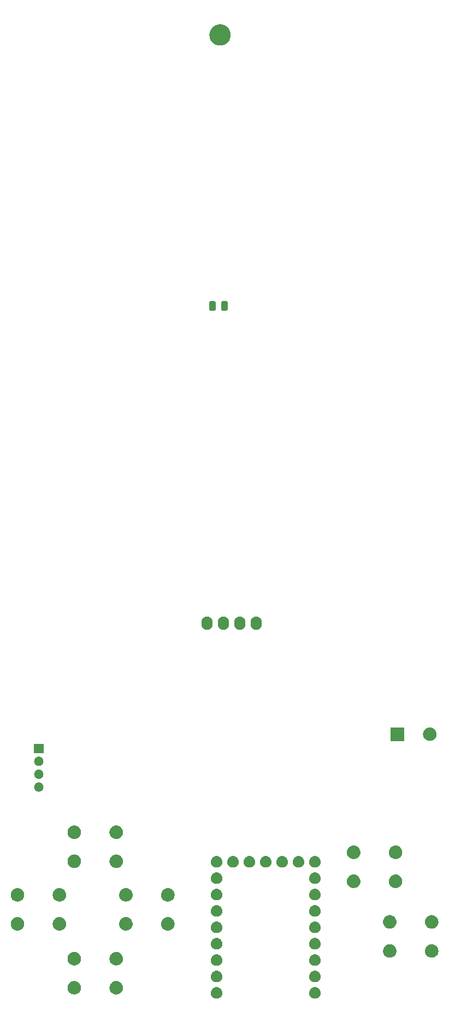
<source format=gbr>
G04 #@! TF.GenerationSoftware,KiCad,Pcbnew,8.0.5-8.0.5-0~ubuntu24.04.1*
G04 #@! TF.CreationDate,2024-09-29T10:35:15+09:00*
G04 #@! TF.ProjectId,gopher_bird_rp2040_sw,676f7068-6572-45f6-9269-72645f727032,rev?*
G04 #@! TF.SameCoordinates,Original*
G04 #@! TF.FileFunction,Soldermask,Bot*
G04 #@! TF.FilePolarity,Negative*
%FSLAX46Y46*%
G04 Gerber Fmt 4.6, Leading zero omitted, Abs format (unit mm)*
G04 Created by KiCad (PCBNEW 8.0.5-8.0.5-0~ubuntu24.04.1) date 2024-09-29 10:35:15*
%MOMM*%
%LPD*%
G01*
G04 APERTURE LIST*
G04 APERTURE END LIST*
G36*
X110703983Y-175003936D02*
G01*
X110754180Y-175003936D01*
X110797524Y-175013149D01*
X110835659Y-175016905D01*
X110883566Y-175031437D01*
X110938424Y-175043098D01*
X110973530Y-175058728D01*
X111004566Y-175068143D01*
X111053884Y-175094504D01*
X111110500Y-175119711D01*
X111136822Y-175138835D01*
X111160232Y-175151348D01*
X111207988Y-175190540D01*
X111262887Y-175230427D01*
X111280711Y-175250223D01*
X111296675Y-175263324D01*
X111339572Y-175315594D01*
X111388924Y-175370405D01*
X111399292Y-175388363D01*
X111408651Y-175399767D01*
X111443273Y-175464542D01*
X111483104Y-175533530D01*
X111487685Y-175547630D01*
X111491856Y-175555433D01*
X111514852Y-175631242D01*
X111541311Y-175712672D01*
X111542242Y-175721532D01*
X111543094Y-175724340D01*
X111551384Y-175808513D01*
X111561000Y-175900000D01*
X111551383Y-175991494D01*
X111543094Y-176075659D01*
X111542242Y-176078466D01*
X111541311Y-176087328D01*
X111514848Y-176168771D01*
X111491856Y-176244566D01*
X111487686Y-176252366D01*
X111483104Y-176266470D01*
X111443266Y-176335470D01*
X111408651Y-176400232D01*
X111399294Y-176411633D01*
X111388924Y-176429595D01*
X111339563Y-176484415D01*
X111296675Y-176536675D01*
X111280714Y-176549773D01*
X111262887Y-176569573D01*
X111207977Y-176609467D01*
X111160232Y-176648651D01*
X111136827Y-176661161D01*
X111110500Y-176680289D01*
X111053873Y-176705500D01*
X111004566Y-176731856D01*
X110973537Y-176741268D01*
X110938424Y-176756902D01*
X110883555Y-176768564D01*
X110835659Y-176783094D01*
X110797532Y-176786849D01*
X110754180Y-176796064D01*
X110703973Y-176796064D01*
X110660000Y-176800395D01*
X110616027Y-176796064D01*
X110565820Y-176796064D01*
X110522467Y-176786849D01*
X110484340Y-176783094D01*
X110436441Y-176768563D01*
X110381576Y-176756902D01*
X110346464Y-176741269D01*
X110315433Y-176731856D01*
X110266120Y-176705498D01*
X110209500Y-176680289D01*
X110183175Y-176661163D01*
X110159767Y-176648651D01*
X110112013Y-176609460D01*
X110057113Y-176569573D01*
X110039287Y-176549776D01*
X110023324Y-176536675D01*
X109980425Y-176484402D01*
X109931076Y-176429595D01*
X109920708Y-176411637D01*
X109911348Y-176400232D01*
X109876719Y-176335447D01*
X109836896Y-176266470D01*
X109832315Y-176252371D01*
X109828143Y-176244566D01*
X109805136Y-176168725D01*
X109778689Y-176087328D01*
X109777758Y-176078471D01*
X109776905Y-176075659D01*
X109768600Y-175991342D01*
X109759000Y-175900000D01*
X109768599Y-175808664D01*
X109776905Y-175724340D01*
X109777758Y-175721527D01*
X109778689Y-175712672D01*
X109805132Y-175631288D01*
X109828143Y-175555433D01*
X109832315Y-175547626D01*
X109836896Y-175533530D01*
X109876712Y-175464565D01*
X109911348Y-175399767D01*
X109920710Y-175388359D01*
X109931076Y-175370405D01*
X109980416Y-175315607D01*
X110023324Y-175263324D01*
X110039291Y-175250219D01*
X110057113Y-175230427D01*
X110112002Y-175190546D01*
X110159767Y-175151348D01*
X110183180Y-175138833D01*
X110209500Y-175119711D01*
X110266109Y-175094506D01*
X110315433Y-175068143D01*
X110346471Y-175058727D01*
X110381576Y-175043098D01*
X110436430Y-175031438D01*
X110484340Y-175016905D01*
X110522476Y-175013148D01*
X110565820Y-175003936D01*
X110616016Y-175003936D01*
X110660000Y-174999604D01*
X110703983Y-175003936D01*
G37*
G36*
X125943983Y-175003936D02*
G01*
X125994180Y-175003936D01*
X126037524Y-175013149D01*
X126075659Y-175016905D01*
X126123566Y-175031437D01*
X126178424Y-175043098D01*
X126213530Y-175058728D01*
X126244566Y-175068143D01*
X126293884Y-175094504D01*
X126350500Y-175119711D01*
X126376822Y-175138835D01*
X126400232Y-175151348D01*
X126447988Y-175190540D01*
X126502887Y-175230427D01*
X126520711Y-175250223D01*
X126536675Y-175263324D01*
X126579572Y-175315594D01*
X126628924Y-175370405D01*
X126639292Y-175388363D01*
X126648651Y-175399767D01*
X126683273Y-175464542D01*
X126723104Y-175533530D01*
X126727685Y-175547630D01*
X126731856Y-175555433D01*
X126754852Y-175631242D01*
X126781311Y-175712672D01*
X126782242Y-175721532D01*
X126783094Y-175724340D01*
X126791384Y-175808513D01*
X126801000Y-175900000D01*
X126791383Y-175991494D01*
X126783094Y-176075659D01*
X126782242Y-176078466D01*
X126781311Y-176087328D01*
X126754848Y-176168771D01*
X126731856Y-176244566D01*
X126727686Y-176252366D01*
X126723104Y-176266470D01*
X126683266Y-176335470D01*
X126648651Y-176400232D01*
X126639294Y-176411633D01*
X126628924Y-176429595D01*
X126579563Y-176484415D01*
X126536675Y-176536675D01*
X126520714Y-176549773D01*
X126502887Y-176569573D01*
X126447977Y-176609467D01*
X126400232Y-176648651D01*
X126376827Y-176661161D01*
X126350500Y-176680289D01*
X126293873Y-176705500D01*
X126244566Y-176731856D01*
X126213537Y-176741268D01*
X126178424Y-176756902D01*
X126123555Y-176768564D01*
X126075659Y-176783094D01*
X126037532Y-176786849D01*
X125994180Y-176796064D01*
X125943973Y-176796064D01*
X125900000Y-176800395D01*
X125856027Y-176796064D01*
X125805820Y-176796064D01*
X125762467Y-176786849D01*
X125724340Y-176783094D01*
X125676441Y-176768563D01*
X125621576Y-176756902D01*
X125586464Y-176741269D01*
X125555433Y-176731856D01*
X125506120Y-176705498D01*
X125449500Y-176680289D01*
X125423175Y-176661163D01*
X125399767Y-176648651D01*
X125352013Y-176609460D01*
X125297113Y-176569573D01*
X125279287Y-176549776D01*
X125263324Y-176536675D01*
X125220425Y-176484402D01*
X125171076Y-176429595D01*
X125160708Y-176411637D01*
X125151348Y-176400232D01*
X125116719Y-176335447D01*
X125076896Y-176266470D01*
X125072315Y-176252371D01*
X125068143Y-176244566D01*
X125045136Y-176168725D01*
X125018689Y-176087328D01*
X125017758Y-176078471D01*
X125016905Y-176075659D01*
X125008600Y-175991342D01*
X124999000Y-175900000D01*
X125008599Y-175808664D01*
X125016905Y-175724340D01*
X125017758Y-175721527D01*
X125018689Y-175712672D01*
X125045132Y-175631288D01*
X125068143Y-175555433D01*
X125072315Y-175547626D01*
X125076896Y-175533530D01*
X125116712Y-175464565D01*
X125151348Y-175399767D01*
X125160710Y-175388359D01*
X125171076Y-175370405D01*
X125220416Y-175315607D01*
X125263324Y-175263324D01*
X125279291Y-175250219D01*
X125297113Y-175230427D01*
X125352002Y-175190546D01*
X125399767Y-175151348D01*
X125423180Y-175138833D01*
X125449500Y-175119711D01*
X125506109Y-175094506D01*
X125555433Y-175068143D01*
X125586471Y-175058727D01*
X125621576Y-175043098D01*
X125676430Y-175031438D01*
X125724340Y-175016905D01*
X125762476Y-175013148D01*
X125805820Y-175003936D01*
X125856016Y-175003936D01*
X125900000Y-174999604D01*
X125943983Y-175003936D01*
G37*
G36*
X88650938Y-174054017D02*
G01*
X88696923Y-174054017D01*
X88748139Y-174063590D01*
X88805040Y-174069195D01*
X88848261Y-174082306D01*
X88887474Y-174089636D01*
X88941785Y-174110676D01*
X89002200Y-174129003D01*
X89036720Y-174147454D01*
X89068232Y-174159662D01*
X89122977Y-174193559D01*
X89183904Y-174226125D01*
X89209506Y-174247136D01*
X89233048Y-174261713D01*
X89285212Y-174309267D01*
X89343169Y-174356831D01*
X89360342Y-174377757D01*
X89376301Y-174392305D01*
X89422629Y-174453653D01*
X89473875Y-174516096D01*
X89483783Y-174534634D01*
X89493122Y-174547000D01*
X89530274Y-174621613D01*
X89570997Y-174697800D01*
X89575340Y-174712117D01*
X89579528Y-174720528D01*
X89604267Y-174807476D01*
X89630805Y-174894960D01*
X89631676Y-174903811D01*
X89632577Y-174906975D01*
X89641938Y-175008002D01*
X89651000Y-175100000D01*
X89641938Y-175192005D01*
X89632577Y-175293024D01*
X89631676Y-175296187D01*
X89630805Y-175305040D01*
X89604262Y-175392538D01*
X89579528Y-175479471D01*
X89575341Y-175487879D01*
X89570997Y-175502200D01*
X89530267Y-175578399D01*
X89493122Y-175652999D01*
X89483785Y-175665362D01*
X89473875Y-175683904D01*
X89422620Y-175746357D01*
X89376301Y-175807694D01*
X89360345Y-175822238D01*
X89343169Y-175843169D01*
X89285201Y-175890741D01*
X89233048Y-175938286D01*
X89209511Y-175952859D01*
X89183904Y-175973875D01*
X89122965Y-176006447D01*
X89068232Y-176040337D01*
X89036726Y-176052542D01*
X89002200Y-176070997D01*
X88941773Y-176089327D01*
X88887474Y-176110363D01*
X88848268Y-176117691D01*
X88805040Y-176130805D01*
X88748136Y-176136409D01*
X88696923Y-176145983D01*
X88650938Y-176145983D01*
X88600000Y-176151000D01*
X88549062Y-176145983D01*
X88503077Y-176145983D01*
X88451863Y-176136409D01*
X88394960Y-176130805D01*
X88351732Y-176117692D01*
X88312525Y-176110363D01*
X88258221Y-176089325D01*
X88197800Y-176070997D01*
X88163275Y-176052543D01*
X88131767Y-176040337D01*
X88077027Y-176006443D01*
X88016096Y-175973875D01*
X87990491Y-175952861D01*
X87966951Y-175938286D01*
X87914788Y-175890733D01*
X87856831Y-175843169D01*
X87839656Y-175822242D01*
X87823698Y-175807694D01*
X87777367Y-175746342D01*
X87726125Y-175683904D01*
X87716216Y-175665366D01*
X87706877Y-175652999D01*
X87669717Y-175578372D01*
X87629003Y-175502200D01*
X87624660Y-175487884D01*
X87620471Y-175479471D01*
X87595721Y-175392485D01*
X87569195Y-175305040D01*
X87568323Y-175296192D01*
X87567422Y-175293024D01*
X87558044Y-175191833D01*
X87549000Y-175100000D01*
X87558044Y-175008173D01*
X87567422Y-174906975D01*
X87568323Y-174903805D01*
X87569195Y-174894960D01*
X87595716Y-174807529D01*
X87620471Y-174720528D01*
X87624661Y-174712112D01*
X87629003Y-174697800D01*
X87669710Y-174621641D01*
X87706877Y-174547000D01*
X87716218Y-174534629D01*
X87726125Y-174516096D01*
X87777357Y-174453668D01*
X87823698Y-174392305D01*
X87839660Y-174377753D01*
X87856831Y-174356831D01*
X87914777Y-174309275D01*
X87966951Y-174261713D01*
X87990496Y-174247134D01*
X88016096Y-174226125D01*
X88077015Y-174193563D01*
X88131767Y-174159662D01*
X88163282Y-174147452D01*
X88197800Y-174129003D01*
X88258209Y-174110677D01*
X88312525Y-174089636D01*
X88351739Y-174082305D01*
X88394960Y-174069195D01*
X88451860Y-174063590D01*
X88503077Y-174054017D01*
X88549062Y-174054017D01*
X88600000Y-174049000D01*
X88650938Y-174054017D01*
G37*
G36*
X95150938Y-174054017D02*
G01*
X95196923Y-174054017D01*
X95248139Y-174063590D01*
X95305040Y-174069195D01*
X95348261Y-174082306D01*
X95387474Y-174089636D01*
X95441785Y-174110676D01*
X95502200Y-174129003D01*
X95536720Y-174147454D01*
X95568232Y-174159662D01*
X95622977Y-174193559D01*
X95683904Y-174226125D01*
X95709506Y-174247136D01*
X95733048Y-174261713D01*
X95785212Y-174309267D01*
X95843169Y-174356831D01*
X95860342Y-174377757D01*
X95876301Y-174392305D01*
X95922629Y-174453653D01*
X95973875Y-174516096D01*
X95983783Y-174534634D01*
X95993122Y-174547000D01*
X96030274Y-174621613D01*
X96070997Y-174697800D01*
X96075340Y-174712117D01*
X96079528Y-174720528D01*
X96104267Y-174807476D01*
X96130805Y-174894960D01*
X96131676Y-174903811D01*
X96132577Y-174906975D01*
X96141938Y-175008002D01*
X96151000Y-175100000D01*
X96141938Y-175192005D01*
X96132577Y-175293024D01*
X96131676Y-175296187D01*
X96130805Y-175305040D01*
X96104262Y-175392538D01*
X96079528Y-175479471D01*
X96075341Y-175487879D01*
X96070997Y-175502200D01*
X96030267Y-175578399D01*
X95993122Y-175652999D01*
X95983785Y-175665362D01*
X95973875Y-175683904D01*
X95922620Y-175746357D01*
X95876301Y-175807694D01*
X95860345Y-175822238D01*
X95843169Y-175843169D01*
X95785201Y-175890741D01*
X95733048Y-175938286D01*
X95709511Y-175952859D01*
X95683904Y-175973875D01*
X95622965Y-176006447D01*
X95568232Y-176040337D01*
X95536726Y-176052542D01*
X95502200Y-176070997D01*
X95441773Y-176089327D01*
X95387474Y-176110363D01*
X95348268Y-176117691D01*
X95305040Y-176130805D01*
X95248136Y-176136409D01*
X95196923Y-176145983D01*
X95150938Y-176145983D01*
X95100000Y-176151000D01*
X95049062Y-176145983D01*
X95003077Y-176145983D01*
X94951863Y-176136409D01*
X94894960Y-176130805D01*
X94851732Y-176117692D01*
X94812525Y-176110363D01*
X94758221Y-176089325D01*
X94697800Y-176070997D01*
X94663275Y-176052543D01*
X94631767Y-176040337D01*
X94577027Y-176006443D01*
X94516096Y-175973875D01*
X94490491Y-175952861D01*
X94466951Y-175938286D01*
X94414788Y-175890733D01*
X94356831Y-175843169D01*
X94339656Y-175822242D01*
X94323698Y-175807694D01*
X94277367Y-175746342D01*
X94226125Y-175683904D01*
X94216216Y-175665366D01*
X94206877Y-175652999D01*
X94169717Y-175578372D01*
X94129003Y-175502200D01*
X94124660Y-175487884D01*
X94120471Y-175479471D01*
X94095721Y-175392485D01*
X94069195Y-175305040D01*
X94068323Y-175296192D01*
X94067422Y-175293024D01*
X94058044Y-175191833D01*
X94049000Y-175100000D01*
X94058044Y-175008173D01*
X94067422Y-174906975D01*
X94068323Y-174903805D01*
X94069195Y-174894960D01*
X94095716Y-174807529D01*
X94120471Y-174720528D01*
X94124661Y-174712112D01*
X94129003Y-174697800D01*
X94169710Y-174621641D01*
X94206877Y-174547000D01*
X94216218Y-174534629D01*
X94226125Y-174516096D01*
X94277357Y-174453668D01*
X94323698Y-174392305D01*
X94339660Y-174377753D01*
X94356831Y-174356831D01*
X94414777Y-174309275D01*
X94466951Y-174261713D01*
X94490496Y-174247134D01*
X94516096Y-174226125D01*
X94577015Y-174193563D01*
X94631767Y-174159662D01*
X94663282Y-174147452D01*
X94697800Y-174129003D01*
X94758209Y-174110677D01*
X94812525Y-174089636D01*
X94851739Y-174082305D01*
X94894960Y-174069195D01*
X94951860Y-174063590D01*
X95003077Y-174054017D01*
X95049062Y-174054017D01*
X95100000Y-174049000D01*
X95150938Y-174054017D01*
G37*
G36*
X110703983Y-172463936D02*
G01*
X110754180Y-172463936D01*
X110797524Y-172473149D01*
X110835659Y-172476905D01*
X110883566Y-172491437D01*
X110938424Y-172503098D01*
X110973530Y-172518728D01*
X111004566Y-172528143D01*
X111053884Y-172554504D01*
X111110500Y-172579711D01*
X111136822Y-172598835D01*
X111160232Y-172611348D01*
X111207988Y-172650540D01*
X111262887Y-172690427D01*
X111280711Y-172710223D01*
X111296675Y-172723324D01*
X111339572Y-172775594D01*
X111388924Y-172830405D01*
X111399292Y-172848363D01*
X111408651Y-172859767D01*
X111443273Y-172924542D01*
X111483104Y-172993530D01*
X111487685Y-173007630D01*
X111491856Y-173015433D01*
X111514852Y-173091242D01*
X111541311Y-173172672D01*
X111542242Y-173181532D01*
X111543094Y-173184340D01*
X111551384Y-173268513D01*
X111561000Y-173360000D01*
X111551383Y-173451494D01*
X111543094Y-173535659D01*
X111542242Y-173538466D01*
X111541311Y-173547328D01*
X111514848Y-173628771D01*
X111491856Y-173704566D01*
X111487686Y-173712366D01*
X111483104Y-173726470D01*
X111443266Y-173795470D01*
X111408651Y-173860232D01*
X111399294Y-173871633D01*
X111388924Y-173889595D01*
X111339563Y-173944415D01*
X111296675Y-173996675D01*
X111280714Y-174009773D01*
X111262887Y-174029573D01*
X111207977Y-174069467D01*
X111160232Y-174108651D01*
X111136827Y-174121161D01*
X111110500Y-174140289D01*
X111053873Y-174165500D01*
X111004566Y-174191856D01*
X110973537Y-174201268D01*
X110938424Y-174216902D01*
X110883555Y-174228564D01*
X110835659Y-174243094D01*
X110797532Y-174246849D01*
X110754180Y-174256064D01*
X110703973Y-174256064D01*
X110660000Y-174260395D01*
X110616027Y-174256064D01*
X110565820Y-174256064D01*
X110522467Y-174246849D01*
X110484340Y-174243094D01*
X110436441Y-174228563D01*
X110381576Y-174216902D01*
X110346464Y-174201269D01*
X110315433Y-174191856D01*
X110266120Y-174165498D01*
X110209500Y-174140289D01*
X110183175Y-174121163D01*
X110159767Y-174108651D01*
X110112013Y-174069460D01*
X110057113Y-174029573D01*
X110039287Y-174009776D01*
X110023324Y-173996675D01*
X109980425Y-173944402D01*
X109931076Y-173889595D01*
X109920708Y-173871637D01*
X109911348Y-173860232D01*
X109876719Y-173795447D01*
X109836896Y-173726470D01*
X109832315Y-173712371D01*
X109828143Y-173704566D01*
X109805136Y-173628725D01*
X109778689Y-173547328D01*
X109777758Y-173538471D01*
X109776905Y-173535659D01*
X109768600Y-173451342D01*
X109759000Y-173360000D01*
X109768599Y-173268664D01*
X109776905Y-173184340D01*
X109777758Y-173181527D01*
X109778689Y-173172672D01*
X109805132Y-173091288D01*
X109828143Y-173015433D01*
X109832315Y-173007626D01*
X109836896Y-172993530D01*
X109876712Y-172924565D01*
X109911348Y-172859767D01*
X109920710Y-172848359D01*
X109931076Y-172830405D01*
X109980416Y-172775607D01*
X110023324Y-172723324D01*
X110039291Y-172710219D01*
X110057113Y-172690427D01*
X110112002Y-172650546D01*
X110159767Y-172611348D01*
X110183180Y-172598833D01*
X110209500Y-172579711D01*
X110266109Y-172554506D01*
X110315433Y-172528143D01*
X110346471Y-172518727D01*
X110381576Y-172503098D01*
X110436430Y-172491438D01*
X110484340Y-172476905D01*
X110522476Y-172473148D01*
X110565820Y-172463936D01*
X110616016Y-172463936D01*
X110660000Y-172459604D01*
X110703983Y-172463936D01*
G37*
G36*
X125943983Y-172463936D02*
G01*
X125994180Y-172463936D01*
X126037524Y-172473149D01*
X126075659Y-172476905D01*
X126123566Y-172491437D01*
X126178424Y-172503098D01*
X126213530Y-172518728D01*
X126244566Y-172528143D01*
X126293884Y-172554504D01*
X126350500Y-172579711D01*
X126376822Y-172598835D01*
X126400232Y-172611348D01*
X126447988Y-172650540D01*
X126502887Y-172690427D01*
X126520711Y-172710223D01*
X126536675Y-172723324D01*
X126579572Y-172775594D01*
X126628924Y-172830405D01*
X126639292Y-172848363D01*
X126648651Y-172859767D01*
X126683273Y-172924542D01*
X126723104Y-172993530D01*
X126727685Y-173007630D01*
X126731856Y-173015433D01*
X126754852Y-173091242D01*
X126781311Y-173172672D01*
X126782242Y-173181532D01*
X126783094Y-173184340D01*
X126791384Y-173268513D01*
X126801000Y-173360000D01*
X126791383Y-173451494D01*
X126783094Y-173535659D01*
X126782242Y-173538466D01*
X126781311Y-173547328D01*
X126754848Y-173628771D01*
X126731856Y-173704566D01*
X126727686Y-173712366D01*
X126723104Y-173726470D01*
X126683266Y-173795470D01*
X126648651Y-173860232D01*
X126639294Y-173871633D01*
X126628924Y-173889595D01*
X126579563Y-173944415D01*
X126536675Y-173996675D01*
X126520714Y-174009773D01*
X126502887Y-174029573D01*
X126447977Y-174069467D01*
X126400232Y-174108651D01*
X126376827Y-174121161D01*
X126350500Y-174140289D01*
X126293873Y-174165500D01*
X126244566Y-174191856D01*
X126213537Y-174201268D01*
X126178424Y-174216902D01*
X126123555Y-174228564D01*
X126075659Y-174243094D01*
X126037532Y-174246849D01*
X125994180Y-174256064D01*
X125943973Y-174256064D01*
X125900000Y-174260395D01*
X125856027Y-174256064D01*
X125805820Y-174256064D01*
X125762467Y-174246849D01*
X125724340Y-174243094D01*
X125676441Y-174228563D01*
X125621576Y-174216902D01*
X125586464Y-174201269D01*
X125555433Y-174191856D01*
X125506120Y-174165498D01*
X125449500Y-174140289D01*
X125423175Y-174121163D01*
X125399767Y-174108651D01*
X125352013Y-174069460D01*
X125297113Y-174029573D01*
X125279287Y-174009776D01*
X125263324Y-173996675D01*
X125220425Y-173944402D01*
X125171076Y-173889595D01*
X125160708Y-173871637D01*
X125151348Y-173860232D01*
X125116719Y-173795447D01*
X125076896Y-173726470D01*
X125072315Y-173712371D01*
X125068143Y-173704566D01*
X125045136Y-173628725D01*
X125018689Y-173547328D01*
X125017758Y-173538471D01*
X125016905Y-173535659D01*
X125008600Y-173451342D01*
X124999000Y-173360000D01*
X125008599Y-173268664D01*
X125016905Y-173184340D01*
X125017758Y-173181527D01*
X125018689Y-173172672D01*
X125045132Y-173091288D01*
X125068143Y-173015433D01*
X125072315Y-173007626D01*
X125076896Y-172993530D01*
X125116712Y-172924565D01*
X125151348Y-172859767D01*
X125160710Y-172848359D01*
X125171076Y-172830405D01*
X125220416Y-172775607D01*
X125263324Y-172723324D01*
X125279291Y-172710219D01*
X125297113Y-172690427D01*
X125352002Y-172650546D01*
X125399767Y-172611348D01*
X125423180Y-172598833D01*
X125449500Y-172579711D01*
X125506109Y-172554506D01*
X125555433Y-172528143D01*
X125586471Y-172518727D01*
X125621576Y-172503098D01*
X125676430Y-172491438D01*
X125724340Y-172476905D01*
X125762476Y-172473148D01*
X125805820Y-172463936D01*
X125856016Y-172463936D01*
X125900000Y-172459604D01*
X125943983Y-172463936D01*
G37*
G36*
X110703983Y-169923936D02*
G01*
X110754180Y-169923936D01*
X110797524Y-169933149D01*
X110835659Y-169936905D01*
X110883566Y-169951437D01*
X110938424Y-169963098D01*
X110973530Y-169978728D01*
X111004566Y-169988143D01*
X111053884Y-170014504D01*
X111110500Y-170039711D01*
X111136822Y-170058835D01*
X111160232Y-170071348D01*
X111207988Y-170110540D01*
X111262887Y-170150427D01*
X111280711Y-170170223D01*
X111296675Y-170183324D01*
X111339572Y-170235594D01*
X111388924Y-170290405D01*
X111399292Y-170308363D01*
X111408651Y-170319767D01*
X111443273Y-170384542D01*
X111483104Y-170453530D01*
X111487685Y-170467630D01*
X111491856Y-170475433D01*
X111514852Y-170551242D01*
X111541311Y-170632672D01*
X111542242Y-170641532D01*
X111543094Y-170644340D01*
X111551384Y-170728513D01*
X111561000Y-170820000D01*
X111551383Y-170911494D01*
X111543094Y-170995659D01*
X111542242Y-170998466D01*
X111541311Y-171007328D01*
X111514848Y-171088771D01*
X111491856Y-171164566D01*
X111487686Y-171172366D01*
X111483104Y-171186470D01*
X111443266Y-171255470D01*
X111408651Y-171320232D01*
X111399294Y-171331633D01*
X111388924Y-171349595D01*
X111339563Y-171404415D01*
X111296675Y-171456675D01*
X111280714Y-171469773D01*
X111262887Y-171489573D01*
X111207977Y-171529467D01*
X111160232Y-171568651D01*
X111136827Y-171581161D01*
X111110500Y-171600289D01*
X111053873Y-171625500D01*
X111004566Y-171651856D01*
X110973537Y-171661268D01*
X110938424Y-171676902D01*
X110883555Y-171688564D01*
X110835659Y-171703094D01*
X110797532Y-171706849D01*
X110754180Y-171716064D01*
X110703973Y-171716064D01*
X110660000Y-171720395D01*
X110616027Y-171716064D01*
X110565820Y-171716064D01*
X110522467Y-171706849D01*
X110484340Y-171703094D01*
X110436441Y-171688563D01*
X110381576Y-171676902D01*
X110346464Y-171661269D01*
X110315433Y-171651856D01*
X110266120Y-171625498D01*
X110209500Y-171600289D01*
X110183175Y-171581163D01*
X110159767Y-171568651D01*
X110112013Y-171529460D01*
X110057113Y-171489573D01*
X110039287Y-171469776D01*
X110023324Y-171456675D01*
X109980425Y-171404402D01*
X109931076Y-171349595D01*
X109920708Y-171331637D01*
X109911348Y-171320232D01*
X109876719Y-171255447D01*
X109836896Y-171186470D01*
X109832315Y-171172371D01*
X109828143Y-171164566D01*
X109805136Y-171088725D01*
X109778689Y-171007328D01*
X109777758Y-170998471D01*
X109776905Y-170995659D01*
X109768600Y-170911342D01*
X109759000Y-170820000D01*
X109768599Y-170728664D01*
X109776905Y-170644340D01*
X109777758Y-170641527D01*
X109778689Y-170632672D01*
X109805132Y-170551288D01*
X109828143Y-170475433D01*
X109832315Y-170467626D01*
X109836896Y-170453530D01*
X109876712Y-170384565D01*
X109911348Y-170319767D01*
X109920710Y-170308359D01*
X109931076Y-170290405D01*
X109980416Y-170235607D01*
X110023324Y-170183324D01*
X110039291Y-170170219D01*
X110057113Y-170150427D01*
X110112002Y-170110546D01*
X110159767Y-170071348D01*
X110183180Y-170058833D01*
X110209500Y-170039711D01*
X110266109Y-170014506D01*
X110315433Y-169988143D01*
X110346471Y-169978727D01*
X110381576Y-169963098D01*
X110436430Y-169951438D01*
X110484340Y-169936905D01*
X110522476Y-169933148D01*
X110565820Y-169923936D01*
X110616016Y-169923936D01*
X110660000Y-169919604D01*
X110703983Y-169923936D01*
G37*
G36*
X125943983Y-169923936D02*
G01*
X125994180Y-169923936D01*
X126037524Y-169933149D01*
X126075659Y-169936905D01*
X126123566Y-169951437D01*
X126178424Y-169963098D01*
X126213530Y-169978728D01*
X126244566Y-169988143D01*
X126293884Y-170014504D01*
X126350500Y-170039711D01*
X126376822Y-170058835D01*
X126400232Y-170071348D01*
X126447988Y-170110540D01*
X126502887Y-170150427D01*
X126520711Y-170170223D01*
X126536675Y-170183324D01*
X126579572Y-170235594D01*
X126628924Y-170290405D01*
X126639292Y-170308363D01*
X126648651Y-170319767D01*
X126683273Y-170384542D01*
X126723104Y-170453530D01*
X126727685Y-170467630D01*
X126731856Y-170475433D01*
X126754852Y-170551242D01*
X126781311Y-170632672D01*
X126782242Y-170641532D01*
X126783094Y-170644340D01*
X126791384Y-170728513D01*
X126801000Y-170820000D01*
X126791383Y-170911494D01*
X126783094Y-170995659D01*
X126782242Y-170998466D01*
X126781311Y-171007328D01*
X126754848Y-171088771D01*
X126731856Y-171164566D01*
X126727686Y-171172366D01*
X126723104Y-171186470D01*
X126683266Y-171255470D01*
X126648651Y-171320232D01*
X126639294Y-171331633D01*
X126628924Y-171349595D01*
X126579563Y-171404415D01*
X126536675Y-171456675D01*
X126520714Y-171469773D01*
X126502887Y-171489573D01*
X126447977Y-171529467D01*
X126400232Y-171568651D01*
X126376827Y-171581161D01*
X126350500Y-171600289D01*
X126293873Y-171625500D01*
X126244566Y-171651856D01*
X126213537Y-171661268D01*
X126178424Y-171676902D01*
X126123555Y-171688564D01*
X126075659Y-171703094D01*
X126037532Y-171706849D01*
X125994180Y-171716064D01*
X125943973Y-171716064D01*
X125900000Y-171720395D01*
X125856027Y-171716064D01*
X125805820Y-171716064D01*
X125762467Y-171706849D01*
X125724340Y-171703094D01*
X125676441Y-171688563D01*
X125621576Y-171676902D01*
X125586464Y-171661269D01*
X125555433Y-171651856D01*
X125506120Y-171625498D01*
X125449500Y-171600289D01*
X125423175Y-171581163D01*
X125399767Y-171568651D01*
X125352013Y-171529460D01*
X125297113Y-171489573D01*
X125279287Y-171469776D01*
X125263324Y-171456675D01*
X125220425Y-171404402D01*
X125171076Y-171349595D01*
X125160708Y-171331637D01*
X125151348Y-171320232D01*
X125116719Y-171255447D01*
X125076896Y-171186470D01*
X125072315Y-171172371D01*
X125068143Y-171164566D01*
X125045136Y-171088725D01*
X125018689Y-171007328D01*
X125017758Y-170998471D01*
X125016905Y-170995659D01*
X125008600Y-170911342D01*
X124999000Y-170820000D01*
X125008599Y-170728664D01*
X125016905Y-170644340D01*
X125017758Y-170641527D01*
X125018689Y-170632672D01*
X125045132Y-170551288D01*
X125068143Y-170475433D01*
X125072315Y-170467626D01*
X125076896Y-170453530D01*
X125116712Y-170384565D01*
X125151348Y-170319767D01*
X125160710Y-170308359D01*
X125171076Y-170290405D01*
X125220416Y-170235607D01*
X125263324Y-170183324D01*
X125279291Y-170170219D01*
X125297113Y-170150427D01*
X125352002Y-170110546D01*
X125399767Y-170071348D01*
X125423180Y-170058833D01*
X125449500Y-170039711D01*
X125506109Y-170014506D01*
X125555433Y-169988143D01*
X125586471Y-169978727D01*
X125621576Y-169963098D01*
X125676430Y-169951438D01*
X125724340Y-169936905D01*
X125762476Y-169933148D01*
X125805820Y-169923936D01*
X125856016Y-169923936D01*
X125900000Y-169919604D01*
X125943983Y-169923936D01*
G37*
G36*
X88650938Y-169554017D02*
G01*
X88696923Y-169554017D01*
X88748139Y-169563590D01*
X88805040Y-169569195D01*
X88848261Y-169582306D01*
X88887474Y-169589636D01*
X88941785Y-169610676D01*
X89002200Y-169629003D01*
X89036720Y-169647454D01*
X89068232Y-169659662D01*
X89122977Y-169693559D01*
X89183904Y-169726125D01*
X89209506Y-169747136D01*
X89233048Y-169761713D01*
X89285212Y-169809267D01*
X89343169Y-169856831D01*
X89360342Y-169877757D01*
X89376301Y-169892305D01*
X89422629Y-169953653D01*
X89473875Y-170016096D01*
X89483783Y-170034634D01*
X89493122Y-170047000D01*
X89530274Y-170121613D01*
X89570997Y-170197800D01*
X89575340Y-170212117D01*
X89579528Y-170220528D01*
X89604267Y-170307476D01*
X89630805Y-170394960D01*
X89631676Y-170403811D01*
X89632577Y-170406975D01*
X89641938Y-170508002D01*
X89651000Y-170600000D01*
X89641938Y-170692005D01*
X89632577Y-170793024D01*
X89631676Y-170796187D01*
X89630805Y-170805040D01*
X89604262Y-170892538D01*
X89579528Y-170979471D01*
X89575341Y-170987879D01*
X89570997Y-171002200D01*
X89530267Y-171078399D01*
X89493122Y-171152999D01*
X89483785Y-171165362D01*
X89473875Y-171183904D01*
X89422620Y-171246357D01*
X89376301Y-171307694D01*
X89360345Y-171322238D01*
X89343169Y-171343169D01*
X89285201Y-171390741D01*
X89233048Y-171438286D01*
X89209511Y-171452859D01*
X89183904Y-171473875D01*
X89122965Y-171506447D01*
X89068232Y-171540337D01*
X89036726Y-171552542D01*
X89002200Y-171570997D01*
X88941773Y-171589327D01*
X88887474Y-171610363D01*
X88848268Y-171617691D01*
X88805040Y-171630805D01*
X88748136Y-171636409D01*
X88696923Y-171645983D01*
X88650938Y-171645983D01*
X88600000Y-171651000D01*
X88549062Y-171645983D01*
X88503077Y-171645983D01*
X88451863Y-171636409D01*
X88394960Y-171630805D01*
X88351732Y-171617692D01*
X88312525Y-171610363D01*
X88258221Y-171589325D01*
X88197800Y-171570997D01*
X88163275Y-171552543D01*
X88131767Y-171540337D01*
X88077027Y-171506443D01*
X88016096Y-171473875D01*
X87990491Y-171452861D01*
X87966951Y-171438286D01*
X87914788Y-171390733D01*
X87856831Y-171343169D01*
X87839656Y-171322242D01*
X87823698Y-171307694D01*
X87777367Y-171246342D01*
X87726125Y-171183904D01*
X87716216Y-171165366D01*
X87706877Y-171152999D01*
X87669717Y-171078372D01*
X87629003Y-171002200D01*
X87624660Y-170987884D01*
X87620471Y-170979471D01*
X87595721Y-170892485D01*
X87569195Y-170805040D01*
X87568323Y-170796192D01*
X87567422Y-170793024D01*
X87558044Y-170691833D01*
X87549000Y-170600000D01*
X87558044Y-170508173D01*
X87567422Y-170406975D01*
X87568323Y-170403805D01*
X87569195Y-170394960D01*
X87595716Y-170307529D01*
X87620471Y-170220528D01*
X87624661Y-170212112D01*
X87629003Y-170197800D01*
X87669710Y-170121641D01*
X87706877Y-170047000D01*
X87716218Y-170034629D01*
X87726125Y-170016096D01*
X87777357Y-169953668D01*
X87823698Y-169892305D01*
X87839660Y-169877753D01*
X87856831Y-169856831D01*
X87914777Y-169809275D01*
X87966951Y-169761713D01*
X87990496Y-169747134D01*
X88016096Y-169726125D01*
X88077015Y-169693563D01*
X88131767Y-169659662D01*
X88163282Y-169647452D01*
X88197800Y-169629003D01*
X88258209Y-169610677D01*
X88312525Y-169589636D01*
X88351739Y-169582305D01*
X88394960Y-169569195D01*
X88451860Y-169563590D01*
X88503077Y-169554017D01*
X88549062Y-169554017D01*
X88600000Y-169549000D01*
X88650938Y-169554017D01*
G37*
G36*
X95150938Y-169554017D02*
G01*
X95196923Y-169554017D01*
X95248139Y-169563590D01*
X95305040Y-169569195D01*
X95348261Y-169582306D01*
X95387474Y-169589636D01*
X95441785Y-169610676D01*
X95502200Y-169629003D01*
X95536720Y-169647454D01*
X95568232Y-169659662D01*
X95622977Y-169693559D01*
X95683904Y-169726125D01*
X95709506Y-169747136D01*
X95733048Y-169761713D01*
X95785212Y-169809267D01*
X95843169Y-169856831D01*
X95860342Y-169877757D01*
X95876301Y-169892305D01*
X95922629Y-169953653D01*
X95973875Y-170016096D01*
X95983783Y-170034634D01*
X95993122Y-170047000D01*
X96030274Y-170121613D01*
X96070997Y-170197800D01*
X96075340Y-170212117D01*
X96079528Y-170220528D01*
X96104267Y-170307476D01*
X96130805Y-170394960D01*
X96131676Y-170403811D01*
X96132577Y-170406975D01*
X96141938Y-170508002D01*
X96151000Y-170600000D01*
X96141938Y-170692005D01*
X96132577Y-170793024D01*
X96131676Y-170796187D01*
X96130805Y-170805040D01*
X96104262Y-170892538D01*
X96079528Y-170979471D01*
X96075341Y-170987879D01*
X96070997Y-171002200D01*
X96030267Y-171078399D01*
X95993122Y-171152999D01*
X95983785Y-171165362D01*
X95973875Y-171183904D01*
X95922620Y-171246357D01*
X95876301Y-171307694D01*
X95860345Y-171322238D01*
X95843169Y-171343169D01*
X95785201Y-171390741D01*
X95733048Y-171438286D01*
X95709511Y-171452859D01*
X95683904Y-171473875D01*
X95622965Y-171506447D01*
X95568232Y-171540337D01*
X95536726Y-171552542D01*
X95502200Y-171570997D01*
X95441773Y-171589327D01*
X95387474Y-171610363D01*
X95348268Y-171617691D01*
X95305040Y-171630805D01*
X95248136Y-171636409D01*
X95196923Y-171645983D01*
X95150938Y-171645983D01*
X95100000Y-171651000D01*
X95049062Y-171645983D01*
X95003077Y-171645983D01*
X94951863Y-171636409D01*
X94894960Y-171630805D01*
X94851732Y-171617692D01*
X94812525Y-171610363D01*
X94758221Y-171589325D01*
X94697800Y-171570997D01*
X94663275Y-171552543D01*
X94631767Y-171540337D01*
X94577027Y-171506443D01*
X94516096Y-171473875D01*
X94490491Y-171452861D01*
X94466951Y-171438286D01*
X94414788Y-171390733D01*
X94356831Y-171343169D01*
X94339656Y-171322242D01*
X94323698Y-171307694D01*
X94277367Y-171246342D01*
X94226125Y-171183904D01*
X94216216Y-171165366D01*
X94206877Y-171152999D01*
X94169717Y-171078372D01*
X94129003Y-171002200D01*
X94124660Y-170987884D01*
X94120471Y-170979471D01*
X94095721Y-170892485D01*
X94069195Y-170805040D01*
X94068323Y-170796192D01*
X94067422Y-170793024D01*
X94058044Y-170691833D01*
X94049000Y-170600000D01*
X94058044Y-170508173D01*
X94067422Y-170406975D01*
X94068323Y-170403805D01*
X94069195Y-170394960D01*
X94095716Y-170307529D01*
X94120471Y-170220528D01*
X94124661Y-170212112D01*
X94129003Y-170197800D01*
X94169710Y-170121641D01*
X94206877Y-170047000D01*
X94216218Y-170034629D01*
X94226125Y-170016096D01*
X94277357Y-169953668D01*
X94323698Y-169892305D01*
X94339660Y-169877753D01*
X94356831Y-169856831D01*
X94414777Y-169809275D01*
X94466951Y-169761713D01*
X94490496Y-169747134D01*
X94516096Y-169726125D01*
X94577015Y-169693563D01*
X94631767Y-169659662D01*
X94663282Y-169647452D01*
X94697800Y-169629003D01*
X94758209Y-169610677D01*
X94812525Y-169589636D01*
X94851739Y-169582305D01*
X94894960Y-169569195D01*
X94951860Y-169563590D01*
X95003077Y-169554017D01*
X95049062Y-169554017D01*
X95100000Y-169549000D01*
X95150938Y-169554017D01*
G37*
G36*
X137550938Y-168354017D02*
G01*
X137596923Y-168354017D01*
X137648139Y-168363590D01*
X137705040Y-168369195D01*
X137748261Y-168382306D01*
X137787474Y-168389636D01*
X137841785Y-168410676D01*
X137902200Y-168429003D01*
X137936720Y-168447454D01*
X137968232Y-168459662D01*
X138022977Y-168493559D01*
X138083904Y-168526125D01*
X138109506Y-168547136D01*
X138133048Y-168561713D01*
X138185212Y-168609267D01*
X138243169Y-168656831D01*
X138260342Y-168677757D01*
X138276301Y-168692305D01*
X138322629Y-168753653D01*
X138373875Y-168816096D01*
X138383783Y-168834634D01*
X138393122Y-168847000D01*
X138430274Y-168921613D01*
X138470997Y-168997800D01*
X138475340Y-169012117D01*
X138479528Y-169020528D01*
X138504267Y-169107476D01*
X138530805Y-169194960D01*
X138531676Y-169203811D01*
X138532577Y-169206975D01*
X138541938Y-169308002D01*
X138551000Y-169400000D01*
X138541938Y-169492005D01*
X138532577Y-169593024D01*
X138531676Y-169596187D01*
X138530805Y-169605040D01*
X138504262Y-169692538D01*
X138479528Y-169779471D01*
X138475341Y-169787879D01*
X138470997Y-169802200D01*
X138430267Y-169878399D01*
X138393122Y-169952999D01*
X138383785Y-169965362D01*
X138373875Y-169983904D01*
X138322620Y-170046357D01*
X138276301Y-170107694D01*
X138260345Y-170122238D01*
X138243169Y-170143169D01*
X138185201Y-170190741D01*
X138133048Y-170238286D01*
X138109511Y-170252859D01*
X138083904Y-170273875D01*
X138022965Y-170306447D01*
X137968232Y-170340337D01*
X137936726Y-170352542D01*
X137902200Y-170370997D01*
X137841773Y-170389327D01*
X137787474Y-170410363D01*
X137748268Y-170417691D01*
X137705040Y-170430805D01*
X137648136Y-170436409D01*
X137596923Y-170445983D01*
X137550938Y-170445983D01*
X137500000Y-170451000D01*
X137449062Y-170445983D01*
X137403077Y-170445983D01*
X137351863Y-170436409D01*
X137294960Y-170430805D01*
X137251732Y-170417692D01*
X137212525Y-170410363D01*
X137158221Y-170389325D01*
X137097800Y-170370997D01*
X137063275Y-170352543D01*
X137031767Y-170340337D01*
X136977027Y-170306443D01*
X136916096Y-170273875D01*
X136890491Y-170252861D01*
X136866951Y-170238286D01*
X136814788Y-170190733D01*
X136756831Y-170143169D01*
X136739656Y-170122242D01*
X136723698Y-170107694D01*
X136677367Y-170046342D01*
X136626125Y-169983904D01*
X136616216Y-169965366D01*
X136606877Y-169952999D01*
X136569717Y-169878372D01*
X136529003Y-169802200D01*
X136524660Y-169787884D01*
X136520471Y-169779471D01*
X136495721Y-169692485D01*
X136469195Y-169605040D01*
X136468323Y-169596192D01*
X136467422Y-169593024D01*
X136458044Y-169491833D01*
X136449000Y-169400000D01*
X136458044Y-169308173D01*
X136467422Y-169206975D01*
X136468323Y-169203805D01*
X136469195Y-169194960D01*
X136495716Y-169107529D01*
X136520471Y-169020528D01*
X136524661Y-169012112D01*
X136529003Y-168997800D01*
X136569710Y-168921641D01*
X136606877Y-168847000D01*
X136616218Y-168834629D01*
X136626125Y-168816096D01*
X136677357Y-168753668D01*
X136723698Y-168692305D01*
X136739660Y-168677753D01*
X136756831Y-168656831D01*
X136814777Y-168609275D01*
X136866951Y-168561713D01*
X136890496Y-168547134D01*
X136916096Y-168526125D01*
X136977015Y-168493563D01*
X137031767Y-168459662D01*
X137063282Y-168447452D01*
X137097800Y-168429003D01*
X137158209Y-168410677D01*
X137212525Y-168389636D01*
X137251739Y-168382305D01*
X137294960Y-168369195D01*
X137351860Y-168363590D01*
X137403077Y-168354017D01*
X137449062Y-168354017D01*
X137500000Y-168349000D01*
X137550938Y-168354017D01*
G37*
G36*
X144050938Y-168354017D02*
G01*
X144096923Y-168354017D01*
X144148139Y-168363590D01*
X144205040Y-168369195D01*
X144248261Y-168382306D01*
X144287474Y-168389636D01*
X144341785Y-168410676D01*
X144402200Y-168429003D01*
X144436720Y-168447454D01*
X144468232Y-168459662D01*
X144522977Y-168493559D01*
X144583904Y-168526125D01*
X144609506Y-168547136D01*
X144633048Y-168561713D01*
X144685212Y-168609267D01*
X144743169Y-168656831D01*
X144760342Y-168677757D01*
X144776301Y-168692305D01*
X144822629Y-168753653D01*
X144873875Y-168816096D01*
X144883783Y-168834634D01*
X144893122Y-168847000D01*
X144930274Y-168921613D01*
X144970997Y-168997800D01*
X144975340Y-169012117D01*
X144979528Y-169020528D01*
X145004267Y-169107476D01*
X145030805Y-169194960D01*
X145031676Y-169203811D01*
X145032577Y-169206975D01*
X145041938Y-169308002D01*
X145051000Y-169400000D01*
X145041938Y-169492005D01*
X145032577Y-169593024D01*
X145031676Y-169596187D01*
X145030805Y-169605040D01*
X145004262Y-169692538D01*
X144979528Y-169779471D01*
X144975341Y-169787879D01*
X144970997Y-169802200D01*
X144930267Y-169878399D01*
X144893122Y-169952999D01*
X144883785Y-169965362D01*
X144873875Y-169983904D01*
X144822620Y-170046357D01*
X144776301Y-170107694D01*
X144760345Y-170122238D01*
X144743169Y-170143169D01*
X144685201Y-170190741D01*
X144633048Y-170238286D01*
X144609511Y-170252859D01*
X144583904Y-170273875D01*
X144522965Y-170306447D01*
X144468232Y-170340337D01*
X144436726Y-170352542D01*
X144402200Y-170370997D01*
X144341773Y-170389327D01*
X144287474Y-170410363D01*
X144248268Y-170417691D01*
X144205040Y-170430805D01*
X144148136Y-170436409D01*
X144096923Y-170445983D01*
X144050938Y-170445983D01*
X144000000Y-170451000D01*
X143949062Y-170445983D01*
X143903077Y-170445983D01*
X143851863Y-170436409D01*
X143794960Y-170430805D01*
X143751732Y-170417692D01*
X143712525Y-170410363D01*
X143658221Y-170389325D01*
X143597800Y-170370997D01*
X143563275Y-170352543D01*
X143531767Y-170340337D01*
X143477027Y-170306443D01*
X143416096Y-170273875D01*
X143390491Y-170252861D01*
X143366951Y-170238286D01*
X143314788Y-170190733D01*
X143256831Y-170143169D01*
X143239656Y-170122242D01*
X143223698Y-170107694D01*
X143177367Y-170046342D01*
X143126125Y-169983904D01*
X143116216Y-169965366D01*
X143106877Y-169952999D01*
X143069717Y-169878372D01*
X143029003Y-169802200D01*
X143024660Y-169787884D01*
X143020471Y-169779471D01*
X142995721Y-169692485D01*
X142969195Y-169605040D01*
X142968323Y-169596192D01*
X142967422Y-169593024D01*
X142958044Y-169491833D01*
X142949000Y-169400000D01*
X142958044Y-169308173D01*
X142967422Y-169206975D01*
X142968323Y-169203805D01*
X142969195Y-169194960D01*
X142995716Y-169107529D01*
X143020471Y-169020528D01*
X143024661Y-169012112D01*
X143029003Y-168997800D01*
X143069710Y-168921641D01*
X143106877Y-168847000D01*
X143116218Y-168834629D01*
X143126125Y-168816096D01*
X143177357Y-168753668D01*
X143223698Y-168692305D01*
X143239660Y-168677753D01*
X143256831Y-168656831D01*
X143314777Y-168609275D01*
X143366951Y-168561713D01*
X143390496Y-168547134D01*
X143416096Y-168526125D01*
X143477015Y-168493563D01*
X143531767Y-168459662D01*
X143563282Y-168447452D01*
X143597800Y-168429003D01*
X143658209Y-168410677D01*
X143712525Y-168389636D01*
X143751739Y-168382305D01*
X143794960Y-168369195D01*
X143851860Y-168363590D01*
X143903077Y-168354017D01*
X143949062Y-168354017D01*
X144000000Y-168349000D01*
X144050938Y-168354017D01*
G37*
G36*
X110703983Y-167383936D02*
G01*
X110754180Y-167383936D01*
X110797524Y-167393149D01*
X110835659Y-167396905D01*
X110883566Y-167411437D01*
X110938424Y-167423098D01*
X110973530Y-167438728D01*
X111004566Y-167448143D01*
X111053884Y-167474504D01*
X111110500Y-167499711D01*
X111136822Y-167518835D01*
X111160232Y-167531348D01*
X111207988Y-167570540D01*
X111262887Y-167610427D01*
X111280711Y-167630223D01*
X111296675Y-167643324D01*
X111339572Y-167695594D01*
X111388924Y-167750405D01*
X111399292Y-167768363D01*
X111408651Y-167779767D01*
X111443273Y-167844542D01*
X111483104Y-167913530D01*
X111487685Y-167927630D01*
X111491856Y-167935433D01*
X111514852Y-168011242D01*
X111541311Y-168092672D01*
X111542242Y-168101532D01*
X111543094Y-168104340D01*
X111551384Y-168188513D01*
X111561000Y-168280000D01*
X111551383Y-168371494D01*
X111543094Y-168455659D01*
X111542242Y-168458466D01*
X111541311Y-168467328D01*
X111514848Y-168548771D01*
X111491856Y-168624566D01*
X111487686Y-168632366D01*
X111483104Y-168646470D01*
X111443266Y-168715470D01*
X111408651Y-168780232D01*
X111399294Y-168791633D01*
X111388924Y-168809595D01*
X111339563Y-168864415D01*
X111296675Y-168916675D01*
X111280714Y-168929773D01*
X111262887Y-168949573D01*
X111207977Y-168989467D01*
X111160232Y-169028651D01*
X111136827Y-169041161D01*
X111110500Y-169060289D01*
X111053873Y-169085500D01*
X111004566Y-169111856D01*
X110973537Y-169121268D01*
X110938424Y-169136902D01*
X110883555Y-169148564D01*
X110835659Y-169163094D01*
X110797532Y-169166849D01*
X110754180Y-169176064D01*
X110703973Y-169176064D01*
X110660000Y-169180395D01*
X110616027Y-169176064D01*
X110565820Y-169176064D01*
X110522467Y-169166849D01*
X110484340Y-169163094D01*
X110436441Y-169148563D01*
X110381576Y-169136902D01*
X110346464Y-169121269D01*
X110315433Y-169111856D01*
X110266120Y-169085498D01*
X110209500Y-169060289D01*
X110183175Y-169041163D01*
X110159767Y-169028651D01*
X110112013Y-168989460D01*
X110057113Y-168949573D01*
X110039287Y-168929776D01*
X110023324Y-168916675D01*
X109980425Y-168864402D01*
X109931076Y-168809595D01*
X109920708Y-168791637D01*
X109911348Y-168780232D01*
X109876719Y-168715447D01*
X109836896Y-168646470D01*
X109832315Y-168632371D01*
X109828143Y-168624566D01*
X109805136Y-168548725D01*
X109778689Y-168467328D01*
X109777758Y-168458471D01*
X109776905Y-168455659D01*
X109768600Y-168371342D01*
X109759000Y-168280000D01*
X109768599Y-168188664D01*
X109776905Y-168104340D01*
X109777758Y-168101527D01*
X109778689Y-168092672D01*
X109805132Y-168011288D01*
X109828143Y-167935433D01*
X109832315Y-167927626D01*
X109836896Y-167913530D01*
X109876712Y-167844565D01*
X109911348Y-167779767D01*
X109920710Y-167768359D01*
X109931076Y-167750405D01*
X109980416Y-167695607D01*
X110023324Y-167643324D01*
X110039291Y-167630219D01*
X110057113Y-167610427D01*
X110112002Y-167570546D01*
X110159767Y-167531348D01*
X110183180Y-167518833D01*
X110209500Y-167499711D01*
X110266109Y-167474506D01*
X110315433Y-167448143D01*
X110346471Y-167438727D01*
X110381576Y-167423098D01*
X110436430Y-167411438D01*
X110484340Y-167396905D01*
X110522476Y-167393148D01*
X110565820Y-167383936D01*
X110616016Y-167383936D01*
X110660000Y-167379604D01*
X110703983Y-167383936D01*
G37*
G36*
X125943983Y-167383936D02*
G01*
X125994180Y-167383936D01*
X126037524Y-167393149D01*
X126075659Y-167396905D01*
X126123566Y-167411437D01*
X126178424Y-167423098D01*
X126213530Y-167438728D01*
X126244566Y-167448143D01*
X126293884Y-167474504D01*
X126350500Y-167499711D01*
X126376822Y-167518835D01*
X126400232Y-167531348D01*
X126447988Y-167570540D01*
X126502887Y-167610427D01*
X126520711Y-167630223D01*
X126536675Y-167643324D01*
X126579572Y-167695594D01*
X126628924Y-167750405D01*
X126639292Y-167768363D01*
X126648651Y-167779767D01*
X126683273Y-167844542D01*
X126723104Y-167913530D01*
X126727685Y-167927630D01*
X126731856Y-167935433D01*
X126754852Y-168011242D01*
X126781311Y-168092672D01*
X126782242Y-168101532D01*
X126783094Y-168104340D01*
X126791384Y-168188513D01*
X126801000Y-168280000D01*
X126791383Y-168371494D01*
X126783094Y-168455659D01*
X126782242Y-168458466D01*
X126781311Y-168467328D01*
X126754848Y-168548771D01*
X126731856Y-168624566D01*
X126727686Y-168632366D01*
X126723104Y-168646470D01*
X126683266Y-168715470D01*
X126648651Y-168780232D01*
X126639294Y-168791633D01*
X126628924Y-168809595D01*
X126579563Y-168864415D01*
X126536675Y-168916675D01*
X126520714Y-168929773D01*
X126502887Y-168949573D01*
X126447977Y-168989467D01*
X126400232Y-169028651D01*
X126376827Y-169041161D01*
X126350500Y-169060289D01*
X126293873Y-169085500D01*
X126244566Y-169111856D01*
X126213537Y-169121268D01*
X126178424Y-169136902D01*
X126123555Y-169148564D01*
X126075659Y-169163094D01*
X126037532Y-169166849D01*
X125994180Y-169176064D01*
X125943973Y-169176064D01*
X125900000Y-169180395D01*
X125856027Y-169176064D01*
X125805820Y-169176064D01*
X125762467Y-169166849D01*
X125724340Y-169163094D01*
X125676441Y-169148563D01*
X125621576Y-169136902D01*
X125586464Y-169121269D01*
X125555433Y-169111856D01*
X125506120Y-169085498D01*
X125449500Y-169060289D01*
X125423175Y-169041163D01*
X125399767Y-169028651D01*
X125352013Y-168989460D01*
X125297113Y-168949573D01*
X125279287Y-168929776D01*
X125263324Y-168916675D01*
X125220425Y-168864402D01*
X125171076Y-168809595D01*
X125160708Y-168791637D01*
X125151348Y-168780232D01*
X125116719Y-168715447D01*
X125076896Y-168646470D01*
X125072315Y-168632371D01*
X125068143Y-168624566D01*
X125045136Y-168548725D01*
X125018689Y-168467328D01*
X125017758Y-168458471D01*
X125016905Y-168455659D01*
X125008600Y-168371342D01*
X124999000Y-168280000D01*
X125008599Y-168188664D01*
X125016905Y-168104340D01*
X125017758Y-168101527D01*
X125018689Y-168092672D01*
X125045132Y-168011288D01*
X125068143Y-167935433D01*
X125072315Y-167927626D01*
X125076896Y-167913530D01*
X125116712Y-167844565D01*
X125151348Y-167779767D01*
X125160710Y-167768359D01*
X125171076Y-167750405D01*
X125220416Y-167695607D01*
X125263324Y-167643324D01*
X125279291Y-167630219D01*
X125297113Y-167610427D01*
X125352002Y-167570546D01*
X125399767Y-167531348D01*
X125423180Y-167518833D01*
X125449500Y-167499711D01*
X125506109Y-167474506D01*
X125555433Y-167448143D01*
X125586471Y-167438727D01*
X125621576Y-167423098D01*
X125676430Y-167411438D01*
X125724340Y-167396905D01*
X125762476Y-167393148D01*
X125805820Y-167383936D01*
X125856016Y-167383936D01*
X125900000Y-167379604D01*
X125943983Y-167383936D01*
G37*
G36*
X110703983Y-164843936D02*
G01*
X110754180Y-164843936D01*
X110797524Y-164853149D01*
X110835659Y-164856905D01*
X110883566Y-164871437D01*
X110938424Y-164883098D01*
X110973530Y-164898728D01*
X111004566Y-164908143D01*
X111053884Y-164934504D01*
X111110500Y-164959711D01*
X111136822Y-164978835D01*
X111160232Y-164991348D01*
X111207988Y-165030540D01*
X111262887Y-165070427D01*
X111280711Y-165090223D01*
X111296675Y-165103324D01*
X111339572Y-165155594D01*
X111388924Y-165210405D01*
X111399292Y-165228363D01*
X111408651Y-165239767D01*
X111443273Y-165304542D01*
X111483104Y-165373530D01*
X111487685Y-165387630D01*
X111491856Y-165395433D01*
X111514852Y-165471242D01*
X111541311Y-165552672D01*
X111542242Y-165561532D01*
X111543094Y-165564340D01*
X111551384Y-165648513D01*
X111561000Y-165740000D01*
X111551383Y-165831494D01*
X111543094Y-165915659D01*
X111542242Y-165918466D01*
X111541311Y-165927328D01*
X111514848Y-166008771D01*
X111491856Y-166084566D01*
X111487686Y-166092366D01*
X111483104Y-166106470D01*
X111443266Y-166175470D01*
X111408651Y-166240232D01*
X111399294Y-166251633D01*
X111388924Y-166269595D01*
X111339563Y-166324415D01*
X111296675Y-166376675D01*
X111280714Y-166389773D01*
X111262887Y-166409573D01*
X111207977Y-166449467D01*
X111160232Y-166488651D01*
X111136827Y-166501161D01*
X111110500Y-166520289D01*
X111053873Y-166545500D01*
X111004566Y-166571856D01*
X110973537Y-166581268D01*
X110938424Y-166596902D01*
X110883555Y-166608564D01*
X110835659Y-166623094D01*
X110797532Y-166626849D01*
X110754180Y-166636064D01*
X110703973Y-166636064D01*
X110660000Y-166640395D01*
X110616027Y-166636064D01*
X110565820Y-166636064D01*
X110522467Y-166626849D01*
X110484340Y-166623094D01*
X110436441Y-166608563D01*
X110381576Y-166596902D01*
X110346464Y-166581269D01*
X110315433Y-166571856D01*
X110266120Y-166545498D01*
X110209500Y-166520289D01*
X110183175Y-166501163D01*
X110159767Y-166488651D01*
X110112013Y-166449460D01*
X110057113Y-166409573D01*
X110039287Y-166389776D01*
X110023324Y-166376675D01*
X109980425Y-166324402D01*
X109931076Y-166269595D01*
X109920708Y-166251637D01*
X109911348Y-166240232D01*
X109876719Y-166175447D01*
X109836896Y-166106470D01*
X109832315Y-166092371D01*
X109828143Y-166084566D01*
X109805136Y-166008725D01*
X109778689Y-165927328D01*
X109777758Y-165918471D01*
X109776905Y-165915659D01*
X109768600Y-165831342D01*
X109759000Y-165740000D01*
X109768599Y-165648664D01*
X109776905Y-165564340D01*
X109777758Y-165561527D01*
X109778689Y-165552672D01*
X109805132Y-165471288D01*
X109828143Y-165395433D01*
X109832315Y-165387626D01*
X109836896Y-165373530D01*
X109876712Y-165304565D01*
X109911348Y-165239767D01*
X109920710Y-165228359D01*
X109931076Y-165210405D01*
X109980416Y-165155607D01*
X110023324Y-165103324D01*
X110039291Y-165090219D01*
X110057113Y-165070427D01*
X110112002Y-165030546D01*
X110159767Y-164991348D01*
X110183180Y-164978833D01*
X110209500Y-164959711D01*
X110266109Y-164934506D01*
X110315433Y-164908143D01*
X110346471Y-164898727D01*
X110381576Y-164883098D01*
X110436430Y-164871438D01*
X110484340Y-164856905D01*
X110522476Y-164853148D01*
X110565820Y-164843936D01*
X110616016Y-164843936D01*
X110660000Y-164839604D01*
X110703983Y-164843936D01*
G37*
G36*
X125943983Y-164843936D02*
G01*
X125994180Y-164843936D01*
X126037524Y-164853149D01*
X126075659Y-164856905D01*
X126123566Y-164871437D01*
X126178424Y-164883098D01*
X126213530Y-164898728D01*
X126244566Y-164908143D01*
X126293884Y-164934504D01*
X126350500Y-164959711D01*
X126376822Y-164978835D01*
X126400232Y-164991348D01*
X126447988Y-165030540D01*
X126502887Y-165070427D01*
X126520711Y-165090223D01*
X126536675Y-165103324D01*
X126579572Y-165155594D01*
X126628924Y-165210405D01*
X126639292Y-165228363D01*
X126648651Y-165239767D01*
X126683273Y-165304542D01*
X126723104Y-165373530D01*
X126727685Y-165387630D01*
X126731856Y-165395433D01*
X126754852Y-165471242D01*
X126781311Y-165552672D01*
X126782242Y-165561532D01*
X126783094Y-165564340D01*
X126791384Y-165648513D01*
X126801000Y-165740000D01*
X126791383Y-165831494D01*
X126783094Y-165915659D01*
X126782242Y-165918466D01*
X126781311Y-165927328D01*
X126754848Y-166008771D01*
X126731856Y-166084566D01*
X126727686Y-166092366D01*
X126723104Y-166106470D01*
X126683266Y-166175470D01*
X126648651Y-166240232D01*
X126639294Y-166251633D01*
X126628924Y-166269595D01*
X126579563Y-166324415D01*
X126536675Y-166376675D01*
X126520714Y-166389773D01*
X126502887Y-166409573D01*
X126447977Y-166449467D01*
X126400232Y-166488651D01*
X126376827Y-166501161D01*
X126350500Y-166520289D01*
X126293873Y-166545500D01*
X126244566Y-166571856D01*
X126213537Y-166581268D01*
X126178424Y-166596902D01*
X126123555Y-166608564D01*
X126075659Y-166623094D01*
X126037532Y-166626849D01*
X125994180Y-166636064D01*
X125943973Y-166636064D01*
X125900000Y-166640395D01*
X125856027Y-166636064D01*
X125805820Y-166636064D01*
X125762467Y-166626849D01*
X125724340Y-166623094D01*
X125676441Y-166608563D01*
X125621576Y-166596902D01*
X125586464Y-166581269D01*
X125555433Y-166571856D01*
X125506120Y-166545498D01*
X125449500Y-166520289D01*
X125423175Y-166501163D01*
X125399767Y-166488651D01*
X125352013Y-166449460D01*
X125297113Y-166409573D01*
X125279287Y-166389776D01*
X125263324Y-166376675D01*
X125220425Y-166324402D01*
X125171076Y-166269595D01*
X125160708Y-166251637D01*
X125151348Y-166240232D01*
X125116719Y-166175447D01*
X125076896Y-166106470D01*
X125072315Y-166092371D01*
X125068143Y-166084566D01*
X125045136Y-166008725D01*
X125018689Y-165927328D01*
X125017758Y-165918471D01*
X125016905Y-165915659D01*
X125008600Y-165831342D01*
X124999000Y-165740000D01*
X125008599Y-165648664D01*
X125016905Y-165564340D01*
X125017758Y-165561527D01*
X125018689Y-165552672D01*
X125045132Y-165471288D01*
X125068143Y-165395433D01*
X125072315Y-165387626D01*
X125076896Y-165373530D01*
X125116712Y-165304565D01*
X125151348Y-165239767D01*
X125160710Y-165228359D01*
X125171076Y-165210405D01*
X125220416Y-165155607D01*
X125263324Y-165103324D01*
X125279291Y-165090219D01*
X125297113Y-165070427D01*
X125352002Y-165030546D01*
X125399767Y-164991348D01*
X125423180Y-164978833D01*
X125449500Y-164959711D01*
X125506109Y-164934506D01*
X125555433Y-164908143D01*
X125586471Y-164898727D01*
X125621576Y-164883098D01*
X125676430Y-164871438D01*
X125724340Y-164856905D01*
X125762476Y-164853148D01*
X125805820Y-164843936D01*
X125856016Y-164843936D01*
X125900000Y-164839604D01*
X125943983Y-164843936D01*
G37*
G36*
X79850938Y-164154017D02*
G01*
X79896923Y-164154017D01*
X79948139Y-164163590D01*
X80005040Y-164169195D01*
X80048261Y-164182306D01*
X80087474Y-164189636D01*
X80141785Y-164210676D01*
X80202200Y-164229003D01*
X80236720Y-164247454D01*
X80268232Y-164259662D01*
X80322977Y-164293559D01*
X80383904Y-164326125D01*
X80409506Y-164347136D01*
X80433048Y-164361713D01*
X80485212Y-164409267D01*
X80543169Y-164456831D01*
X80560342Y-164477757D01*
X80576301Y-164492305D01*
X80622629Y-164553653D01*
X80673875Y-164616096D01*
X80683783Y-164634634D01*
X80693122Y-164647000D01*
X80730274Y-164721613D01*
X80770997Y-164797800D01*
X80775340Y-164812117D01*
X80779528Y-164820528D01*
X80804267Y-164907476D01*
X80830805Y-164994960D01*
X80831676Y-165003811D01*
X80832577Y-165006975D01*
X80841938Y-165108002D01*
X80851000Y-165200000D01*
X80841938Y-165292005D01*
X80832577Y-165393024D01*
X80831676Y-165396187D01*
X80830805Y-165405040D01*
X80804262Y-165492538D01*
X80779528Y-165579471D01*
X80775341Y-165587879D01*
X80770997Y-165602200D01*
X80730267Y-165678399D01*
X80693122Y-165752999D01*
X80683785Y-165765362D01*
X80673875Y-165783904D01*
X80622620Y-165846357D01*
X80576301Y-165907694D01*
X80560345Y-165922238D01*
X80543169Y-165943169D01*
X80485201Y-165990741D01*
X80433048Y-166038286D01*
X80409511Y-166052859D01*
X80383904Y-166073875D01*
X80322965Y-166106447D01*
X80268232Y-166140337D01*
X80236726Y-166152542D01*
X80202200Y-166170997D01*
X80141773Y-166189327D01*
X80087474Y-166210363D01*
X80048268Y-166217691D01*
X80005040Y-166230805D01*
X79948136Y-166236409D01*
X79896923Y-166245983D01*
X79850938Y-166245983D01*
X79800000Y-166251000D01*
X79749062Y-166245983D01*
X79703077Y-166245983D01*
X79651863Y-166236409D01*
X79594960Y-166230805D01*
X79551732Y-166217692D01*
X79512525Y-166210363D01*
X79458221Y-166189325D01*
X79397800Y-166170997D01*
X79363275Y-166152543D01*
X79331767Y-166140337D01*
X79277027Y-166106443D01*
X79216096Y-166073875D01*
X79190491Y-166052861D01*
X79166951Y-166038286D01*
X79114788Y-165990733D01*
X79056831Y-165943169D01*
X79039656Y-165922242D01*
X79023698Y-165907694D01*
X78977367Y-165846342D01*
X78926125Y-165783904D01*
X78916216Y-165765366D01*
X78906877Y-165752999D01*
X78869717Y-165678372D01*
X78829003Y-165602200D01*
X78824660Y-165587884D01*
X78820471Y-165579471D01*
X78795721Y-165492485D01*
X78769195Y-165405040D01*
X78768323Y-165396192D01*
X78767422Y-165393024D01*
X78758044Y-165291833D01*
X78749000Y-165200000D01*
X78758044Y-165108173D01*
X78767422Y-165006975D01*
X78768323Y-165003805D01*
X78769195Y-164994960D01*
X78795716Y-164907529D01*
X78820471Y-164820528D01*
X78824661Y-164812112D01*
X78829003Y-164797800D01*
X78869710Y-164721641D01*
X78906877Y-164647000D01*
X78916218Y-164634629D01*
X78926125Y-164616096D01*
X78977357Y-164553668D01*
X79023698Y-164492305D01*
X79039660Y-164477753D01*
X79056831Y-164456831D01*
X79114777Y-164409275D01*
X79166951Y-164361713D01*
X79190496Y-164347134D01*
X79216096Y-164326125D01*
X79277015Y-164293563D01*
X79331767Y-164259662D01*
X79363282Y-164247452D01*
X79397800Y-164229003D01*
X79458209Y-164210677D01*
X79512525Y-164189636D01*
X79551739Y-164182305D01*
X79594960Y-164169195D01*
X79651860Y-164163590D01*
X79703077Y-164154017D01*
X79749062Y-164154017D01*
X79800000Y-164149000D01*
X79850938Y-164154017D01*
G37*
G36*
X86350938Y-164154017D02*
G01*
X86396923Y-164154017D01*
X86448139Y-164163590D01*
X86505040Y-164169195D01*
X86548261Y-164182306D01*
X86587474Y-164189636D01*
X86641785Y-164210676D01*
X86702200Y-164229003D01*
X86736720Y-164247454D01*
X86768232Y-164259662D01*
X86822977Y-164293559D01*
X86883904Y-164326125D01*
X86909506Y-164347136D01*
X86933048Y-164361713D01*
X86985212Y-164409267D01*
X87043169Y-164456831D01*
X87060342Y-164477757D01*
X87076301Y-164492305D01*
X87122629Y-164553653D01*
X87173875Y-164616096D01*
X87183783Y-164634634D01*
X87193122Y-164647000D01*
X87230274Y-164721613D01*
X87270997Y-164797800D01*
X87275340Y-164812117D01*
X87279528Y-164820528D01*
X87304267Y-164907476D01*
X87330805Y-164994960D01*
X87331676Y-165003811D01*
X87332577Y-165006975D01*
X87341938Y-165108002D01*
X87351000Y-165200000D01*
X87341938Y-165292005D01*
X87332577Y-165393024D01*
X87331676Y-165396187D01*
X87330805Y-165405040D01*
X87304262Y-165492538D01*
X87279528Y-165579471D01*
X87275341Y-165587879D01*
X87270997Y-165602200D01*
X87230267Y-165678399D01*
X87193122Y-165752999D01*
X87183785Y-165765362D01*
X87173875Y-165783904D01*
X87122620Y-165846357D01*
X87076301Y-165907694D01*
X87060345Y-165922238D01*
X87043169Y-165943169D01*
X86985201Y-165990741D01*
X86933048Y-166038286D01*
X86909511Y-166052859D01*
X86883904Y-166073875D01*
X86822965Y-166106447D01*
X86768232Y-166140337D01*
X86736726Y-166152542D01*
X86702200Y-166170997D01*
X86641773Y-166189327D01*
X86587474Y-166210363D01*
X86548268Y-166217691D01*
X86505040Y-166230805D01*
X86448136Y-166236409D01*
X86396923Y-166245983D01*
X86350938Y-166245983D01*
X86300000Y-166251000D01*
X86249062Y-166245983D01*
X86203077Y-166245983D01*
X86151863Y-166236409D01*
X86094960Y-166230805D01*
X86051732Y-166217692D01*
X86012525Y-166210363D01*
X85958221Y-166189325D01*
X85897800Y-166170997D01*
X85863275Y-166152543D01*
X85831767Y-166140337D01*
X85777027Y-166106443D01*
X85716096Y-166073875D01*
X85690491Y-166052861D01*
X85666951Y-166038286D01*
X85614788Y-165990733D01*
X85556831Y-165943169D01*
X85539656Y-165922242D01*
X85523698Y-165907694D01*
X85477367Y-165846342D01*
X85426125Y-165783904D01*
X85416216Y-165765366D01*
X85406877Y-165752999D01*
X85369717Y-165678372D01*
X85329003Y-165602200D01*
X85324660Y-165587884D01*
X85320471Y-165579471D01*
X85295721Y-165492485D01*
X85269195Y-165405040D01*
X85268323Y-165396192D01*
X85267422Y-165393024D01*
X85258044Y-165291833D01*
X85249000Y-165200000D01*
X85258044Y-165108173D01*
X85267422Y-165006975D01*
X85268323Y-165003805D01*
X85269195Y-164994960D01*
X85295716Y-164907529D01*
X85320471Y-164820528D01*
X85324661Y-164812112D01*
X85329003Y-164797800D01*
X85369710Y-164721641D01*
X85406877Y-164647000D01*
X85416218Y-164634629D01*
X85426125Y-164616096D01*
X85477357Y-164553668D01*
X85523698Y-164492305D01*
X85539660Y-164477753D01*
X85556831Y-164456831D01*
X85614777Y-164409275D01*
X85666951Y-164361713D01*
X85690496Y-164347134D01*
X85716096Y-164326125D01*
X85777015Y-164293563D01*
X85831767Y-164259662D01*
X85863282Y-164247452D01*
X85897800Y-164229003D01*
X85958209Y-164210677D01*
X86012525Y-164189636D01*
X86051739Y-164182305D01*
X86094960Y-164169195D01*
X86151860Y-164163590D01*
X86203077Y-164154017D01*
X86249062Y-164154017D01*
X86300000Y-164149000D01*
X86350938Y-164154017D01*
G37*
G36*
X96650938Y-164154017D02*
G01*
X96696923Y-164154017D01*
X96748139Y-164163590D01*
X96805040Y-164169195D01*
X96848261Y-164182306D01*
X96887474Y-164189636D01*
X96941785Y-164210676D01*
X97002200Y-164229003D01*
X97036720Y-164247454D01*
X97068232Y-164259662D01*
X97122977Y-164293559D01*
X97183904Y-164326125D01*
X97209506Y-164347136D01*
X97233048Y-164361713D01*
X97285212Y-164409267D01*
X97343169Y-164456831D01*
X97360342Y-164477757D01*
X97376301Y-164492305D01*
X97422629Y-164553653D01*
X97473875Y-164616096D01*
X97483783Y-164634634D01*
X97493122Y-164647000D01*
X97530274Y-164721613D01*
X97570997Y-164797800D01*
X97575340Y-164812117D01*
X97579528Y-164820528D01*
X97604267Y-164907476D01*
X97630805Y-164994960D01*
X97631676Y-165003811D01*
X97632577Y-165006975D01*
X97641938Y-165108002D01*
X97651000Y-165200000D01*
X97641938Y-165292005D01*
X97632577Y-165393024D01*
X97631676Y-165396187D01*
X97630805Y-165405040D01*
X97604262Y-165492538D01*
X97579528Y-165579471D01*
X97575341Y-165587879D01*
X97570997Y-165602200D01*
X97530267Y-165678399D01*
X97493122Y-165752999D01*
X97483785Y-165765362D01*
X97473875Y-165783904D01*
X97422620Y-165846357D01*
X97376301Y-165907694D01*
X97360345Y-165922238D01*
X97343169Y-165943169D01*
X97285201Y-165990741D01*
X97233048Y-166038286D01*
X97209511Y-166052859D01*
X97183904Y-166073875D01*
X97122965Y-166106447D01*
X97068232Y-166140337D01*
X97036726Y-166152542D01*
X97002200Y-166170997D01*
X96941773Y-166189327D01*
X96887474Y-166210363D01*
X96848268Y-166217691D01*
X96805040Y-166230805D01*
X96748136Y-166236409D01*
X96696923Y-166245983D01*
X96650938Y-166245983D01*
X96600000Y-166251000D01*
X96549062Y-166245983D01*
X96503077Y-166245983D01*
X96451863Y-166236409D01*
X96394960Y-166230805D01*
X96351732Y-166217692D01*
X96312525Y-166210363D01*
X96258221Y-166189325D01*
X96197800Y-166170997D01*
X96163275Y-166152543D01*
X96131767Y-166140337D01*
X96077027Y-166106443D01*
X96016096Y-166073875D01*
X95990491Y-166052861D01*
X95966951Y-166038286D01*
X95914788Y-165990733D01*
X95856831Y-165943169D01*
X95839656Y-165922242D01*
X95823698Y-165907694D01*
X95777367Y-165846342D01*
X95726125Y-165783904D01*
X95716216Y-165765366D01*
X95706877Y-165752999D01*
X95669717Y-165678372D01*
X95629003Y-165602200D01*
X95624660Y-165587884D01*
X95620471Y-165579471D01*
X95595721Y-165492485D01*
X95569195Y-165405040D01*
X95568323Y-165396192D01*
X95567422Y-165393024D01*
X95558044Y-165291833D01*
X95549000Y-165200000D01*
X95558044Y-165108173D01*
X95567422Y-165006975D01*
X95568323Y-165003805D01*
X95569195Y-164994960D01*
X95595716Y-164907529D01*
X95620471Y-164820528D01*
X95624661Y-164812112D01*
X95629003Y-164797800D01*
X95669710Y-164721641D01*
X95706877Y-164647000D01*
X95716218Y-164634629D01*
X95726125Y-164616096D01*
X95777357Y-164553668D01*
X95823698Y-164492305D01*
X95839660Y-164477753D01*
X95856831Y-164456831D01*
X95914777Y-164409275D01*
X95966951Y-164361713D01*
X95990496Y-164347134D01*
X96016096Y-164326125D01*
X96077015Y-164293563D01*
X96131767Y-164259662D01*
X96163282Y-164247452D01*
X96197800Y-164229003D01*
X96258209Y-164210677D01*
X96312525Y-164189636D01*
X96351739Y-164182305D01*
X96394960Y-164169195D01*
X96451860Y-164163590D01*
X96503077Y-164154017D01*
X96549062Y-164154017D01*
X96600000Y-164149000D01*
X96650938Y-164154017D01*
G37*
G36*
X103150938Y-164154017D02*
G01*
X103196923Y-164154017D01*
X103248139Y-164163590D01*
X103305040Y-164169195D01*
X103348261Y-164182306D01*
X103387474Y-164189636D01*
X103441785Y-164210676D01*
X103502200Y-164229003D01*
X103536720Y-164247454D01*
X103568232Y-164259662D01*
X103622977Y-164293559D01*
X103683904Y-164326125D01*
X103709506Y-164347136D01*
X103733048Y-164361713D01*
X103785212Y-164409267D01*
X103843169Y-164456831D01*
X103860342Y-164477757D01*
X103876301Y-164492305D01*
X103922629Y-164553653D01*
X103973875Y-164616096D01*
X103983783Y-164634634D01*
X103993122Y-164647000D01*
X104030274Y-164721613D01*
X104070997Y-164797800D01*
X104075340Y-164812117D01*
X104079528Y-164820528D01*
X104104267Y-164907476D01*
X104130805Y-164994960D01*
X104131676Y-165003811D01*
X104132577Y-165006975D01*
X104141938Y-165108002D01*
X104151000Y-165200000D01*
X104141938Y-165292005D01*
X104132577Y-165393024D01*
X104131676Y-165396187D01*
X104130805Y-165405040D01*
X104104262Y-165492538D01*
X104079528Y-165579471D01*
X104075341Y-165587879D01*
X104070997Y-165602200D01*
X104030267Y-165678399D01*
X103993122Y-165752999D01*
X103983785Y-165765362D01*
X103973875Y-165783904D01*
X103922620Y-165846357D01*
X103876301Y-165907694D01*
X103860345Y-165922238D01*
X103843169Y-165943169D01*
X103785201Y-165990741D01*
X103733048Y-166038286D01*
X103709511Y-166052859D01*
X103683904Y-166073875D01*
X103622965Y-166106447D01*
X103568232Y-166140337D01*
X103536726Y-166152542D01*
X103502200Y-166170997D01*
X103441773Y-166189327D01*
X103387474Y-166210363D01*
X103348268Y-166217691D01*
X103305040Y-166230805D01*
X103248136Y-166236409D01*
X103196923Y-166245983D01*
X103150938Y-166245983D01*
X103100000Y-166251000D01*
X103049062Y-166245983D01*
X103003077Y-166245983D01*
X102951863Y-166236409D01*
X102894960Y-166230805D01*
X102851732Y-166217692D01*
X102812525Y-166210363D01*
X102758221Y-166189325D01*
X102697800Y-166170997D01*
X102663275Y-166152543D01*
X102631767Y-166140337D01*
X102577027Y-166106443D01*
X102516096Y-166073875D01*
X102490491Y-166052861D01*
X102466951Y-166038286D01*
X102414788Y-165990733D01*
X102356831Y-165943169D01*
X102339656Y-165922242D01*
X102323698Y-165907694D01*
X102277367Y-165846342D01*
X102226125Y-165783904D01*
X102216216Y-165765366D01*
X102206877Y-165752999D01*
X102169717Y-165678372D01*
X102129003Y-165602200D01*
X102124660Y-165587884D01*
X102120471Y-165579471D01*
X102095721Y-165492485D01*
X102069195Y-165405040D01*
X102068323Y-165396192D01*
X102067422Y-165393024D01*
X102058044Y-165291833D01*
X102049000Y-165200000D01*
X102058044Y-165108173D01*
X102067422Y-165006975D01*
X102068323Y-165003805D01*
X102069195Y-164994960D01*
X102095716Y-164907529D01*
X102120471Y-164820528D01*
X102124661Y-164812112D01*
X102129003Y-164797800D01*
X102169710Y-164721641D01*
X102206877Y-164647000D01*
X102216218Y-164634629D01*
X102226125Y-164616096D01*
X102277357Y-164553668D01*
X102323698Y-164492305D01*
X102339660Y-164477753D01*
X102356831Y-164456831D01*
X102414777Y-164409275D01*
X102466951Y-164361713D01*
X102490496Y-164347134D01*
X102516096Y-164326125D01*
X102577015Y-164293563D01*
X102631767Y-164259662D01*
X102663282Y-164247452D01*
X102697800Y-164229003D01*
X102758209Y-164210677D01*
X102812525Y-164189636D01*
X102851739Y-164182305D01*
X102894960Y-164169195D01*
X102951860Y-164163590D01*
X103003077Y-164154017D01*
X103049062Y-164154017D01*
X103100000Y-164149000D01*
X103150938Y-164154017D01*
G37*
G36*
X137550938Y-163854017D02*
G01*
X137596923Y-163854017D01*
X137648139Y-163863590D01*
X137705040Y-163869195D01*
X137748261Y-163882306D01*
X137787474Y-163889636D01*
X137841785Y-163910676D01*
X137902200Y-163929003D01*
X137936720Y-163947454D01*
X137968232Y-163959662D01*
X138022977Y-163993559D01*
X138083904Y-164026125D01*
X138109506Y-164047136D01*
X138133048Y-164061713D01*
X138185212Y-164109267D01*
X138243169Y-164156831D01*
X138260342Y-164177757D01*
X138276301Y-164192305D01*
X138322629Y-164253653D01*
X138373875Y-164316096D01*
X138383783Y-164334634D01*
X138393122Y-164347000D01*
X138430274Y-164421613D01*
X138470997Y-164497800D01*
X138475340Y-164512117D01*
X138479528Y-164520528D01*
X138504267Y-164607476D01*
X138530805Y-164694960D01*
X138531676Y-164703811D01*
X138532577Y-164706975D01*
X138541938Y-164808002D01*
X138551000Y-164900000D01*
X138541938Y-164992005D01*
X138532577Y-165093024D01*
X138531676Y-165096187D01*
X138530805Y-165105040D01*
X138504262Y-165192538D01*
X138479528Y-165279471D01*
X138475341Y-165287879D01*
X138470997Y-165302200D01*
X138430267Y-165378399D01*
X138393122Y-165452999D01*
X138383785Y-165465362D01*
X138373875Y-165483904D01*
X138322620Y-165546357D01*
X138276301Y-165607694D01*
X138260345Y-165622238D01*
X138243169Y-165643169D01*
X138185201Y-165690741D01*
X138133048Y-165738286D01*
X138109511Y-165752859D01*
X138083904Y-165773875D01*
X138022965Y-165806447D01*
X137968232Y-165840337D01*
X137936726Y-165852542D01*
X137902200Y-165870997D01*
X137841773Y-165889327D01*
X137787474Y-165910363D01*
X137748268Y-165917691D01*
X137705040Y-165930805D01*
X137648136Y-165936409D01*
X137596923Y-165945983D01*
X137550938Y-165945983D01*
X137500000Y-165951000D01*
X137449062Y-165945983D01*
X137403077Y-165945983D01*
X137351863Y-165936409D01*
X137294960Y-165930805D01*
X137251732Y-165917692D01*
X137212525Y-165910363D01*
X137158221Y-165889325D01*
X137097800Y-165870997D01*
X137063275Y-165852543D01*
X137031767Y-165840337D01*
X136977027Y-165806443D01*
X136916096Y-165773875D01*
X136890491Y-165752861D01*
X136866951Y-165738286D01*
X136814788Y-165690733D01*
X136756831Y-165643169D01*
X136739656Y-165622242D01*
X136723698Y-165607694D01*
X136677367Y-165546342D01*
X136626125Y-165483904D01*
X136616216Y-165465366D01*
X136606877Y-165452999D01*
X136569717Y-165378372D01*
X136529003Y-165302200D01*
X136524660Y-165287884D01*
X136520471Y-165279471D01*
X136495721Y-165192485D01*
X136469195Y-165105040D01*
X136468323Y-165096192D01*
X136467422Y-165093024D01*
X136458044Y-164991833D01*
X136449000Y-164900000D01*
X136458044Y-164808173D01*
X136467422Y-164706975D01*
X136468323Y-164703805D01*
X136469195Y-164694960D01*
X136495716Y-164607529D01*
X136520471Y-164520528D01*
X136524661Y-164512112D01*
X136529003Y-164497800D01*
X136569710Y-164421641D01*
X136606877Y-164347000D01*
X136616218Y-164334629D01*
X136626125Y-164316096D01*
X136677357Y-164253668D01*
X136723698Y-164192305D01*
X136739660Y-164177753D01*
X136756831Y-164156831D01*
X136814777Y-164109275D01*
X136866951Y-164061713D01*
X136890496Y-164047134D01*
X136916096Y-164026125D01*
X136977015Y-163993563D01*
X137031767Y-163959662D01*
X137063282Y-163947452D01*
X137097800Y-163929003D01*
X137158209Y-163910677D01*
X137212525Y-163889636D01*
X137251739Y-163882305D01*
X137294960Y-163869195D01*
X137351860Y-163863590D01*
X137403077Y-163854017D01*
X137449062Y-163854017D01*
X137500000Y-163849000D01*
X137550938Y-163854017D01*
G37*
G36*
X144050938Y-163854017D02*
G01*
X144096923Y-163854017D01*
X144148139Y-163863590D01*
X144205040Y-163869195D01*
X144248261Y-163882306D01*
X144287474Y-163889636D01*
X144341785Y-163910676D01*
X144402200Y-163929003D01*
X144436720Y-163947454D01*
X144468232Y-163959662D01*
X144522977Y-163993559D01*
X144583904Y-164026125D01*
X144609506Y-164047136D01*
X144633048Y-164061713D01*
X144685212Y-164109267D01*
X144743169Y-164156831D01*
X144760342Y-164177757D01*
X144776301Y-164192305D01*
X144822629Y-164253653D01*
X144873875Y-164316096D01*
X144883783Y-164334634D01*
X144893122Y-164347000D01*
X144930274Y-164421613D01*
X144970997Y-164497800D01*
X144975340Y-164512117D01*
X144979528Y-164520528D01*
X145004267Y-164607476D01*
X145030805Y-164694960D01*
X145031676Y-164703811D01*
X145032577Y-164706975D01*
X145041938Y-164808002D01*
X145051000Y-164900000D01*
X145041938Y-164992005D01*
X145032577Y-165093024D01*
X145031676Y-165096187D01*
X145030805Y-165105040D01*
X145004262Y-165192538D01*
X144979528Y-165279471D01*
X144975341Y-165287879D01*
X144970997Y-165302200D01*
X144930267Y-165378399D01*
X144893122Y-165452999D01*
X144883785Y-165465362D01*
X144873875Y-165483904D01*
X144822620Y-165546357D01*
X144776301Y-165607694D01*
X144760345Y-165622238D01*
X144743169Y-165643169D01*
X144685201Y-165690741D01*
X144633048Y-165738286D01*
X144609511Y-165752859D01*
X144583904Y-165773875D01*
X144522965Y-165806447D01*
X144468232Y-165840337D01*
X144436726Y-165852542D01*
X144402200Y-165870997D01*
X144341773Y-165889327D01*
X144287474Y-165910363D01*
X144248268Y-165917691D01*
X144205040Y-165930805D01*
X144148136Y-165936409D01*
X144096923Y-165945983D01*
X144050938Y-165945983D01*
X144000000Y-165951000D01*
X143949062Y-165945983D01*
X143903077Y-165945983D01*
X143851863Y-165936409D01*
X143794960Y-165930805D01*
X143751732Y-165917692D01*
X143712525Y-165910363D01*
X143658221Y-165889325D01*
X143597800Y-165870997D01*
X143563275Y-165852543D01*
X143531767Y-165840337D01*
X143477027Y-165806443D01*
X143416096Y-165773875D01*
X143390491Y-165752861D01*
X143366951Y-165738286D01*
X143314788Y-165690733D01*
X143256831Y-165643169D01*
X143239656Y-165622242D01*
X143223698Y-165607694D01*
X143177367Y-165546342D01*
X143126125Y-165483904D01*
X143116216Y-165465366D01*
X143106877Y-165452999D01*
X143069717Y-165378372D01*
X143029003Y-165302200D01*
X143024660Y-165287884D01*
X143020471Y-165279471D01*
X142995721Y-165192485D01*
X142969195Y-165105040D01*
X142968323Y-165096192D01*
X142967422Y-165093024D01*
X142958044Y-164991833D01*
X142949000Y-164900000D01*
X142958044Y-164808173D01*
X142967422Y-164706975D01*
X142968323Y-164703805D01*
X142969195Y-164694960D01*
X142995716Y-164607529D01*
X143020471Y-164520528D01*
X143024661Y-164512112D01*
X143029003Y-164497800D01*
X143069710Y-164421641D01*
X143106877Y-164347000D01*
X143116218Y-164334629D01*
X143126125Y-164316096D01*
X143177357Y-164253668D01*
X143223698Y-164192305D01*
X143239660Y-164177753D01*
X143256831Y-164156831D01*
X143314777Y-164109275D01*
X143366951Y-164061713D01*
X143390496Y-164047134D01*
X143416096Y-164026125D01*
X143477015Y-163993563D01*
X143531767Y-163959662D01*
X143563282Y-163947452D01*
X143597800Y-163929003D01*
X143658209Y-163910677D01*
X143712525Y-163889636D01*
X143751739Y-163882305D01*
X143794960Y-163869195D01*
X143851860Y-163863590D01*
X143903077Y-163854017D01*
X143949062Y-163854017D01*
X144000000Y-163849000D01*
X144050938Y-163854017D01*
G37*
G36*
X110703983Y-162303936D02*
G01*
X110754180Y-162303936D01*
X110797524Y-162313149D01*
X110835659Y-162316905D01*
X110883566Y-162331437D01*
X110938424Y-162343098D01*
X110973530Y-162358728D01*
X111004566Y-162368143D01*
X111053884Y-162394504D01*
X111110500Y-162419711D01*
X111136822Y-162438835D01*
X111160232Y-162451348D01*
X111207988Y-162490540D01*
X111262887Y-162530427D01*
X111280711Y-162550223D01*
X111296675Y-162563324D01*
X111339572Y-162615594D01*
X111388924Y-162670405D01*
X111399292Y-162688363D01*
X111408651Y-162699767D01*
X111443273Y-162764542D01*
X111483104Y-162833530D01*
X111487685Y-162847630D01*
X111491856Y-162855433D01*
X111514852Y-162931242D01*
X111541311Y-163012672D01*
X111542242Y-163021532D01*
X111543094Y-163024340D01*
X111551384Y-163108513D01*
X111561000Y-163200000D01*
X111551383Y-163291494D01*
X111543094Y-163375659D01*
X111542242Y-163378466D01*
X111541311Y-163387328D01*
X111514848Y-163468771D01*
X111491856Y-163544566D01*
X111487686Y-163552366D01*
X111483104Y-163566470D01*
X111443266Y-163635470D01*
X111408651Y-163700232D01*
X111399294Y-163711633D01*
X111388924Y-163729595D01*
X111339563Y-163784415D01*
X111296675Y-163836675D01*
X111280714Y-163849773D01*
X111262887Y-163869573D01*
X111207977Y-163909467D01*
X111160232Y-163948651D01*
X111136827Y-163961161D01*
X111110500Y-163980289D01*
X111053873Y-164005500D01*
X111004566Y-164031856D01*
X110973537Y-164041268D01*
X110938424Y-164056902D01*
X110883555Y-164068564D01*
X110835659Y-164083094D01*
X110797532Y-164086849D01*
X110754180Y-164096064D01*
X110703973Y-164096064D01*
X110660000Y-164100395D01*
X110616027Y-164096064D01*
X110565820Y-164096064D01*
X110522467Y-164086849D01*
X110484340Y-164083094D01*
X110436441Y-164068563D01*
X110381576Y-164056902D01*
X110346464Y-164041269D01*
X110315433Y-164031856D01*
X110266120Y-164005498D01*
X110209500Y-163980289D01*
X110183175Y-163961163D01*
X110159767Y-163948651D01*
X110112013Y-163909460D01*
X110057113Y-163869573D01*
X110039287Y-163849776D01*
X110023324Y-163836675D01*
X109980425Y-163784402D01*
X109931076Y-163729595D01*
X109920708Y-163711637D01*
X109911348Y-163700232D01*
X109876719Y-163635447D01*
X109836896Y-163566470D01*
X109832315Y-163552371D01*
X109828143Y-163544566D01*
X109805136Y-163468725D01*
X109778689Y-163387328D01*
X109777758Y-163378471D01*
X109776905Y-163375659D01*
X109768600Y-163291342D01*
X109759000Y-163200000D01*
X109768599Y-163108664D01*
X109776905Y-163024340D01*
X109777758Y-163021527D01*
X109778689Y-163012672D01*
X109805132Y-162931288D01*
X109828143Y-162855433D01*
X109832315Y-162847626D01*
X109836896Y-162833530D01*
X109876712Y-162764565D01*
X109911348Y-162699767D01*
X109920710Y-162688359D01*
X109931076Y-162670405D01*
X109980416Y-162615607D01*
X110023324Y-162563324D01*
X110039291Y-162550219D01*
X110057113Y-162530427D01*
X110112002Y-162490546D01*
X110159767Y-162451348D01*
X110183180Y-162438833D01*
X110209500Y-162419711D01*
X110266109Y-162394506D01*
X110315433Y-162368143D01*
X110346471Y-162358727D01*
X110381576Y-162343098D01*
X110436430Y-162331438D01*
X110484340Y-162316905D01*
X110522476Y-162313148D01*
X110565820Y-162303936D01*
X110616016Y-162303936D01*
X110660000Y-162299604D01*
X110703983Y-162303936D01*
G37*
G36*
X125943983Y-162303936D02*
G01*
X125994180Y-162303936D01*
X126037524Y-162313149D01*
X126075659Y-162316905D01*
X126123566Y-162331437D01*
X126178424Y-162343098D01*
X126213530Y-162358728D01*
X126244566Y-162368143D01*
X126293884Y-162394504D01*
X126350500Y-162419711D01*
X126376822Y-162438835D01*
X126400232Y-162451348D01*
X126447988Y-162490540D01*
X126502887Y-162530427D01*
X126520711Y-162550223D01*
X126536675Y-162563324D01*
X126579572Y-162615594D01*
X126628924Y-162670405D01*
X126639292Y-162688363D01*
X126648651Y-162699767D01*
X126683273Y-162764542D01*
X126723104Y-162833530D01*
X126727685Y-162847630D01*
X126731856Y-162855433D01*
X126754852Y-162931242D01*
X126781311Y-163012672D01*
X126782242Y-163021532D01*
X126783094Y-163024340D01*
X126791384Y-163108513D01*
X126801000Y-163200000D01*
X126791383Y-163291494D01*
X126783094Y-163375659D01*
X126782242Y-163378466D01*
X126781311Y-163387328D01*
X126754848Y-163468771D01*
X126731856Y-163544566D01*
X126727686Y-163552366D01*
X126723104Y-163566470D01*
X126683266Y-163635470D01*
X126648651Y-163700232D01*
X126639294Y-163711633D01*
X126628924Y-163729595D01*
X126579563Y-163784415D01*
X126536675Y-163836675D01*
X126520714Y-163849773D01*
X126502887Y-163869573D01*
X126447977Y-163909467D01*
X126400232Y-163948651D01*
X126376827Y-163961161D01*
X126350500Y-163980289D01*
X126293873Y-164005500D01*
X126244566Y-164031856D01*
X126213537Y-164041268D01*
X126178424Y-164056902D01*
X126123555Y-164068564D01*
X126075659Y-164083094D01*
X126037532Y-164086849D01*
X125994180Y-164096064D01*
X125943973Y-164096064D01*
X125900000Y-164100395D01*
X125856027Y-164096064D01*
X125805820Y-164096064D01*
X125762467Y-164086849D01*
X125724340Y-164083094D01*
X125676441Y-164068563D01*
X125621576Y-164056902D01*
X125586464Y-164041269D01*
X125555433Y-164031856D01*
X125506120Y-164005498D01*
X125449500Y-163980289D01*
X125423175Y-163961163D01*
X125399767Y-163948651D01*
X125352013Y-163909460D01*
X125297113Y-163869573D01*
X125279287Y-163849776D01*
X125263324Y-163836675D01*
X125220425Y-163784402D01*
X125171076Y-163729595D01*
X125160708Y-163711637D01*
X125151348Y-163700232D01*
X125116719Y-163635447D01*
X125076896Y-163566470D01*
X125072315Y-163552371D01*
X125068143Y-163544566D01*
X125045136Y-163468725D01*
X125018689Y-163387328D01*
X125017758Y-163378471D01*
X125016905Y-163375659D01*
X125008600Y-163291342D01*
X124999000Y-163200000D01*
X125008599Y-163108664D01*
X125016905Y-163024340D01*
X125017758Y-163021527D01*
X125018689Y-163012672D01*
X125045132Y-162931288D01*
X125068143Y-162855433D01*
X125072315Y-162847626D01*
X125076896Y-162833530D01*
X125116712Y-162764565D01*
X125151348Y-162699767D01*
X125160710Y-162688359D01*
X125171076Y-162670405D01*
X125220416Y-162615607D01*
X125263324Y-162563324D01*
X125279291Y-162550219D01*
X125297113Y-162530427D01*
X125352002Y-162490546D01*
X125399767Y-162451348D01*
X125423180Y-162438833D01*
X125449500Y-162419711D01*
X125506109Y-162394506D01*
X125555433Y-162368143D01*
X125586471Y-162358727D01*
X125621576Y-162343098D01*
X125676430Y-162331438D01*
X125724340Y-162316905D01*
X125762476Y-162313148D01*
X125805820Y-162303936D01*
X125856016Y-162303936D01*
X125900000Y-162299604D01*
X125943983Y-162303936D01*
G37*
G36*
X79850938Y-159654017D02*
G01*
X79896923Y-159654017D01*
X79948139Y-159663590D01*
X80005040Y-159669195D01*
X80048261Y-159682306D01*
X80087474Y-159689636D01*
X80141785Y-159710676D01*
X80202200Y-159729003D01*
X80236720Y-159747454D01*
X80268232Y-159759662D01*
X80322977Y-159793559D01*
X80383904Y-159826125D01*
X80409506Y-159847136D01*
X80433048Y-159861713D01*
X80485212Y-159909267D01*
X80543169Y-159956831D01*
X80560342Y-159977757D01*
X80576301Y-159992305D01*
X80622629Y-160053653D01*
X80673875Y-160116096D01*
X80683783Y-160134634D01*
X80693122Y-160147000D01*
X80730274Y-160221613D01*
X80770997Y-160297800D01*
X80775340Y-160312117D01*
X80779528Y-160320528D01*
X80804267Y-160407476D01*
X80830805Y-160494960D01*
X80831676Y-160503811D01*
X80832577Y-160506975D01*
X80841938Y-160608002D01*
X80851000Y-160700000D01*
X80841938Y-160792005D01*
X80832577Y-160893024D01*
X80831676Y-160896187D01*
X80830805Y-160905040D01*
X80804262Y-160992538D01*
X80779528Y-161079471D01*
X80775341Y-161087879D01*
X80770997Y-161102200D01*
X80730267Y-161178399D01*
X80693122Y-161252999D01*
X80683785Y-161265362D01*
X80673875Y-161283904D01*
X80622620Y-161346357D01*
X80576301Y-161407694D01*
X80560345Y-161422238D01*
X80543169Y-161443169D01*
X80485201Y-161490741D01*
X80433048Y-161538286D01*
X80409511Y-161552859D01*
X80383904Y-161573875D01*
X80322965Y-161606447D01*
X80268232Y-161640337D01*
X80236726Y-161652542D01*
X80202200Y-161670997D01*
X80141773Y-161689327D01*
X80087474Y-161710363D01*
X80048268Y-161717691D01*
X80005040Y-161730805D01*
X79948136Y-161736409D01*
X79896923Y-161745983D01*
X79850938Y-161745983D01*
X79800000Y-161751000D01*
X79749062Y-161745983D01*
X79703077Y-161745983D01*
X79651863Y-161736409D01*
X79594960Y-161730805D01*
X79551732Y-161717692D01*
X79512525Y-161710363D01*
X79458221Y-161689325D01*
X79397800Y-161670997D01*
X79363275Y-161652543D01*
X79331767Y-161640337D01*
X79277027Y-161606443D01*
X79216096Y-161573875D01*
X79190491Y-161552861D01*
X79166951Y-161538286D01*
X79114788Y-161490733D01*
X79056831Y-161443169D01*
X79039656Y-161422242D01*
X79023698Y-161407694D01*
X78977367Y-161346342D01*
X78926125Y-161283904D01*
X78916216Y-161265366D01*
X78906877Y-161252999D01*
X78869717Y-161178372D01*
X78829003Y-161102200D01*
X78824660Y-161087884D01*
X78820471Y-161079471D01*
X78795721Y-160992485D01*
X78769195Y-160905040D01*
X78768323Y-160896192D01*
X78767422Y-160893024D01*
X78758044Y-160791833D01*
X78749000Y-160700000D01*
X78758044Y-160608173D01*
X78767422Y-160506975D01*
X78768323Y-160503805D01*
X78769195Y-160494960D01*
X78795716Y-160407529D01*
X78820471Y-160320528D01*
X78824661Y-160312112D01*
X78829003Y-160297800D01*
X78869710Y-160221641D01*
X78906877Y-160147000D01*
X78916218Y-160134629D01*
X78926125Y-160116096D01*
X78977357Y-160053668D01*
X79023698Y-159992305D01*
X79039660Y-159977753D01*
X79056831Y-159956831D01*
X79114777Y-159909275D01*
X79166951Y-159861713D01*
X79190496Y-159847134D01*
X79216096Y-159826125D01*
X79277015Y-159793563D01*
X79331767Y-159759662D01*
X79363282Y-159747452D01*
X79397800Y-159729003D01*
X79458209Y-159710677D01*
X79512525Y-159689636D01*
X79551739Y-159682305D01*
X79594960Y-159669195D01*
X79651860Y-159663590D01*
X79703077Y-159654017D01*
X79749062Y-159654017D01*
X79800000Y-159649000D01*
X79850938Y-159654017D01*
G37*
G36*
X86350938Y-159654017D02*
G01*
X86396923Y-159654017D01*
X86448139Y-159663590D01*
X86505040Y-159669195D01*
X86548261Y-159682306D01*
X86587474Y-159689636D01*
X86641785Y-159710676D01*
X86702200Y-159729003D01*
X86736720Y-159747454D01*
X86768232Y-159759662D01*
X86822977Y-159793559D01*
X86883904Y-159826125D01*
X86909506Y-159847136D01*
X86933048Y-159861713D01*
X86985212Y-159909267D01*
X87043169Y-159956831D01*
X87060342Y-159977757D01*
X87076301Y-159992305D01*
X87122629Y-160053653D01*
X87173875Y-160116096D01*
X87183783Y-160134634D01*
X87193122Y-160147000D01*
X87230274Y-160221613D01*
X87270997Y-160297800D01*
X87275340Y-160312117D01*
X87279528Y-160320528D01*
X87304267Y-160407476D01*
X87330805Y-160494960D01*
X87331676Y-160503811D01*
X87332577Y-160506975D01*
X87341938Y-160608002D01*
X87351000Y-160700000D01*
X87341938Y-160792005D01*
X87332577Y-160893024D01*
X87331676Y-160896187D01*
X87330805Y-160905040D01*
X87304262Y-160992538D01*
X87279528Y-161079471D01*
X87275341Y-161087879D01*
X87270997Y-161102200D01*
X87230267Y-161178399D01*
X87193122Y-161252999D01*
X87183785Y-161265362D01*
X87173875Y-161283904D01*
X87122620Y-161346357D01*
X87076301Y-161407694D01*
X87060345Y-161422238D01*
X87043169Y-161443169D01*
X86985201Y-161490741D01*
X86933048Y-161538286D01*
X86909511Y-161552859D01*
X86883904Y-161573875D01*
X86822965Y-161606447D01*
X86768232Y-161640337D01*
X86736726Y-161652542D01*
X86702200Y-161670997D01*
X86641773Y-161689327D01*
X86587474Y-161710363D01*
X86548268Y-161717691D01*
X86505040Y-161730805D01*
X86448136Y-161736409D01*
X86396923Y-161745983D01*
X86350938Y-161745983D01*
X86300000Y-161751000D01*
X86249062Y-161745983D01*
X86203077Y-161745983D01*
X86151863Y-161736409D01*
X86094960Y-161730805D01*
X86051732Y-161717692D01*
X86012525Y-161710363D01*
X85958221Y-161689325D01*
X85897800Y-161670997D01*
X85863275Y-161652543D01*
X85831767Y-161640337D01*
X85777027Y-161606443D01*
X85716096Y-161573875D01*
X85690491Y-161552861D01*
X85666951Y-161538286D01*
X85614788Y-161490733D01*
X85556831Y-161443169D01*
X85539656Y-161422242D01*
X85523698Y-161407694D01*
X85477367Y-161346342D01*
X85426125Y-161283904D01*
X85416216Y-161265366D01*
X85406877Y-161252999D01*
X85369717Y-161178372D01*
X85329003Y-161102200D01*
X85324660Y-161087884D01*
X85320471Y-161079471D01*
X85295721Y-160992485D01*
X85269195Y-160905040D01*
X85268323Y-160896192D01*
X85267422Y-160893024D01*
X85258044Y-160791833D01*
X85249000Y-160700000D01*
X85258044Y-160608173D01*
X85267422Y-160506975D01*
X85268323Y-160503805D01*
X85269195Y-160494960D01*
X85295716Y-160407529D01*
X85320471Y-160320528D01*
X85324661Y-160312112D01*
X85329003Y-160297800D01*
X85369710Y-160221641D01*
X85406877Y-160147000D01*
X85416218Y-160134629D01*
X85426125Y-160116096D01*
X85477357Y-160053668D01*
X85523698Y-159992305D01*
X85539660Y-159977753D01*
X85556831Y-159956831D01*
X85614777Y-159909275D01*
X85666951Y-159861713D01*
X85690496Y-159847134D01*
X85716096Y-159826125D01*
X85777015Y-159793563D01*
X85831767Y-159759662D01*
X85863282Y-159747452D01*
X85897800Y-159729003D01*
X85958209Y-159710677D01*
X86012525Y-159689636D01*
X86051739Y-159682305D01*
X86094960Y-159669195D01*
X86151860Y-159663590D01*
X86203077Y-159654017D01*
X86249062Y-159654017D01*
X86300000Y-159649000D01*
X86350938Y-159654017D01*
G37*
G36*
X96650938Y-159654017D02*
G01*
X96696923Y-159654017D01*
X96748139Y-159663590D01*
X96805040Y-159669195D01*
X96848261Y-159682306D01*
X96887474Y-159689636D01*
X96941785Y-159710676D01*
X97002200Y-159729003D01*
X97036720Y-159747454D01*
X97068232Y-159759662D01*
X97122977Y-159793559D01*
X97183904Y-159826125D01*
X97209506Y-159847136D01*
X97233048Y-159861713D01*
X97285212Y-159909267D01*
X97343169Y-159956831D01*
X97360342Y-159977757D01*
X97376301Y-159992305D01*
X97422629Y-160053653D01*
X97473875Y-160116096D01*
X97483783Y-160134634D01*
X97493122Y-160147000D01*
X97530274Y-160221613D01*
X97570997Y-160297800D01*
X97575340Y-160312117D01*
X97579528Y-160320528D01*
X97604267Y-160407476D01*
X97630805Y-160494960D01*
X97631676Y-160503811D01*
X97632577Y-160506975D01*
X97641938Y-160608002D01*
X97651000Y-160700000D01*
X97641938Y-160792005D01*
X97632577Y-160893024D01*
X97631676Y-160896187D01*
X97630805Y-160905040D01*
X97604262Y-160992538D01*
X97579528Y-161079471D01*
X97575341Y-161087879D01*
X97570997Y-161102200D01*
X97530267Y-161178399D01*
X97493122Y-161252999D01*
X97483785Y-161265362D01*
X97473875Y-161283904D01*
X97422620Y-161346357D01*
X97376301Y-161407694D01*
X97360345Y-161422238D01*
X97343169Y-161443169D01*
X97285201Y-161490741D01*
X97233048Y-161538286D01*
X97209511Y-161552859D01*
X97183904Y-161573875D01*
X97122965Y-161606447D01*
X97068232Y-161640337D01*
X97036726Y-161652542D01*
X97002200Y-161670997D01*
X96941773Y-161689327D01*
X96887474Y-161710363D01*
X96848268Y-161717691D01*
X96805040Y-161730805D01*
X96748136Y-161736409D01*
X96696923Y-161745983D01*
X96650938Y-161745983D01*
X96600000Y-161751000D01*
X96549062Y-161745983D01*
X96503077Y-161745983D01*
X96451863Y-161736409D01*
X96394960Y-161730805D01*
X96351732Y-161717692D01*
X96312525Y-161710363D01*
X96258221Y-161689325D01*
X96197800Y-161670997D01*
X96163275Y-161652543D01*
X96131767Y-161640337D01*
X96077027Y-161606443D01*
X96016096Y-161573875D01*
X95990491Y-161552861D01*
X95966951Y-161538286D01*
X95914788Y-161490733D01*
X95856831Y-161443169D01*
X95839656Y-161422242D01*
X95823698Y-161407694D01*
X95777367Y-161346342D01*
X95726125Y-161283904D01*
X95716216Y-161265366D01*
X95706877Y-161252999D01*
X95669717Y-161178372D01*
X95629003Y-161102200D01*
X95624660Y-161087884D01*
X95620471Y-161079471D01*
X95595721Y-160992485D01*
X95569195Y-160905040D01*
X95568323Y-160896192D01*
X95567422Y-160893024D01*
X95558044Y-160791833D01*
X95549000Y-160700000D01*
X95558044Y-160608173D01*
X95567422Y-160506975D01*
X95568323Y-160503805D01*
X95569195Y-160494960D01*
X95595716Y-160407529D01*
X95620471Y-160320528D01*
X95624661Y-160312112D01*
X95629003Y-160297800D01*
X95669710Y-160221641D01*
X95706877Y-160147000D01*
X95716218Y-160134629D01*
X95726125Y-160116096D01*
X95777357Y-160053668D01*
X95823698Y-159992305D01*
X95839660Y-159977753D01*
X95856831Y-159956831D01*
X95914777Y-159909275D01*
X95966951Y-159861713D01*
X95990496Y-159847134D01*
X96016096Y-159826125D01*
X96077015Y-159793563D01*
X96131767Y-159759662D01*
X96163282Y-159747452D01*
X96197800Y-159729003D01*
X96258209Y-159710677D01*
X96312525Y-159689636D01*
X96351739Y-159682305D01*
X96394960Y-159669195D01*
X96451860Y-159663590D01*
X96503077Y-159654017D01*
X96549062Y-159654017D01*
X96600000Y-159649000D01*
X96650938Y-159654017D01*
G37*
G36*
X103150938Y-159654017D02*
G01*
X103196923Y-159654017D01*
X103248139Y-159663590D01*
X103305040Y-159669195D01*
X103348261Y-159682306D01*
X103387474Y-159689636D01*
X103441785Y-159710676D01*
X103502200Y-159729003D01*
X103536720Y-159747454D01*
X103568232Y-159759662D01*
X103622977Y-159793559D01*
X103683904Y-159826125D01*
X103709506Y-159847136D01*
X103733048Y-159861713D01*
X103785212Y-159909267D01*
X103843169Y-159956831D01*
X103860342Y-159977757D01*
X103876301Y-159992305D01*
X103922629Y-160053653D01*
X103973875Y-160116096D01*
X103983783Y-160134634D01*
X103993122Y-160147000D01*
X104030274Y-160221613D01*
X104070997Y-160297800D01*
X104075340Y-160312117D01*
X104079528Y-160320528D01*
X104104267Y-160407476D01*
X104130805Y-160494960D01*
X104131676Y-160503811D01*
X104132577Y-160506975D01*
X104141938Y-160608002D01*
X104151000Y-160700000D01*
X104141938Y-160792005D01*
X104132577Y-160893024D01*
X104131676Y-160896187D01*
X104130805Y-160905040D01*
X104104262Y-160992538D01*
X104079528Y-161079471D01*
X104075341Y-161087879D01*
X104070997Y-161102200D01*
X104030267Y-161178399D01*
X103993122Y-161252999D01*
X103983785Y-161265362D01*
X103973875Y-161283904D01*
X103922620Y-161346357D01*
X103876301Y-161407694D01*
X103860345Y-161422238D01*
X103843169Y-161443169D01*
X103785201Y-161490741D01*
X103733048Y-161538286D01*
X103709511Y-161552859D01*
X103683904Y-161573875D01*
X103622965Y-161606447D01*
X103568232Y-161640337D01*
X103536726Y-161652542D01*
X103502200Y-161670997D01*
X103441773Y-161689327D01*
X103387474Y-161710363D01*
X103348268Y-161717691D01*
X103305040Y-161730805D01*
X103248136Y-161736409D01*
X103196923Y-161745983D01*
X103150938Y-161745983D01*
X103100000Y-161751000D01*
X103049062Y-161745983D01*
X103003077Y-161745983D01*
X102951863Y-161736409D01*
X102894960Y-161730805D01*
X102851732Y-161717692D01*
X102812525Y-161710363D01*
X102758221Y-161689325D01*
X102697800Y-161670997D01*
X102663275Y-161652543D01*
X102631767Y-161640337D01*
X102577027Y-161606443D01*
X102516096Y-161573875D01*
X102490491Y-161552861D01*
X102466951Y-161538286D01*
X102414788Y-161490733D01*
X102356831Y-161443169D01*
X102339656Y-161422242D01*
X102323698Y-161407694D01*
X102277367Y-161346342D01*
X102226125Y-161283904D01*
X102216216Y-161265366D01*
X102206877Y-161252999D01*
X102169717Y-161178372D01*
X102129003Y-161102200D01*
X102124660Y-161087884D01*
X102120471Y-161079471D01*
X102095721Y-160992485D01*
X102069195Y-160905040D01*
X102068323Y-160896192D01*
X102067422Y-160893024D01*
X102058044Y-160791833D01*
X102049000Y-160700000D01*
X102058044Y-160608173D01*
X102067422Y-160506975D01*
X102068323Y-160503805D01*
X102069195Y-160494960D01*
X102095716Y-160407529D01*
X102120471Y-160320528D01*
X102124661Y-160312112D01*
X102129003Y-160297800D01*
X102169710Y-160221641D01*
X102206877Y-160147000D01*
X102216218Y-160134629D01*
X102226125Y-160116096D01*
X102277357Y-160053668D01*
X102323698Y-159992305D01*
X102339660Y-159977753D01*
X102356831Y-159956831D01*
X102414777Y-159909275D01*
X102466951Y-159861713D01*
X102490496Y-159847134D01*
X102516096Y-159826125D01*
X102577015Y-159793563D01*
X102631767Y-159759662D01*
X102663282Y-159747452D01*
X102697800Y-159729003D01*
X102758209Y-159710677D01*
X102812525Y-159689636D01*
X102851739Y-159682305D01*
X102894960Y-159669195D01*
X102951860Y-159663590D01*
X103003077Y-159654017D01*
X103049062Y-159654017D01*
X103100000Y-159649000D01*
X103150938Y-159654017D01*
G37*
G36*
X110703983Y-159763936D02*
G01*
X110754180Y-159763936D01*
X110797524Y-159773149D01*
X110835659Y-159776905D01*
X110883566Y-159791437D01*
X110938424Y-159803098D01*
X110973530Y-159818728D01*
X111004566Y-159828143D01*
X111053884Y-159854504D01*
X111110500Y-159879711D01*
X111136822Y-159898835D01*
X111160232Y-159911348D01*
X111207988Y-159950540D01*
X111262887Y-159990427D01*
X111280711Y-160010223D01*
X111296675Y-160023324D01*
X111339572Y-160075594D01*
X111388924Y-160130405D01*
X111399292Y-160148363D01*
X111408651Y-160159767D01*
X111443273Y-160224542D01*
X111483104Y-160293530D01*
X111487685Y-160307630D01*
X111491856Y-160315433D01*
X111514852Y-160391242D01*
X111541311Y-160472672D01*
X111542242Y-160481532D01*
X111543094Y-160484340D01*
X111551384Y-160568513D01*
X111561000Y-160660000D01*
X111551383Y-160751494D01*
X111543094Y-160835659D01*
X111542242Y-160838466D01*
X111541311Y-160847328D01*
X111514848Y-160928771D01*
X111491856Y-161004566D01*
X111487686Y-161012366D01*
X111483104Y-161026470D01*
X111443266Y-161095470D01*
X111408651Y-161160232D01*
X111399294Y-161171633D01*
X111388924Y-161189595D01*
X111339563Y-161244415D01*
X111296675Y-161296675D01*
X111280714Y-161309773D01*
X111262887Y-161329573D01*
X111207977Y-161369467D01*
X111160232Y-161408651D01*
X111136827Y-161421161D01*
X111110500Y-161440289D01*
X111053873Y-161465500D01*
X111004566Y-161491856D01*
X110973537Y-161501268D01*
X110938424Y-161516902D01*
X110883555Y-161528564D01*
X110835659Y-161543094D01*
X110797532Y-161546849D01*
X110754180Y-161556064D01*
X110703973Y-161556064D01*
X110660000Y-161560395D01*
X110616027Y-161556064D01*
X110565820Y-161556064D01*
X110522467Y-161546849D01*
X110484340Y-161543094D01*
X110436441Y-161528563D01*
X110381576Y-161516902D01*
X110346464Y-161501269D01*
X110315433Y-161491856D01*
X110266120Y-161465498D01*
X110209500Y-161440289D01*
X110183175Y-161421163D01*
X110159767Y-161408651D01*
X110112013Y-161369460D01*
X110057113Y-161329573D01*
X110039287Y-161309776D01*
X110023324Y-161296675D01*
X109980425Y-161244402D01*
X109931076Y-161189595D01*
X109920708Y-161171637D01*
X109911348Y-161160232D01*
X109876719Y-161095447D01*
X109836896Y-161026470D01*
X109832315Y-161012371D01*
X109828143Y-161004566D01*
X109805136Y-160928725D01*
X109778689Y-160847328D01*
X109777758Y-160838471D01*
X109776905Y-160835659D01*
X109768600Y-160751342D01*
X109759000Y-160660000D01*
X109768599Y-160568664D01*
X109776905Y-160484340D01*
X109777758Y-160481527D01*
X109778689Y-160472672D01*
X109805132Y-160391288D01*
X109828143Y-160315433D01*
X109832315Y-160307626D01*
X109836896Y-160293530D01*
X109876712Y-160224565D01*
X109911348Y-160159767D01*
X109920710Y-160148359D01*
X109931076Y-160130405D01*
X109980416Y-160075607D01*
X110023324Y-160023324D01*
X110039291Y-160010219D01*
X110057113Y-159990427D01*
X110112002Y-159950546D01*
X110159767Y-159911348D01*
X110183180Y-159898833D01*
X110209500Y-159879711D01*
X110266109Y-159854506D01*
X110315433Y-159828143D01*
X110346471Y-159818727D01*
X110381576Y-159803098D01*
X110436430Y-159791438D01*
X110484340Y-159776905D01*
X110522476Y-159773148D01*
X110565820Y-159763936D01*
X110616016Y-159763936D01*
X110660000Y-159759604D01*
X110703983Y-159763936D01*
G37*
G36*
X125943983Y-159763936D02*
G01*
X125994180Y-159763936D01*
X126037524Y-159773149D01*
X126075659Y-159776905D01*
X126123566Y-159791437D01*
X126178424Y-159803098D01*
X126213530Y-159818728D01*
X126244566Y-159828143D01*
X126293884Y-159854504D01*
X126350500Y-159879711D01*
X126376822Y-159898835D01*
X126400232Y-159911348D01*
X126447988Y-159950540D01*
X126502887Y-159990427D01*
X126520711Y-160010223D01*
X126536675Y-160023324D01*
X126579572Y-160075594D01*
X126628924Y-160130405D01*
X126639292Y-160148363D01*
X126648651Y-160159767D01*
X126683273Y-160224542D01*
X126723104Y-160293530D01*
X126727685Y-160307630D01*
X126731856Y-160315433D01*
X126754852Y-160391242D01*
X126781311Y-160472672D01*
X126782242Y-160481532D01*
X126783094Y-160484340D01*
X126791384Y-160568513D01*
X126801000Y-160660000D01*
X126791383Y-160751494D01*
X126783094Y-160835659D01*
X126782242Y-160838466D01*
X126781311Y-160847328D01*
X126754848Y-160928771D01*
X126731856Y-161004566D01*
X126727686Y-161012366D01*
X126723104Y-161026470D01*
X126683266Y-161095470D01*
X126648651Y-161160232D01*
X126639294Y-161171633D01*
X126628924Y-161189595D01*
X126579563Y-161244415D01*
X126536675Y-161296675D01*
X126520714Y-161309773D01*
X126502887Y-161329573D01*
X126447977Y-161369467D01*
X126400232Y-161408651D01*
X126376827Y-161421161D01*
X126350500Y-161440289D01*
X126293873Y-161465500D01*
X126244566Y-161491856D01*
X126213537Y-161501268D01*
X126178424Y-161516902D01*
X126123555Y-161528564D01*
X126075659Y-161543094D01*
X126037532Y-161546849D01*
X125994180Y-161556064D01*
X125943973Y-161556064D01*
X125900000Y-161560395D01*
X125856027Y-161556064D01*
X125805820Y-161556064D01*
X125762467Y-161546849D01*
X125724340Y-161543094D01*
X125676441Y-161528563D01*
X125621576Y-161516902D01*
X125586464Y-161501269D01*
X125555433Y-161491856D01*
X125506120Y-161465498D01*
X125449500Y-161440289D01*
X125423175Y-161421163D01*
X125399767Y-161408651D01*
X125352013Y-161369460D01*
X125297113Y-161329573D01*
X125279287Y-161309776D01*
X125263324Y-161296675D01*
X125220425Y-161244402D01*
X125171076Y-161189595D01*
X125160708Y-161171637D01*
X125151348Y-161160232D01*
X125116719Y-161095447D01*
X125076896Y-161026470D01*
X125072315Y-161012371D01*
X125068143Y-161004566D01*
X125045136Y-160928725D01*
X125018689Y-160847328D01*
X125017758Y-160838471D01*
X125016905Y-160835659D01*
X125008600Y-160751342D01*
X124999000Y-160660000D01*
X125008599Y-160568664D01*
X125016905Y-160484340D01*
X125017758Y-160481527D01*
X125018689Y-160472672D01*
X125045132Y-160391288D01*
X125068143Y-160315433D01*
X125072315Y-160307626D01*
X125076896Y-160293530D01*
X125116712Y-160224565D01*
X125151348Y-160159767D01*
X125160710Y-160148359D01*
X125171076Y-160130405D01*
X125220416Y-160075607D01*
X125263324Y-160023324D01*
X125279291Y-160010219D01*
X125297113Y-159990427D01*
X125352002Y-159950546D01*
X125399767Y-159911348D01*
X125423180Y-159898833D01*
X125449500Y-159879711D01*
X125506109Y-159854506D01*
X125555433Y-159828143D01*
X125586471Y-159818727D01*
X125621576Y-159803098D01*
X125676430Y-159791438D01*
X125724340Y-159776905D01*
X125762476Y-159773148D01*
X125805820Y-159763936D01*
X125856016Y-159763936D01*
X125900000Y-159759604D01*
X125943983Y-159763936D01*
G37*
G36*
X131950938Y-157554017D02*
G01*
X131996923Y-157554017D01*
X132048139Y-157563590D01*
X132105040Y-157569195D01*
X132148261Y-157582306D01*
X132187474Y-157589636D01*
X132241785Y-157610676D01*
X132302200Y-157629003D01*
X132336720Y-157647454D01*
X132368232Y-157659662D01*
X132422977Y-157693559D01*
X132483904Y-157726125D01*
X132509506Y-157747136D01*
X132533048Y-157761713D01*
X132585212Y-157809267D01*
X132643169Y-157856831D01*
X132660342Y-157877757D01*
X132676301Y-157892305D01*
X132722629Y-157953653D01*
X132773875Y-158016096D01*
X132783783Y-158034634D01*
X132793122Y-158047000D01*
X132830274Y-158121613D01*
X132870997Y-158197800D01*
X132875340Y-158212117D01*
X132879528Y-158220528D01*
X132904267Y-158307476D01*
X132930805Y-158394960D01*
X132931676Y-158403811D01*
X132932577Y-158406975D01*
X132941938Y-158508002D01*
X132951000Y-158600000D01*
X132941938Y-158692005D01*
X132932577Y-158793024D01*
X132931676Y-158796187D01*
X132930805Y-158805040D01*
X132904262Y-158892538D01*
X132879528Y-158979471D01*
X132875341Y-158987879D01*
X132870997Y-159002200D01*
X132830267Y-159078399D01*
X132793122Y-159152999D01*
X132783785Y-159165362D01*
X132773875Y-159183904D01*
X132722620Y-159246357D01*
X132676301Y-159307694D01*
X132660345Y-159322238D01*
X132643169Y-159343169D01*
X132585201Y-159390741D01*
X132533048Y-159438286D01*
X132509511Y-159452859D01*
X132483904Y-159473875D01*
X132422965Y-159506447D01*
X132368232Y-159540337D01*
X132336726Y-159552542D01*
X132302200Y-159570997D01*
X132241773Y-159589327D01*
X132187474Y-159610363D01*
X132148268Y-159617691D01*
X132105040Y-159630805D01*
X132048136Y-159636409D01*
X131996923Y-159645983D01*
X131950938Y-159645983D01*
X131900000Y-159651000D01*
X131849062Y-159645983D01*
X131803077Y-159645983D01*
X131751863Y-159636409D01*
X131694960Y-159630805D01*
X131651732Y-159617692D01*
X131612525Y-159610363D01*
X131558221Y-159589325D01*
X131497800Y-159570997D01*
X131463275Y-159552543D01*
X131431767Y-159540337D01*
X131377027Y-159506443D01*
X131316096Y-159473875D01*
X131290491Y-159452861D01*
X131266951Y-159438286D01*
X131214788Y-159390733D01*
X131156831Y-159343169D01*
X131139656Y-159322242D01*
X131123698Y-159307694D01*
X131077367Y-159246342D01*
X131026125Y-159183904D01*
X131016216Y-159165366D01*
X131006877Y-159152999D01*
X130969717Y-159078372D01*
X130929003Y-159002200D01*
X130924660Y-158987884D01*
X130920471Y-158979471D01*
X130895721Y-158892485D01*
X130869195Y-158805040D01*
X130868323Y-158796192D01*
X130867422Y-158793024D01*
X130858044Y-158691833D01*
X130849000Y-158600000D01*
X130858044Y-158508173D01*
X130867422Y-158406975D01*
X130868323Y-158403805D01*
X130869195Y-158394960D01*
X130895716Y-158307529D01*
X130920471Y-158220528D01*
X130924661Y-158212112D01*
X130929003Y-158197800D01*
X130969710Y-158121641D01*
X131006877Y-158047000D01*
X131016218Y-158034629D01*
X131026125Y-158016096D01*
X131077357Y-157953668D01*
X131123698Y-157892305D01*
X131139660Y-157877753D01*
X131156831Y-157856831D01*
X131214777Y-157809275D01*
X131266951Y-157761713D01*
X131290496Y-157747134D01*
X131316096Y-157726125D01*
X131377015Y-157693563D01*
X131431767Y-157659662D01*
X131463282Y-157647452D01*
X131497800Y-157629003D01*
X131558209Y-157610677D01*
X131612525Y-157589636D01*
X131651739Y-157582305D01*
X131694960Y-157569195D01*
X131751860Y-157563590D01*
X131803077Y-157554017D01*
X131849062Y-157554017D01*
X131900000Y-157549000D01*
X131950938Y-157554017D01*
G37*
G36*
X138450938Y-157554017D02*
G01*
X138496923Y-157554017D01*
X138548139Y-157563590D01*
X138605040Y-157569195D01*
X138648261Y-157582306D01*
X138687474Y-157589636D01*
X138741785Y-157610676D01*
X138802200Y-157629003D01*
X138836720Y-157647454D01*
X138868232Y-157659662D01*
X138922977Y-157693559D01*
X138983904Y-157726125D01*
X139009506Y-157747136D01*
X139033048Y-157761713D01*
X139085212Y-157809267D01*
X139143169Y-157856831D01*
X139160342Y-157877757D01*
X139176301Y-157892305D01*
X139222629Y-157953653D01*
X139273875Y-158016096D01*
X139283783Y-158034634D01*
X139293122Y-158047000D01*
X139330274Y-158121613D01*
X139370997Y-158197800D01*
X139375340Y-158212117D01*
X139379528Y-158220528D01*
X139404267Y-158307476D01*
X139430805Y-158394960D01*
X139431676Y-158403811D01*
X139432577Y-158406975D01*
X139441938Y-158508002D01*
X139451000Y-158600000D01*
X139441938Y-158692005D01*
X139432577Y-158793024D01*
X139431676Y-158796187D01*
X139430805Y-158805040D01*
X139404262Y-158892538D01*
X139379528Y-158979471D01*
X139375341Y-158987879D01*
X139370997Y-159002200D01*
X139330267Y-159078399D01*
X139293122Y-159152999D01*
X139283785Y-159165362D01*
X139273875Y-159183904D01*
X139222620Y-159246357D01*
X139176301Y-159307694D01*
X139160345Y-159322238D01*
X139143169Y-159343169D01*
X139085201Y-159390741D01*
X139033048Y-159438286D01*
X139009511Y-159452859D01*
X138983904Y-159473875D01*
X138922965Y-159506447D01*
X138868232Y-159540337D01*
X138836726Y-159552542D01*
X138802200Y-159570997D01*
X138741773Y-159589327D01*
X138687474Y-159610363D01*
X138648268Y-159617691D01*
X138605040Y-159630805D01*
X138548136Y-159636409D01*
X138496923Y-159645983D01*
X138450938Y-159645983D01*
X138400000Y-159651000D01*
X138349062Y-159645983D01*
X138303077Y-159645983D01*
X138251863Y-159636409D01*
X138194960Y-159630805D01*
X138151732Y-159617692D01*
X138112525Y-159610363D01*
X138058221Y-159589325D01*
X137997800Y-159570997D01*
X137963275Y-159552543D01*
X137931767Y-159540337D01*
X137877027Y-159506443D01*
X137816096Y-159473875D01*
X137790491Y-159452861D01*
X137766951Y-159438286D01*
X137714788Y-159390733D01*
X137656831Y-159343169D01*
X137639656Y-159322242D01*
X137623698Y-159307694D01*
X137577367Y-159246342D01*
X137526125Y-159183904D01*
X137516216Y-159165366D01*
X137506877Y-159152999D01*
X137469717Y-159078372D01*
X137429003Y-159002200D01*
X137424660Y-158987884D01*
X137420471Y-158979471D01*
X137395721Y-158892485D01*
X137369195Y-158805040D01*
X137368323Y-158796192D01*
X137367422Y-158793024D01*
X137358044Y-158691833D01*
X137349000Y-158600000D01*
X137358044Y-158508173D01*
X137367422Y-158406975D01*
X137368323Y-158403805D01*
X137369195Y-158394960D01*
X137395716Y-158307529D01*
X137420471Y-158220528D01*
X137424661Y-158212112D01*
X137429003Y-158197800D01*
X137469710Y-158121641D01*
X137506877Y-158047000D01*
X137516218Y-158034629D01*
X137526125Y-158016096D01*
X137577357Y-157953668D01*
X137623698Y-157892305D01*
X137639660Y-157877753D01*
X137656831Y-157856831D01*
X137714777Y-157809275D01*
X137766951Y-157761713D01*
X137790496Y-157747134D01*
X137816096Y-157726125D01*
X137877015Y-157693563D01*
X137931767Y-157659662D01*
X137963282Y-157647452D01*
X137997800Y-157629003D01*
X138058209Y-157610677D01*
X138112525Y-157589636D01*
X138151739Y-157582305D01*
X138194960Y-157569195D01*
X138251860Y-157563590D01*
X138303077Y-157554017D01*
X138349062Y-157554017D01*
X138400000Y-157549000D01*
X138450938Y-157554017D01*
G37*
G36*
X110703983Y-157223936D02*
G01*
X110754180Y-157223936D01*
X110797524Y-157233149D01*
X110835659Y-157236905D01*
X110883566Y-157251437D01*
X110938424Y-157263098D01*
X110973530Y-157278728D01*
X111004566Y-157288143D01*
X111053884Y-157314504D01*
X111110500Y-157339711D01*
X111136822Y-157358835D01*
X111160232Y-157371348D01*
X111207988Y-157410540D01*
X111262887Y-157450427D01*
X111280711Y-157470223D01*
X111296675Y-157483324D01*
X111339572Y-157535594D01*
X111388924Y-157590405D01*
X111399292Y-157608363D01*
X111408651Y-157619767D01*
X111443273Y-157684542D01*
X111483104Y-157753530D01*
X111487685Y-157767630D01*
X111491856Y-157775433D01*
X111514852Y-157851242D01*
X111541311Y-157932672D01*
X111542242Y-157941532D01*
X111543094Y-157944340D01*
X111551384Y-158028513D01*
X111561000Y-158120000D01*
X111551383Y-158211494D01*
X111543094Y-158295659D01*
X111542242Y-158298466D01*
X111541311Y-158307328D01*
X111514848Y-158388771D01*
X111491856Y-158464566D01*
X111487686Y-158472366D01*
X111483104Y-158486470D01*
X111443266Y-158555470D01*
X111408651Y-158620232D01*
X111399294Y-158631633D01*
X111388924Y-158649595D01*
X111339563Y-158704415D01*
X111296675Y-158756675D01*
X111280714Y-158769773D01*
X111262887Y-158789573D01*
X111207977Y-158829467D01*
X111160232Y-158868651D01*
X111136827Y-158881161D01*
X111110500Y-158900289D01*
X111053873Y-158925500D01*
X111004566Y-158951856D01*
X110973537Y-158961268D01*
X110938424Y-158976902D01*
X110883555Y-158988564D01*
X110835659Y-159003094D01*
X110797532Y-159006849D01*
X110754180Y-159016064D01*
X110703973Y-159016064D01*
X110660000Y-159020395D01*
X110616027Y-159016064D01*
X110565820Y-159016064D01*
X110522467Y-159006849D01*
X110484340Y-159003094D01*
X110436441Y-158988563D01*
X110381576Y-158976902D01*
X110346464Y-158961269D01*
X110315433Y-158951856D01*
X110266120Y-158925498D01*
X110209500Y-158900289D01*
X110183175Y-158881163D01*
X110159767Y-158868651D01*
X110112013Y-158829460D01*
X110057113Y-158789573D01*
X110039287Y-158769776D01*
X110023324Y-158756675D01*
X109980425Y-158704402D01*
X109931076Y-158649595D01*
X109920708Y-158631637D01*
X109911348Y-158620232D01*
X109876719Y-158555447D01*
X109836896Y-158486470D01*
X109832315Y-158472371D01*
X109828143Y-158464566D01*
X109805136Y-158388725D01*
X109778689Y-158307328D01*
X109777758Y-158298471D01*
X109776905Y-158295659D01*
X109768600Y-158211342D01*
X109759000Y-158120000D01*
X109768599Y-158028664D01*
X109776905Y-157944340D01*
X109777758Y-157941527D01*
X109778689Y-157932672D01*
X109805132Y-157851288D01*
X109828143Y-157775433D01*
X109832315Y-157767626D01*
X109836896Y-157753530D01*
X109876712Y-157684565D01*
X109911348Y-157619767D01*
X109920710Y-157608359D01*
X109931076Y-157590405D01*
X109980416Y-157535607D01*
X110023324Y-157483324D01*
X110039291Y-157470219D01*
X110057113Y-157450427D01*
X110112002Y-157410546D01*
X110159767Y-157371348D01*
X110183180Y-157358833D01*
X110209500Y-157339711D01*
X110266109Y-157314506D01*
X110315433Y-157288143D01*
X110346471Y-157278727D01*
X110381576Y-157263098D01*
X110436430Y-157251438D01*
X110484340Y-157236905D01*
X110522476Y-157233148D01*
X110565820Y-157223936D01*
X110616016Y-157223936D01*
X110660000Y-157219604D01*
X110703983Y-157223936D01*
G37*
G36*
X125943983Y-157223936D02*
G01*
X125994180Y-157223936D01*
X126037524Y-157233149D01*
X126075659Y-157236905D01*
X126123566Y-157251437D01*
X126178424Y-157263098D01*
X126213530Y-157278728D01*
X126244566Y-157288143D01*
X126293884Y-157314504D01*
X126350500Y-157339711D01*
X126376822Y-157358835D01*
X126400232Y-157371348D01*
X126447988Y-157410540D01*
X126502887Y-157450427D01*
X126520711Y-157470223D01*
X126536675Y-157483324D01*
X126579572Y-157535594D01*
X126628924Y-157590405D01*
X126639292Y-157608363D01*
X126648651Y-157619767D01*
X126683273Y-157684542D01*
X126723104Y-157753530D01*
X126727685Y-157767630D01*
X126731856Y-157775433D01*
X126754852Y-157851242D01*
X126781311Y-157932672D01*
X126782242Y-157941532D01*
X126783094Y-157944340D01*
X126791384Y-158028513D01*
X126801000Y-158120000D01*
X126791383Y-158211494D01*
X126783094Y-158295659D01*
X126782242Y-158298466D01*
X126781311Y-158307328D01*
X126754848Y-158388771D01*
X126731856Y-158464566D01*
X126727686Y-158472366D01*
X126723104Y-158486470D01*
X126683266Y-158555470D01*
X126648651Y-158620232D01*
X126639294Y-158631633D01*
X126628924Y-158649595D01*
X126579563Y-158704415D01*
X126536675Y-158756675D01*
X126520714Y-158769773D01*
X126502887Y-158789573D01*
X126447977Y-158829467D01*
X126400232Y-158868651D01*
X126376827Y-158881161D01*
X126350500Y-158900289D01*
X126293873Y-158925500D01*
X126244566Y-158951856D01*
X126213537Y-158961268D01*
X126178424Y-158976902D01*
X126123555Y-158988564D01*
X126075659Y-159003094D01*
X126037532Y-159006849D01*
X125994180Y-159016064D01*
X125943973Y-159016064D01*
X125900000Y-159020395D01*
X125856027Y-159016064D01*
X125805820Y-159016064D01*
X125762467Y-159006849D01*
X125724340Y-159003094D01*
X125676441Y-158988563D01*
X125621576Y-158976902D01*
X125586464Y-158961269D01*
X125555433Y-158951856D01*
X125506120Y-158925498D01*
X125449500Y-158900289D01*
X125423175Y-158881163D01*
X125399767Y-158868651D01*
X125352013Y-158829460D01*
X125297113Y-158789573D01*
X125279287Y-158769776D01*
X125263324Y-158756675D01*
X125220425Y-158704402D01*
X125171076Y-158649595D01*
X125160708Y-158631637D01*
X125151348Y-158620232D01*
X125116719Y-158555447D01*
X125076896Y-158486470D01*
X125072315Y-158472371D01*
X125068143Y-158464566D01*
X125045136Y-158388725D01*
X125018689Y-158307328D01*
X125017758Y-158298471D01*
X125016905Y-158295659D01*
X125008600Y-158211342D01*
X124999000Y-158120000D01*
X125008599Y-158028664D01*
X125016905Y-157944340D01*
X125017758Y-157941527D01*
X125018689Y-157932672D01*
X125045132Y-157851288D01*
X125068143Y-157775433D01*
X125072315Y-157767626D01*
X125076896Y-157753530D01*
X125116712Y-157684565D01*
X125151348Y-157619767D01*
X125160710Y-157608359D01*
X125171076Y-157590405D01*
X125220416Y-157535607D01*
X125263324Y-157483324D01*
X125279291Y-157470219D01*
X125297113Y-157450427D01*
X125352002Y-157410546D01*
X125399767Y-157371348D01*
X125423180Y-157358833D01*
X125449500Y-157339711D01*
X125506109Y-157314506D01*
X125555433Y-157288143D01*
X125586471Y-157278727D01*
X125621576Y-157263098D01*
X125676430Y-157251438D01*
X125724340Y-157236905D01*
X125762476Y-157233148D01*
X125805820Y-157223936D01*
X125856016Y-157223936D01*
X125900000Y-157219604D01*
X125943983Y-157223936D01*
G37*
G36*
X88650938Y-154454017D02*
G01*
X88696923Y-154454017D01*
X88748139Y-154463590D01*
X88805040Y-154469195D01*
X88848261Y-154482306D01*
X88887474Y-154489636D01*
X88941785Y-154510676D01*
X89002200Y-154529003D01*
X89036720Y-154547454D01*
X89068232Y-154559662D01*
X89122977Y-154593559D01*
X89183904Y-154626125D01*
X89209506Y-154647136D01*
X89233048Y-154661713D01*
X89285212Y-154709267D01*
X89343169Y-154756831D01*
X89360342Y-154777757D01*
X89376301Y-154792305D01*
X89422629Y-154853653D01*
X89473875Y-154916096D01*
X89483783Y-154934634D01*
X89493122Y-154947000D01*
X89530274Y-155021613D01*
X89570997Y-155097800D01*
X89575340Y-155112117D01*
X89579528Y-155120528D01*
X89604267Y-155207476D01*
X89630805Y-155294960D01*
X89631676Y-155303811D01*
X89632577Y-155306975D01*
X89641938Y-155408002D01*
X89651000Y-155500000D01*
X89641938Y-155592005D01*
X89632577Y-155693024D01*
X89631676Y-155696187D01*
X89630805Y-155705040D01*
X89604262Y-155792538D01*
X89579528Y-155879471D01*
X89575341Y-155887879D01*
X89570997Y-155902200D01*
X89530267Y-155978399D01*
X89493122Y-156052999D01*
X89483785Y-156065362D01*
X89473875Y-156083904D01*
X89422620Y-156146357D01*
X89376301Y-156207694D01*
X89360345Y-156222238D01*
X89343169Y-156243169D01*
X89285201Y-156290741D01*
X89233048Y-156338286D01*
X89209511Y-156352859D01*
X89183904Y-156373875D01*
X89122965Y-156406447D01*
X89068232Y-156440337D01*
X89036726Y-156452542D01*
X89002200Y-156470997D01*
X88941773Y-156489327D01*
X88887474Y-156510363D01*
X88848268Y-156517691D01*
X88805040Y-156530805D01*
X88748136Y-156536409D01*
X88696923Y-156545983D01*
X88650938Y-156545983D01*
X88600000Y-156551000D01*
X88549062Y-156545983D01*
X88503077Y-156545983D01*
X88451863Y-156536409D01*
X88394960Y-156530805D01*
X88351732Y-156517692D01*
X88312525Y-156510363D01*
X88258221Y-156489325D01*
X88197800Y-156470997D01*
X88163275Y-156452543D01*
X88131767Y-156440337D01*
X88077027Y-156406443D01*
X88016096Y-156373875D01*
X87990491Y-156352861D01*
X87966951Y-156338286D01*
X87914788Y-156290733D01*
X87856831Y-156243169D01*
X87839656Y-156222242D01*
X87823698Y-156207694D01*
X87777367Y-156146342D01*
X87726125Y-156083904D01*
X87716216Y-156065366D01*
X87706877Y-156052999D01*
X87669717Y-155978372D01*
X87629003Y-155902200D01*
X87624660Y-155887884D01*
X87620471Y-155879471D01*
X87595721Y-155792485D01*
X87569195Y-155705040D01*
X87568323Y-155696192D01*
X87567422Y-155693024D01*
X87558044Y-155591833D01*
X87549000Y-155500000D01*
X87558044Y-155408173D01*
X87567422Y-155306975D01*
X87568323Y-155303805D01*
X87569195Y-155294960D01*
X87595716Y-155207529D01*
X87620471Y-155120528D01*
X87624661Y-155112112D01*
X87629003Y-155097800D01*
X87669710Y-155021641D01*
X87706877Y-154947000D01*
X87716218Y-154934629D01*
X87726125Y-154916096D01*
X87777357Y-154853668D01*
X87823698Y-154792305D01*
X87839660Y-154777753D01*
X87856831Y-154756831D01*
X87914777Y-154709275D01*
X87966951Y-154661713D01*
X87990496Y-154647134D01*
X88016096Y-154626125D01*
X88077015Y-154593563D01*
X88131767Y-154559662D01*
X88163282Y-154547452D01*
X88197800Y-154529003D01*
X88258209Y-154510677D01*
X88312525Y-154489636D01*
X88351739Y-154482305D01*
X88394960Y-154469195D01*
X88451860Y-154463590D01*
X88503077Y-154454017D01*
X88549062Y-154454017D01*
X88600000Y-154449000D01*
X88650938Y-154454017D01*
G37*
G36*
X95150938Y-154454017D02*
G01*
X95196923Y-154454017D01*
X95248139Y-154463590D01*
X95305040Y-154469195D01*
X95348261Y-154482306D01*
X95387474Y-154489636D01*
X95441785Y-154510676D01*
X95502200Y-154529003D01*
X95536720Y-154547454D01*
X95568232Y-154559662D01*
X95622977Y-154593559D01*
X95683904Y-154626125D01*
X95709506Y-154647136D01*
X95733048Y-154661713D01*
X95785212Y-154709267D01*
X95843169Y-154756831D01*
X95860342Y-154777757D01*
X95876301Y-154792305D01*
X95922629Y-154853653D01*
X95973875Y-154916096D01*
X95983783Y-154934634D01*
X95993122Y-154947000D01*
X96030274Y-155021613D01*
X96070997Y-155097800D01*
X96075340Y-155112117D01*
X96079528Y-155120528D01*
X96104267Y-155207476D01*
X96130805Y-155294960D01*
X96131676Y-155303811D01*
X96132577Y-155306975D01*
X96141938Y-155408002D01*
X96151000Y-155500000D01*
X96141938Y-155592005D01*
X96132577Y-155693024D01*
X96131676Y-155696187D01*
X96130805Y-155705040D01*
X96104262Y-155792538D01*
X96079528Y-155879471D01*
X96075341Y-155887879D01*
X96070997Y-155902200D01*
X96030267Y-155978399D01*
X95993122Y-156052999D01*
X95983785Y-156065362D01*
X95973875Y-156083904D01*
X95922620Y-156146357D01*
X95876301Y-156207694D01*
X95860345Y-156222238D01*
X95843169Y-156243169D01*
X95785201Y-156290741D01*
X95733048Y-156338286D01*
X95709511Y-156352859D01*
X95683904Y-156373875D01*
X95622965Y-156406447D01*
X95568232Y-156440337D01*
X95536726Y-156452542D01*
X95502200Y-156470997D01*
X95441773Y-156489327D01*
X95387474Y-156510363D01*
X95348268Y-156517691D01*
X95305040Y-156530805D01*
X95248136Y-156536409D01*
X95196923Y-156545983D01*
X95150938Y-156545983D01*
X95100000Y-156551000D01*
X95049062Y-156545983D01*
X95003077Y-156545983D01*
X94951863Y-156536409D01*
X94894960Y-156530805D01*
X94851732Y-156517692D01*
X94812525Y-156510363D01*
X94758221Y-156489325D01*
X94697800Y-156470997D01*
X94663275Y-156452543D01*
X94631767Y-156440337D01*
X94577027Y-156406443D01*
X94516096Y-156373875D01*
X94490491Y-156352861D01*
X94466951Y-156338286D01*
X94414788Y-156290733D01*
X94356831Y-156243169D01*
X94339656Y-156222242D01*
X94323698Y-156207694D01*
X94277367Y-156146342D01*
X94226125Y-156083904D01*
X94216216Y-156065366D01*
X94206877Y-156052999D01*
X94169717Y-155978372D01*
X94129003Y-155902200D01*
X94124660Y-155887884D01*
X94120471Y-155879471D01*
X94095721Y-155792485D01*
X94069195Y-155705040D01*
X94068323Y-155696192D01*
X94067422Y-155693024D01*
X94058044Y-155591833D01*
X94049000Y-155500000D01*
X94058044Y-155408173D01*
X94067422Y-155306975D01*
X94068323Y-155303805D01*
X94069195Y-155294960D01*
X94095716Y-155207529D01*
X94120471Y-155120528D01*
X94124661Y-155112112D01*
X94129003Y-155097800D01*
X94169710Y-155021641D01*
X94206877Y-154947000D01*
X94216218Y-154934629D01*
X94226125Y-154916096D01*
X94277357Y-154853668D01*
X94323698Y-154792305D01*
X94339660Y-154777753D01*
X94356831Y-154756831D01*
X94414777Y-154709275D01*
X94466951Y-154661713D01*
X94490496Y-154647134D01*
X94516096Y-154626125D01*
X94577015Y-154593563D01*
X94631767Y-154559662D01*
X94663282Y-154547452D01*
X94697800Y-154529003D01*
X94758209Y-154510677D01*
X94812525Y-154489636D01*
X94851739Y-154482305D01*
X94894960Y-154469195D01*
X94951860Y-154463590D01*
X95003077Y-154454017D01*
X95049062Y-154454017D01*
X95100000Y-154449000D01*
X95150938Y-154454017D01*
G37*
G36*
X110703983Y-154683936D02*
G01*
X110754180Y-154683936D01*
X110797524Y-154693149D01*
X110835659Y-154696905D01*
X110883566Y-154711437D01*
X110938424Y-154723098D01*
X110973530Y-154738728D01*
X111004566Y-154748143D01*
X111053884Y-154774504D01*
X111110500Y-154799711D01*
X111136822Y-154818835D01*
X111160232Y-154831348D01*
X111207988Y-154870540D01*
X111262887Y-154910427D01*
X111280711Y-154930223D01*
X111296675Y-154943324D01*
X111339572Y-154995594D01*
X111388924Y-155050405D01*
X111399292Y-155068363D01*
X111408651Y-155079767D01*
X111443273Y-155144542D01*
X111483104Y-155213530D01*
X111487685Y-155227630D01*
X111491856Y-155235433D01*
X111514852Y-155311242D01*
X111541311Y-155392672D01*
X111542242Y-155401532D01*
X111543094Y-155404340D01*
X111551384Y-155488513D01*
X111561000Y-155580000D01*
X111551383Y-155671494D01*
X111543094Y-155755659D01*
X111542242Y-155758466D01*
X111541311Y-155767328D01*
X111514848Y-155848771D01*
X111491856Y-155924566D01*
X111487686Y-155932366D01*
X111483104Y-155946470D01*
X111443266Y-156015470D01*
X111408651Y-156080232D01*
X111399294Y-156091633D01*
X111388924Y-156109595D01*
X111339563Y-156164415D01*
X111296675Y-156216675D01*
X111280714Y-156229773D01*
X111262887Y-156249573D01*
X111207977Y-156289467D01*
X111160232Y-156328651D01*
X111136827Y-156341161D01*
X111110500Y-156360289D01*
X111053873Y-156385500D01*
X111004566Y-156411856D01*
X110973537Y-156421268D01*
X110938424Y-156436902D01*
X110883555Y-156448564D01*
X110835659Y-156463094D01*
X110797532Y-156466849D01*
X110754180Y-156476064D01*
X110703973Y-156476064D01*
X110660000Y-156480395D01*
X110616027Y-156476064D01*
X110565820Y-156476064D01*
X110522467Y-156466849D01*
X110484340Y-156463094D01*
X110436441Y-156448563D01*
X110381576Y-156436902D01*
X110346464Y-156421269D01*
X110315433Y-156411856D01*
X110266120Y-156385498D01*
X110209500Y-156360289D01*
X110183175Y-156341163D01*
X110159767Y-156328651D01*
X110112013Y-156289460D01*
X110057113Y-156249573D01*
X110039287Y-156229776D01*
X110023324Y-156216675D01*
X109980425Y-156164402D01*
X109931076Y-156109595D01*
X109920708Y-156091637D01*
X109911348Y-156080232D01*
X109876719Y-156015447D01*
X109836896Y-155946470D01*
X109832315Y-155932371D01*
X109828143Y-155924566D01*
X109805136Y-155848725D01*
X109778689Y-155767328D01*
X109777758Y-155758471D01*
X109776905Y-155755659D01*
X109768600Y-155671342D01*
X109759000Y-155580000D01*
X109768599Y-155488664D01*
X109776905Y-155404340D01*
X109777758Y-155401527D01*
X109778689Y-155392672D01*
X109805132Y-155311288D01*
X109828143Y-155235433D01*
X109832315Y-155227626D01*
X109836896Y-155213530D01*
X109876712Y-155144565D01*
X109911348Y-155079767D01*
X109920710Y-155068359D01*
X109931076Y-155050405D01*
X109980416Y-154995607D01*
X110023324Y-154943324D01*
X110039291Y-154930219D01*
X110057113Y-154910427D01*
X110112002Y-154870546D01*
X110159767Y-154831348D01*
X110183180Y-154818833D01*
X110209500Y-154799711D01*
X110266109Y-154774506D01*
X110315433Y-154748143D01*
X110346471Y-154738727D01*
X110381576Y-154723098D01*
X110436430Y-154711438D01*
X110484340Y-154696905D01*
X110522476Y-154693148D01*
X110565820Y-154683936D01*
X110616016Y-154683936D01*
X110660000Y-154679604D01*
X110703983Y-154683936D01*
G37*
G36*
X113243983Y-154683936D02*
G01*
X113294180Y-154683936D01*
X113337524Y-154693149D01*
X113375659Y-154696905D01*
X113423566Y-154711437D01*
X113478424Y-154723098D01*
X113513530Y-154738728D01*
X113544566Y-154748143D01*
X113593884Y-154774504D01*
X113650500Y-154799711D01*
X113676822Y-154818835D01*
X113700232Y-154831348D01*
X113747988Y-154870540D01*
X113802887Y-154910427D01*
X113820711Y-154930223D01*
X113836675Y-154943324D01*
X113879572Y-154995594D01*
X113928924Y-155050405D01*
X113939292Y-155068363D01*
X113948651Y-155079767D01*
X113983273Y-155144542D01*
X114023104Y-155213530D01*
X114027685Y-155227630D01*
X114031856Y-155235433D01*
X114054852Y-155311242D01*
X114081311Y-155392672D01*
X114082242Y-155401532D01*
X114083094Y-155404340D01*
X114091384Y-155488513D01*
X114101000Y-155580000D01*
X114091383Y-155671494D01*
X114083094Y-155755659D01*
X114082242Y-155758466D01*
X114081311Y-155767328D01*
X114054848Y-155848771D01*
X114031856Y-155924566D01*
X114027686Y-155932366D01*
X114023104Y-155946470D01*
X113983266Y-156015470D01*
X113948651Y-156080232D01*
X113939294Y-156091633D01*
X113928924Y-156109595D01*
X113879563Y-156164415D01*
X113836675Y-156216675D01*
X113820714Y-156229773D01*
X113802887Y-156249573D01*
X113747977Y-156289467D01*
X113700232Y-156328651D01*
X113676827Y-156341161D01*
X113650500Y-156360289D01*
X113593873Y-156385500D01*
X113544566Y-156411856D01*
X113513537Y-156421268D01*
X113478424Y-156436902D01*
X113423555Y-156448564D01*
X113375659Y-156463094D01*
X113337532Y-156466849D01*
X113294180Y-156476064D01*
X113243973Y-156476064D01*
X113200000Y-156480395D01*
X113156027Y-156476064D01*
X113105820Y-156476064D01*
X113062467Y-156466849D01*
X113024340Y-156463094D01*
X112976441Y-156448563D01*
X112921576Y-156436902D01*
X112886464Y-156421269D01*
X112855433Y-156411856D01*
X112806120Y-156385498D01*
X112749500Y-156360289D01*
X112723175Y-156341163D01*
X112699767Y-156328651D01*
X112652013Y-156289460D01*
X112597113Y-156249573D01*
X112579287Y-156229776D01*
X112563324Y-156216675D01*
X112520425Y-156164402D01*
X112471076Y-156109595D01*
X112460708Y-156091637D01*
X112451348Y-156080232D01*
X112416719Y-156015447D01*
X112376896Y-155946470D01*
X112372315Y-155932371D01*
X112368143Y-155924566D01*
X112345136Y-155848725D01*
X112318689Y-155767328D01*
X112317758Y-155758471D01*
X112316905Y-155755659D01*
X112308600Y-155671342D01*
X112299000Y-155580000D01*
X112308599Y-155488664D01*
X112316905Y-155404340D01*
X112317758Y-155401527D01*
X112318689Y-155392672D01*
X112345132Y-155311288D01*
X112368143Y-155235433D01*
X112372315Y-155227626D01*
X112376896Y-155213530D01*
X112416712Y-155144565D01*
X112451348Y-155079767D01*
X112460710Y-155068359D01*
X112471076Y-155050405D01*
X112520416Y-154995607D01*
X112563324Y-154943324D01*
X112579291Y-154930219D01*
X112597113Y-154910427D01*
X112652002Y-154870546D01*
X112699767Y-154831348D01*
X112723180Y-154818833D01*
X112749500Y-154799711D01*
X112806109Y-154774506D01*
X112855433Y-154748143D01*
X112886471Y-154738727D01*
X112921576Y-154723098D01*
X112976430Y-154711438D01*
X113024340Y-154696905D01*
X113062476Y-154693148D01*
X113105820Y-154683936D01*
X113156016Y-154683936D01*
X113200000Y-154679604D01*
X113243983Y-154683936D01*
G37*
G36*
X115783983Y-154683936D02*
G01*
X115834180Y-154683936D01*
X115877524Y-154693149D01*
X115915659Y-154696905D01*
X115963566Y-154711437D01*
X116018424Y-154723098D01*
X116053530Y-154738728D01*
X116084566Y-154748143D01*
X116133884Y-154774504D01*
X116190500Y-154799711D01*
X116216822Y-154818835D01*
X116240232Y-154831348D01*
X116287988Y-154870540D01*
X116342887Y-154910427D01*
X116360711Y-154930223D01*
X116376675Y-154943324D01*
X116419572Y-154995594D01*
X116468924Y-155050405D01*
X116479292Y-155068363D01*
X116488651Y-155079767D01*
X116523273Y-155144542D01*
X116563104Y-155213530D01*
X116567685Y-155227630D01*
X116571856Y-155235433D01*
X116594852Y-155311242D01*
X116621311Y-155392672D01*
X116622242Y-155401532D01*
X116623094Y-155404340D01*
X116631384Y-155488513D01*
X116641000Y-155580000D01*
X116631383Y-155671494D01*
X116623094Y-155755659D01*
X116622242Y-155758466D01*
X116621311Y-155767328D01*
X116594848Y-155848771D01*
X116571856Y-155924566D01*
X116567686Y-155932366D01*
X116563104Y-155946470D01*
X116523266Y-156015470D01*
X116488651Y-156080232D01*
X116479294Y-156091633D01*
X116468924Y-156109595D01*
X116419563Y-156164415D01*
X116376675Y-156216675D01*
X116360714Y-156229773D01*
X116342887Y-156249573D01*
X116287977Y-156289467D01*
X116240232Y-156328651D01*
X116216827Y-156341161D01*
X116190500Y-156360289D01*
X116133873Y-156385500D01*
X116084566Y-156411856D01*
X116053537Y-156421268D01*
X116018424Y-156436902D01*
X115963555Y-156448564D01*
X115915659Y-156463094D01*
X115877532Y-156466849D01*
X115834180Y-156476064D01*
X115783973Y-156476064D01*
X115740000Y-156480395D01*
X115696027Y-156476064D01*
X115645820Y-156476064D01*
X115602467Y-156466849D01*
X115564340Y-156463094D01*
X115516441Y-156448563D01*
X115461576Y-156436902D01*
X115426464Y-156421269D01*
X115395433Y-156411856D01*
X115346120Y-156385498D01*
X115289500Y-156360289D01*
X115263175Y-156341163D01*
X115239767Y-156328651D01*
X115192013Y-156289460D01*
X115137113Y-156249573D01*
X115119287Y-156229776D01*
X115103324Y-156216675D01*
X115060425Y-156164402D01*
X115011076Y-156109595D01*
X115000708Y-156091637D01*
X114991348Y-156080232D01*
X114956719Y-156015447D01*
X114916896Y-155946470D01*
X114912315Y-155932371D01*
X114908143Y-155924566D01*
X114885136Y-155848725D01*
X114858689Y-155767328D01*
X114857758Y-155758471D01*
X114856905Y-155755659D01*
X114848600Y-155671342D01*
X114839000Y-155580000D01*
X114848599Y-155488664D01*
X114856905Y-155404340D01*
X114857758Y-155401527D01*
X114858689Y-155392672D01*
X114885132Y-155311288D01*
X114908143Y-155235433D01*
X114912315Y-155227626D01*
X114916896Y-155213530D01*
X114956712Y-155144565D01*
X114991348Y-155079767D01*
X115000710Y-155068359D01*
X115011076Y-155050405D01*
X115060416Y-154995607D01*
X115103324Y-154943324D01*
X115119291Y-154930219D01*
X115137113Y-154910427D01*
X115192002Y-154870546D01*
X115239767Y-154831348D01*
X115263180Y-154818833D01*
X115289500Y-154799711D01*
X115346109Y-154774506D01*
X115395433Y-154748143D01*
X115426471Y-154738727D01*
X115461576Y-154723098D01*
X115516430Y-154711438D01*
X115564340Y-154696905D01*
X115602476Y-154693148D01*
X115645820Y-154683936D01*
X115696016Y-154683936D01*
X115740000Y-154679604D01*
X115783983Y-154683936D01*
G37*
G36*
X118323983Y-154683936D02*
G01*
X118374180Y-154683936D01*
X118417524Y-154693149D01*
X118455659Y-154696905D01*
X118503566Y-154711437D01*
X118558424Y-154723098D01*
X118593530Y-154738728D01*
X118624566Y-154748143D01*
X118673884Y-154774504D01*
X118730500Y-154799711D01*
X118756822Y-154818835D01*
X118780232Y-154831348D01*
X118827988Y-154870540D01*
X118882887Y-154910427D01*
X118900711Y-154930223D01*
X118916675Y-154943324D01*
X118959572Y-154995594D01*
X119008924Y-155050405D01*
X119019292Y-155068363D01*
X119028651Y-155079767D01*
X119063273Y-155144542D01*
X119103104Y-155213530D01*
X119107685Y-155227630D01*
X119111856Y-155235433D01*
X119134852Y-155311242D01*
X119161311Y-155392672D01*
X119162242Y-155401532D01*
X119163094Y-155404340D01*
X119171384Y-155488513D01*
X119181000Y-155580000D01*
X119171383Y-155671494D01*
X119163094Y-155755659D01*
X119162242Y-155758466D01*
X119161311Y-155767328D01*
X119134848Y-155848771D01*
X119111856Y-155924566D01*
X119107686Y-155932366D01*
X119103104Y-155946470D01*
X119063266Y-156015470D01*
X119028651Y-156080232D01*
X119019294Y-156091633D01*
X119008924Y-156109595D01*
X118959563Y-156164415D01*
X118916675Y-156216675D01*
X118900714Y-156229773D01*
X118882887Y-156249573D01*
X118827977Y-156289467D01*
X118780232Y-156328651D01*
X118756827Y-156341161D01*
X118730500Y-156360289D01*
X118673873Y-156385500D01*
X118624566Y-156411856D01*
X118593537Y-156421268D01*
X118558424Y-156436902D01*
X118503555Y-156448564D01*
X118455659Y-156463094D01*
X118417532Y-156466849D01*
X118374180Y-156476064D01*
X118323973Y-156476064D01*
X118280000Y-156480395D01*
X118236027Y-156476064D01*
X118185820Y-156476064D01*
X118142467Y-156466849D01*
X118104340Y-156463094D01*
X118056441Y-156448563D01*
X118001576Y-156436902D01*
X117966464Y-156421269D01*
X117935433Y-156411856D01*
X117886120Y-156385498D01*
X117829500Y-156360289D01*
X117803175Y-156341163D01*
X117779767Y-156328651D01*
X117732013Y-156289460D01*
X117677113Y-156249573D01*
X117659287Y-156229776D01*
X117643324Y-156216675D01*
X117600425Y-156164402D01*
X117551076Y-156109595D01*
X117540708Y-156091637D01*
X117531348Y-156080232D01*
X117496719Y-156015447D01*
X117456896Y-155946470D01*
X117452315Y-155932371D01*
X117448143Y-155924566D01*
X117425136Y-155848725D01*
X117398689Y-155767328D01*
X117397758Y-155758471D01*
X117396905Y-155755659D01*
X117388600Y-155671342D01*
X117379000Y-155580000D01*
X117388599Y-155488664D01*
X117396905Y-155404340D01*
X117397758Y-155401527D01*
X117398689Y-155392672D01*
X117425132Y-155311288D01*
X117448143Y-155235433D01*
X117452315Y-155227626D01*
X117456896Y-155213530D01*
X117496712Y-155144565D01*
X117531348Y-155079767D01*
X117540710Y-155068359D01*
X117551076Y-155050405D01*
X117600416Y-154995607D01*
X117643324Y-154943324D01*
X117659291Y-154930219D01*
X117677113Y-154910427D01*
X117732002Y-154870546D01*
X117779767Y-154831348D01*
X117803180Y-154818833D01*
X117829500Y-154799711D01*
X117886109Y-154774506D01*
X117935433Y-154748143D01*
X117966471Y-154738727D01*
X118001576Y-154723098D01*
X118056430Y-154711438D01*
X118104340Y-154696905D01*
X118142476Y-154693148D01*
X118185820Y-154683936D01*
X118236016Y-154683936D01*
X118280000Y-154679604D01*
X118323983Y-154683936D01*
G37*
G36*
X120863983Y-154683936D02*
G01*
X120914180Y-154683936D01*
X120957524Y-154693149D01*
X120995659Y-154696905D01*
X121043566Y-154711437D01*
X121098424Y-154723098D01*
X121133530Y-154738728D01*
X121164566Y-154748143D01*
X121213884Y-154774504D01*
X121270500Y-154799711D01*
X121296822Y-154818835D01*
X121320232Y-154831348D01*
X121367988Y-154870540D01*
X121422887Y-154910427D01*
X121440711Y-154930223D01*
X121456675Y-154943324D01*
X121499572Y-154995594D01*
X121548924Y-155050405D01*
X121559292Y-155068363D01*
X121568651Y-155079767D01*
X121603273Y-155144542D01*
X121643104Y-155213530D01*
X121647685Y-155227630D01*
X121651856Y-155235433D01*
X121674852Y-155311242D01*
X121701311Y-155392672D01*
X121702242Y-155401532D01*
X121703094Y-155404340D01*
X121711384Y-155488513D01*
X121721000Y-155580000D01*
X121711383Y-155671494D01*
X121703094Y-155755659D01*
X121702242Y-155758466D01*
X121701311Y-155767328D01*
X121674848Y-155848771D01*
X121651856Y-155924566D01*
X121647686Y-155932366D01*
X121643104Y-155946470D01*
X121603266Y-156015470D01*
X121568651Y-156080232D01*
X121559294Y-156091633D01*
X121548924Y-156109595D01*
X121499563Y-156164415D01*
X121456675Y-156216675D01*
X121440714Y-156229773D01*
X121422887Y-156249573D01*
X121367977Y-156289467D01*
X121320232Y-156328651D01*
X121296827Y-156341161D01*
X121270500Y-156360289D01*
X121213873Y-156385500D01*
X121164566Y-156411856D01*
X121133537Y-156421268D01*
X121098424Y-156436902D01*
X121043555Y-156448564D01*
X120995659Y-156463094D01*
X120957532Y-156466849D01*
X120914180Y-156476064D01*
X120863973Y-156476064D01*
X120820000Y-156480395D01*
X120776027Y-156476064D01*
X120725820Y-156476064D01*
X120682467Y-156466849D01*
X120644340Y-156463094D01*
X120596441Y-156448563D01*
X120541576Y-156436902D01*
X120506464Y-156421269D01*
X120475433Y-156411856D01*
X120426120Y-156385498D01*
X120369500Y-156360289D01*
X120343175Y-156341163D01*
X120319767Y-156328651D01*
X120272013Y-156289460D01*
X120217113Y-156249573D01*
X120199287Y-156229776D01*
X120183324Y-156216675D01*
X120140425Y-156164402D01*
X120091076Y-156109595D01*
X120080708Y-156091637D01*
X120071348Y-156080232D01*
X120036719Y-156015447D01*
X119996896Y-155946470D01*
X119992315Y-155932371D01*
X119988143Y-155924566D01*
X119965136Y-155848725D01*
X119938689Y-155767328D01*
X119937758Y-155758471D01*
X119936905Y-155755659D01*
X119928600Y-155671342D01*
X119919000Y-155580000D01*
X119928599Y-155488664D01*
X119936905Y-155404340D01*
X119937758Y-155401527D01*
X119938689Y-155392672D01*
X119965132Y-155311288D01*
X119988143Y-155235433D01*
X119992315Y-155227626D01*
X119996896Y-155213530D01*
X120036712Y-155144565D01*
X120071348Y-155079767D01*
X120080710Y-155068359D01*
X120091076Y-155050405D01*
X120140416Y-154995607D01*
X120183324Y-154943324D01*
X120199291Y-154930219D01*
X120217113Y-154910427D01*
X120272002Y-154870546D01*
X120319767Y-154831348D01*
X120343180Y-154818833D01*
X120369500Y-154799711D01*
X120426109Y-154774506D01*
X120475433Y-154748143D01*
X120506471Y-154738727D01*
X120541576Y-154723098D01*
X120596430Y-154711438D01*
X120644340Y-154696905D01*
X120682476Y-154693148D01*
X120725820Y-154683936D01*
X120776016Y-154683936D01*
X120820000Y-154679604D01*
X120863983Y-154683936D01*
G37*
G36*
X123403983Y-154683936D02*
G01*
X123454180Y-154683936D01*
X123497524Y-154693149D01*
X123535659Y-154696905D01*
X123583566Y-154711437D01*
X123638424Y-154723098D01*
X123673530Y-154738728D01*
X123704566Y-154748143D01*
X123753884Y-154774504D01*
X123810500Y-154799711D01*
X123836822Y-154818835D01*
X123860232Y-154831348D01*
X123907988Y-154870540D01*
X123962887Y-154910427D01*
X123980711Y-154930223D01*
X123996675Y-154943324D01*
X124039572Y-154995594D01*
X124088924Y-155050405D01*
X124099292Y-155068363D01*
X124108651Y-155079767D01*
X124143273Y-155144542D01*
X124183104Y-155213530D01*
X124187685Y-155227630D01*
X124191856Y-155235433D01*
X124214852Y-155311242D01*
X124241311Y-155392672D01*
X124242242Y-155401532D01*
X124243094Y-155404340D01*
X124251384Y-155488513D01*
X124261000Y-155580000D01*
X124251383Y-155671494D01*
X124243094Y-155755659D01*
X124242242Y-155758466D01*
X124241311Y-155767328D01*
X124214848Y-155848771D01*
X124191856Y-155924566D01*
X124187686Y-155932366D01*
X124183104Y-155946470D01*
X124143266Y-156015470D01*
X124108651Y-156080232D01*
X124099294Y-156091633D01*
X124088924Y-156109595D01*
X124039563Y-156164415D01*
X123996675Y-156216675D01*
X123980714Y-156229773D01*
X123962887Y-156249573D01*
X123907977Y-156289467D01*
X123860232Y-156328651D01*
X123836827Y-156341161D01*
X123810500Y-156360289D01*
X123753873Y-156385500D01*
X123704566Y-156411856D01*
X123673537Y-156421268D01*
X123638424Y-156436902D01*
X123583555Y-156448564D01*
X123535659Y-156463094D01*
X123497532Y-156466849D01*
X123454180Y-156476064D01*
X123403973Y-156476064D01*
X123360000Y-156480395D01*
X123316027Y-156476064D01*
X123265820Y-156476064D01*
X123222467Y-156466849D01*
X123184340Y-156463094D01*
X123136441Y-156448563D01*
X123081576Y-156436902D01*
X123046464Y-156421269D01*
X123015433Y-156411856D01*
X122966120Y-156385498D01*
X122909500Y-156360289D01*
X122883175Y-156341163D01*
X122859767Y-156328651D01*
X122812013Y-156289460D01*
X122757113Y-156249573D01*
X122739287Y-156229776D01*
X122723324Y-156216675D01*
X122680425Y-156164402D01*
X122631076Y-156109595D01*
X122620708Y-156091637D01*
X122611348Y-156080232D01*
X122576719Y-156015447D01*
X122536896Y-155946470D01*
X122532315Y-155932371D01*
X122528143Y-155924566D01*
X122505136Y-155848725D01*
X122478689Y-155767328D01*
X122477758Y-155758471D01*
X122476905Y-155755659D01*
X122468600Y-155671342D01*
X122459000Y-155580000D01*
X122468599Y-155488664D01*
X122476905Y-155404340D01*
X122477758Y-155401527D01*
X122478689Y-155392672D01*
X122505132Y-155311288D01*
X122528143Y-155235433D01*
X122532315Y-155227626D01*
X122536896Y-155213530D01*
X122576712Y-155144565D01*
X122611348Y-155079767D01*
X122620710Y-155068359D01*
X122631076Y-155050405D01*
X122680416Y-154995607D01*
X122723324Y-154943324D01*
X122739291Y-154930219D01*
X122757113Y-154910427D01*
X122812002Y-154870546D01*
X122859767Y-154831348D01*
X122883180Y-154818833D01*
X122909500Y-154799711D01*
X122966109Y-154774506D01*
X123015433Y-154748143D01*
X123046471Y-154738727D01*
X123081576Y-154723098D01*
X123136430Y-154711438D01*
X123184340Y-154696905D01*
X123222476Y-154693148D01*
X123265820Y-154683936D01*
X123316016Y-154683936D01*
X123360000Y-154679604D01*
X123403983Y-154683936D01*
G37*
G36*
X125943983Y-154683936D02*
G01*
X125994180Y-154683936D01*
X126037524Y-154693149D01*
X126075659Y-154696905D01*
X126123566Y-154711437D01*
X126178424Y-154723098D01*
X126213530Y-154738728D01*
X126244566Y-154748143D01*
X126293884Y-154774504D01*
X126350500Y-154799711D01*
X126376822Y-154818835D01*
X126400232Y-154831348D01*
X126447988Y-154870540D01*
X126502887Y-154910427D01*
X126520711Y-154930223D01*
X126536675Y-154943324D01*
X126579572Y-154995594D01*
X126628924Y-155050405D01*
X126639292Y-155068363D01*
X126648651Y-155079767D01*
X126683273Y-155144542D01*
X126723104Y-155213530D01*
X126727685Y-155227630D01*
X126731856Y-155235433D01*
X126754852Y-155311242D01*
X126781311Y-155392672D01*
X126782242Y-155401532D01*
X126783094Y-155404340D01*
X126791384Y-155488513D01*
X126801000Y-155580000D01*
X126791383Y-155671494D01*
X126783094Y-155755659D01*
X126782242Y-155758466D01*
X126781311Y-155767328D01*
X126754848Y-155848771D01*
X126731856Y-155924566D01*
X126727686Y-155932366D01*
X126723104Y-155946470D01*
X126683266Y-156015470D01*
X126648651Y-156080232D01*
X126639294Y-156091633D01*
X126628924Y-156109595D01*
X126579563Y-156164415D01*
X126536675Y-156216675D01*
X126520714Y-156229773D01*
X126502887Y-156249573D01*
X126447977Y-156289467D01*
X126400232Y-156328651D01*
X126376827Y-156341161D01*
X126350500Y-156360289D01*
X126293873Y-156385500D01*
X126244566Y-156411856D01*
X126213537Y-156421268D01*
X126178424Y-156436902D01*
X126123555Y-156448564D01*
X126075659Y-156463094D01*
X126037532Y-156466849D01*
X125994180Y-156476064D01*
X125943973Y-156476064D01*
X125900000Y-156480395D01*
X125856027Y-156476064D01*
X125805820Y-156476064D01*
X125762467Y-156466849D01*
X125724340Y-156463094D01*
X125676441Y-156448563D01*
X125621576Y-156436902D01*
X125586464Y-156421269D01*
X125555433Y-156411856D01*
X125506120Y-156385498D01*
X125449500Y-156360289D01*
X125423175Y-156341163D01*
X125399767Y-156328651D01*
X125352013Y-156289460D01*
X125297113Y-156249573D01*
X125279287Y-156229776D01*
X125263324Y-156216675D01*
X125220425Y-156164402D01*
X125171076Y-156109595D01*
X125160708Y-156091637D01*
X125151348Y-156080232D01*
X125116719Y-156015447D01*
X125076896Y-155946470D01*
X125072315Y-155932371D01*
X125068143Y-155924566D01*
X125045136Y-155848725D01*
X125018689Y-155767328D01*
X125017758Y-155758471D01*
X125016905Y-155755659D01*
X125008600Y-155671342D01*
X124999000Y-155580000D01*
X125008599Y-155488664D01*
X125016905Y-155404340D01*
X125017758Y-155401527D01*
X125018689Y-155392672D01*
X125045132Y-155311288D01*
X125068143Y-155235433D01*
X125072315Y-155227626D01*
X125076896Y-155213530D01*
X125116712Y-155144565D01*
X125151348Y-155079767D01*
X125160710Y-155068359D01*
X125171076Y-155050405D01*
X125220416Y-154995607D01*
X125263324Y-154943324D01*
X125279291Y-154930219D01*
X125297113Y-154910427D01*
X125352002Y-154870546D01*
X125399767Y-154831348D01*
X125423180Y-154818833D01*
X125449500Y-154799711D01*
X125506109Y-154774506D01*
X125555433Y-154748143D01*
X125586471Y-154738727D01*
X125621576Y-154723098D01*
X125676430Y-154711438D01*
X125724340Y-154696905D01*
X125762476Y-154693148D01*
X125805820Y-154683936D01*
X125856016Y-154683936D01*
X125900000Y-154679604D01*
X125943983Y-154683936D01*
G37*
G36*
X131950938Y-153054017D02*
G01*
X131996923Y-153054017D01*
X132048139Y-153063590D01*
X132105040Y-153069195D01*
X132148261Y-153082306D01*
X132187474Y-153089636D01*
X132241785Y-153110676D01*
X132302200Y-153129003D01*
X132336720Y-153147454D01*
X132368232Y-153159662D01*
X132422977Y-153193559D01*
X132483904Y-153226125D01*
X132509506Y-153247136D01*
X132533048Y-153261713D01*
X132585212Y-153309267D01*
X132643169Y-153356831D01*
X132660342Y-153377757D01*
X132676301Y-153392305D01*
X132722629Y-153453653D01*
X132773875Y-153516096D01*
X132783783Y-153534634D01*
X132793122Y-153547000D01*
X132830274Y-153621613D01*
X132870997Y-153697800D01*
X132875340Y-153712117D01*
X132879528Y-153720528D01*
X132904267Y-153807476D01*
X132930805Y-153894960D01*
X132931676Y-153903811D01*
X132932577Y-153906975D01*
X132941938Y-154008002D01*
X132951000Y-154100000D01*
X132941938Y-154192005D01*
X132932577Y-154293024D01*
X132931676Y-154296187D01*
X132930805Y-154305040D01*
X132904262Y-154392538D01*
X132879528Y-154479471D01*
X132875341Y-154487879D01*
X132870997Y-154502200D01*
X132830267Y-154578399D01*
X132793122Y-154652999D01*
X132783785Y-154665362D01*
X132773875Y-154683904D01*
X132722620Y-154746357D01*
X132676301Y-154807694D01*
X132660345Y-154822238D01*
X132643169Y-154843169D01*
X132585201Y-154890741D01*
X132533048Y-154938286D01*
X132509511Y-154952859D01*
X132483904Y-154973875D01*
X132422965Y-155006447D01*
X132368232Y-155040337D01*
X132336726Y-155052542D01*
X132302200Y-155070997D01*
X132241773Y-155089327D01*
X132187474Y-155110363D01*
X132148268Y-155117691D01*
X132105040Y-155130805D01*
X132048136Y-155136409D01*
X131996923Y-155145983D01*
X131950938Y-155145983D01*
X131900000Y-155151000D01*
X131849062Y-155145983D01*
X131803077Y-155145983D01*
X131751863Y-155136409D01*
X131694960Y-155130805D01*
X131651732Y-155117692D01*
X131612525Y-155110363D01*
X131558221Y-155089325D01*
X131497800Y-155070997D01*
X131463275Y-155052543D01*
X131431767Y-155040337D01*
X131377027Y-155006443D01*
X131316096Y-154973875D01*
X131290491Y-154952861D01*
X131266951Y-154938286D01*
X131214788Y-154890733D01*
X131156831Y-154843169D01*
X131139656Y-154822242D01*
X131123698Y-154807694D01*
X131077367Y-154746342D01*
X131026125Y-154683904D01*
X131016216Y-154665366D01*
X131006877Y-154652999D01*
X130969717Y-154578372D01*
X130929003Y-154502200D01*
X130924660Y-154487884D01*
X130920471Y-154479471D01*
X130895721Y-154392485D01*
X130869195Y-154305040D01*
X130868323Y-154296192D01*
X130867422Y-154293024D01*
X130858044Y-154191833D01*
X130849000Y-154100000D01*
X130858044Y-154008173D01*
X130867422Y-153906975D01*
X130868323Y-153903805D01*
X130869195Y-153894960D01*
X130895716Y-153807529D01*
X130920471Y-153720528D01*
X130924661Y-153712112D01*
X130929003Y-153697800D01*
X130969710Y-153621641D01*
X131006877Y-153547000D01*
X131016218Y-153534629D01*
X131026125Y-153516096D01*
X131077357Y-153453668D01*
X131123698Y-153392305D01*
X131139660Y-153377753D01*
X131156831Y-153356831D01*
X131214777Y-153309275D01*
X131266951Y-153261713D01*
X131290496Y-153247134D01*
X131316096Y-153226125D01*
X131377015Y-153193563D01*
X131431767Y-153159662D01*
X131463282Y-153147452D01*
X131497800Y-153129003D01*
X131558209Y-153110677D01*
X131612525Y-153089636D01*
X131651739Y-153082305D01*
X131694960Y-153069195D01*
X131751860Y-153063590D01*
X131803077Y-153054017D01*
X131849062Y-153054017D01*
X131900000Y-153049000D01*
X131950938Y-153054017D01*
G37*
G36*
X138450938Y-153054017D02*
G01*
X138496923Y-153054017D01*
X138548139Y-153063590D01*
X138605040Y-153069195D01*
X138648261Y-153082306D01*
X138687474Y-153089636D01*
X138741785Y-153110676D01*
X138802200Y-153129003D01*
X138836720Y-153147454D01*
X138868232Y-153159662D01*
X138922977Y-153193559D01*
X138983904Y-153226125D01*
X139009506Y-153247136D01*
X139033048Y-153261713D01*
X139085212Y-153309267D01*
X139143169Y-153356831D01*
X139160342Y-153377757D01*
X139176301Y-153392305D01*
X139222629Y-153453653D01*
X139273875Y-153516096D01*
X139283783Y-153534634D01*
X139293122Y-153547000D01*
X139330274Y-153621613D01*
X139370997Y-153697800D01*
X139375340Y-153712117D01*
X139379528Y-153720528D01*
X139404267Y-153807476D01*
X139430805Y-153894960D01*
X139431676Y-153903811D01*
X139432577Y-153906975D01*
X139441938Y-154008002D01*
X139451000Y-154100000D01*
X139441938Y-154192005D01*
X139432577Y-154293024D01*
X139431676Y-154296187D01*
X139430805Y-154305040D01*
X139404262Y-154392538D01*
X139379528Y-154479471D01*
X139375341Y-154487879D01*
X139370997Y-154502200D01*
X139330267Y-154578399D01*
X139293122Y-154652999D01*
X139283785Y-154665362D01*
X139273875Y-154683904D01*
X139222620Y-154746357D01*
X139176301Y-154807694D01*
X139160345Y-154822238D01*
X139143169Y-154843169D01*
X139085201Y-154890741D01*
X139033048Y-154938286D01*
X139009511Y-154952859D01*
X138983904Y-154973875D01*
X138922965Y-155006447D01*
X138868232Y-155040337D01*
X138836726Y-155052542D01*
X138802200Y-155070997D01*
X138741773Y-155089327D01*
X138687474Y-155110363D01*
X138648268Y-155117691D01*
X138605040Y-155130805D01*
X138548136Y-155136409D01*
X138496923Y-155145983D01*
X138450938Y-155145983D01*
X138400000Y-155151000D01*
X138349062Y-155145983D01*
X138303077Y-155145983D01*
X138251863Y-155136409D01*
X138194960Y-155130805D01*
X138151732Y-155117692D01*
X138112525Y-155110363D01*
X138058221Y-155089325D01*
X137997800Y-155070997D01*
X137963275Y-155052543D01*
X137931767Y-155040337D01*
X137877027Y-155006443D01*
X137816096Y-154973875D01*
X137790491Y-154952861D01*
X137766951Y-154938286D01*
X137714788Y-154890733D01*
X137656831Y-154843169D01*
X137639656Y-154822242D01*
X137623698Y-154807694D01*
X137577367Y-154746342D01*
X137526125Y-154683904D01*
X137516216Y-154665366D01*
X137506877Y-154652999D01*
X137469717Y-154578372D01*
X137429003Y-154502200D01*
X137424660Y-154487884D01*
X137420471Y-154479471D01*
X137395721Y-154392485D01*
X137369195Y-154305040D01*
X137368323Y-154296192D01*
X137367422Y-154293024D01*
X137358044Y-154191833D01*
X137349000Y-154100000D01*
X137358044Y-154008173D01*
X137367422Y-153906975D01*
X137368323Y-153903805D01*
X137369195Y-153894960D01*
X137395716Y-153807529D01*
X137420471Y-153720528D01*
X137424661Y-153712112D01*
X137429003Y-153697800D01*
X137469710Y-153621641D01*
X137506877Y-153547000D01*
X137516218Y-153534629D01*
X137526125Y-153516096D01*
X137577357Y-153453668D01*
X137623698Y-153392305D01*
X137639660Y-153377753D01*
X137656831Y-153356831D01*
X137714777Y-153309275D01*
X137766951Y-153261713D01*
X137790496Y-153247134D01*
X137816096Y-153226125D01*
X137877015Y-153193563D01*
X137931767Y-153159662D01*
X137963282Y-153147452D01*
X137997800Y-153129003D01*
X138058209Y-153110677D01*
X138112525Y-153089636D01*
X138151739Y-153082305D01*
X138194960Y-153069195D01*
X138251860Y-153063590D01*
X138303077Y-153054017D01*
X138349062Y-153054017D01*
X138400000Y-153049000D01*
X138450938Y-153054017D01*
G37*
G36*
X88650938Y-149954017D02*
G01*
X88696923Y-149954017D01*
X88748139Y-149963590D01*
X88805040Y-149969195D01*
X88848261Y-149982306D01*
X88887474Y-149989636D01*
X88941785Y-150010676D01*
X89002200Y-150029003D01*
X89036720Y-150047454D01*
X89068232Y-150059662D01*
X89122977Y-150093559D01*
X89183904Y-150126125D01*
X89209506Y-150147136D01*
X89233048Y-150161713D01*
X89285212Y-150209267D01*
X89343169Y-150256831D01*
X89360342Y-150277757D01*
X89376301Y-150292305D01*
X89422629Y-150353653D01*
X89473875Y-150416096D01*
X89483783Y-150434634D01*
X89493122Y-150447000D01*
X89530274Y-150521613D01*
X89570997Y-150597800D01*
X89575340Y-150612117D01*
X89579528Y-150620528D01*
X89604267Y-150707476D01*
X89630805Y-150794960D01*
X89631676Y-150803811D01*
X89632577Y-150806975D01*
X89641938Y-150908002D01*
X89651000Y-151000000D01*
X89641938Y-151092005D01*
X89632577Y-151193024D01*
X89631676Y-151196187D01*
X89630805Y-151205040D01*
X89604262Y-151292538D01*
X89579528Y-151379471D01*
X89575341Y-151387879D01*
X89570997Y-151402200D01*
X89530267Y-151478399D01*
X89493122Y-151552999D01*
X89483785Y-151565362D01*
X89473875Y-151583904D01*
X89422620Y-151646357D01*
X89376301Y-151707694D01*
X89360345Y-151722238D01*
X89343169Y-151743169D01*
X89285201Y-151790741D01*
X89233048Y-151838286D01*
X89209511Y-151852859D01*
X89183904Y-151873875D01*
X89122965Y-151906447D01*
X89068232Y-151940337D01*
X89036726Y-151952542D01*
X89002200Y-151970997D01*
X88941773Y-151989327D01*
X88887474Y-152010363D01*
X88848268Y-152017691D01*
X88805040Y-152030805D01*
X88748136Y-152036409D01*
X88696923Y-152045983D01*
X88650938Y-152045983D01*
X88600000Y-152051000D01*
X88549062Y-152045983D01*
X88503077Y-152045983D01*
X88451863Y-152036409D01*
X88394960Y-152030805D01*
X88351732Y-152017692D01*
X88312525Y-152010363D01*
X88258221Y-151989325D01*
X88197800Y-151970997D01*
X88163275Y-151952543D01*
X88131767Y-151940337D01*
X88077027Y-151906443D01*
X88016096Y-151873875D01*
X87990491Y-151852861D01*
X87966951Y-151838286D01*
X87914788Y-151790733D01*
X87856831Y-151743169D01*
X87839656Y-151722242D01*
X87823698Y-151707694D01*
X87777367Y-151646342D01*
X87726125Y-151583904D01*
X87716216Y-151565366D01*
X87706877Y-151552999D01*
X87669717Y-151478372D01*
X87629003Y-151402200D01*
X87624660Y-151387884D01*
X87620471Y-151379471D01*
X87595721Y-151292485D01*
X87569195Y-151205040D01*
X87568323Y-151196192D01*
X87567422Y-151193024D01*
X87558044Y-151091833D01*
X87549000Y-151000000D01*
X87558044Y-150908173D01*
X87567422Y-150806975D01*
X87568323Y-150803805D01*
X87569195Y-150794960D01*
X87595716Y-150707529D01*
X87620471Y-150620528D01*
X87624661Y-150612112D01*
X87629003Y-150597800D01*
X87669710Y-150521641D01*
X87706877Y-150447000D01*
X87716218Y-150434629D01*
X87726125Y-150416096D01*
X87777357Y-150353668D01*
X87823698Y-150292305D01*
X87839660Y-150277753D01*
X87856831Y-150256831D01*
X87914777Y-150209275D01*
X87966951Y-150161713D01*
X87990496Y-150147134D01*
X88016096Y-150126125D01*
X88077015Y-150093563D01*
X88131767Y-150059662D01*
X88163282Y-150047452D01*
X88197800Y-150029003D01*
X88258209Y-150010677D01*
X88312525Y-149989636D01*
X88351739Y-149982305D01*
X88394960Y-149969195D01*
X88451860Y-149963590D01*
X88503077Y-149954017D01*
X88549062Y-149954017D01*
X88600000Y-149949000D01*
X88650938Y-149954017D01*
G37*
G36*
X95150938Y-149954017D02*
G01*
X95196923Y-149954017D01*
X95248139Y-149963590D01*
X95305040Y-149969195D01*
X95348261Y-149982306D01*
X95387474Y-149989636D01*
X95441785Y-150010676D01*
X95502200Y-150029003D01*
X95536720Y-150047454D01*
X95568232Y-150059662D01*
X95622977Y-150093559D01*
X95683904Y-150126125D01*
X95709506Y-150147136D01*
X95733048Y-150161713D01*
X95785212Y-150209267D01*
X95843169Y-150256831D01*
X95860342Y-150277757D01*
X95876301Y-150292305D01*
X95922629Y-150353653D01*
X95973875Y-150416096D01*
X95983783Y-150434634D01*
X95993122Y-150447000D01*
X96030274Y-150521613D01*
X96070997Y-150597800D01*
X96075340Y-150612117D01*
X96079528Y-150620528D01*
X96104267Y-150707476D01*
X96130805Y-150794960D01*
X96131676Y-150803811D01*
X96132577Y-150806975D01*
X96141938Y-150908002D01*
X96151000Y-151000000D01*
X96141938Y-151092005D01*
X96132577Y-151193024D01*
X96131676Y-151196187D01*
X96130805Y-151205040D01*
X96104262Y-151292538D01*
X96079528Y-151379471D01*
X96075341Y-151387879D01*
X96070997Y-151402200D01*
X96030267Y-151478399D01*
X95993122Y-151552999D01*
X95983785Y-151565362D01*
X95973875Y-151583904D01*
X95922620Y-151646357D01*
X95876301Y-151707694D01*
X95860345Y-151722238D01*
X95843169Y-151743169D01*
X95785201Y-151790741D01*
X95733048Y-151838286D01*
X95709511Y-151852859D01*
X95683904Y-151873875D01*
X95622965Y-151906447D01*
X95568232Y-151940337D01*
X95536726Y-151952542D01*
X95502200Y-151970997D01*
X95441773Y-151989327D01*
X95387474Y-152010363D01*
X95348268Y-152017691D01*
X95305040Y-152030805D01*
X95248136Y-152036409D01*
X95196923Y-152045983D01*
X95150938Y-152045983D01*
X95100000Y-152051000D01*
X95049062Y-152045983D01*
X95003077Y-152045983D01*
X94951863Y-152036409D01*
X94894960Y-152030805D01*
X94851732Y-152017692D01*
X94812525Y-152010363D01*
X94758221Y-151989325D01*
X94697800Y-151970997D01*
X94663275Y-151952543D01*
X94631767Y-151940337D01*
X94577027Y-151906443D01*
X94516096Y-151873875D01*
X94490491Y-151852861D01*
X94466951Y-151838286D01*
X94414788Y-151790733D01*
X94356831Y-151743169D01*
X94339656Y-151722242D01*
X94323698Y-151707694D01*
X94277367Y-151646342D01*
X94226125Y-151583904D01*
X94216216Y-151565366D01*
X94206877Y-151552999D01*
X94169717Y-151478372D01*
X94129003Y-151402200D01*
X94124660Y-151387884D01*
X94120471Y-151379471D01*
X94095721Y-151292485D01*
X94069195Y-151205040D01*
X94068323Y-151196192D01*
X94067422Y-151193024D01*
X94058044Y-151091833D01*
X94049000Y-151000000D01*
X94058044Y-150908173D01*
X94067422Y-150806975D01*
X94068323Y-150803805D01*
X94069195Y-150794960D01*
X94095716Y-150707529D01*
X94120471Y-150620528D01*
X94124661Y-150612112D01*
X94129003Y-150597800D01*
X94169710Y-150521641D01*
X94206877Y-150447000D01*
X94216218Y-150434629D01*
X94226125Y-150416096D01*
X94277357Y-150353668D01*
X94323698Y-150292305D01*
X94339660Y-150277753D01*
X94356831Y-150256831D01*
X94414777Y-150209275D01*
X94466951Y-150161713D01*
X94490496Y-150147134D01*
X94516096Y-150126125D01*
X94577015Y-150093563D01*
X94631767Y-150059662D01*
X94663282Y-150047452D01*
X94697800Y-150029003D01*
X94758209Y-150010677D01*
X94812525Y-149989636D01*
X94851739Y-149982305D01*
X94894960Y-149969195D01*
X94951860Y-149963590D01*
X95003077Y-149954017D01*
X95049062Y-149954017D01*
X95100000Y-149949000D01*
X95150938Y-149954017D01*
G37*
G36*
X83141377Y-143278662D02*
G01*
X83175818Y-143278662D01*
X83214668Y-143286919D01*
X83261550Y-143292202D01*
X83295638Y-143304130D01*
X83324134Y-143310187D01*
X83365203Y-143328472D01*
X83415000Y-143345897D01*
X83440919Y-143362183D01*
X83462654Y-143371860D01*
X83503175Y-143401300D01*
X83552654Y-143432390D01*
X83570424Y-143450160D01*
X83585327Y-143460988D01*
X83622173Y-143501909D01*
X83667610Y-143547346D01*
X83678058Y-143563975D01*
X83686788Y-143573670D01*
X83716650Y-143625393D01*
X83754103Y-143685000D01*
X83758779Y-143698365D01*
X83762605Y-143704991D01*
X83782194Y-143765281D01*
X83807798Y-143838450D01*
X83808768Y-143847065D01*
X83809462Y-143849199D01*
X83815748Y-143909009D01*
X83826000Y-144000000D01*
X83815747Y-144090998D01*
X83809462Y-144150800D01*
X83808768Y-144152933D01*
X83807798Y-144161550D01*
X83782190Y-144234731D01*
X83762605Y-144295008D01*
X83758780Y-144301631D01*
X83754103Y-144315000D01*
X83716643Y-144374617D01*
X83686788Y-144426329D01*
X83678061Y-144436021D01*
X83667610Y-144452654D01*
X83622164Y-144498099D01*
X83585327Y-144539011D01*
X83570428Y-144549835D01*
X83552654Y-144567610D01*
X83503165Y-144598705D01*
X83462654Y-144628139D01*
X83440925Y-144637813D01*
X83415000Y-144654103D01*
X83365192Y-144671531D01*
X83324134Y-144689812D01*
X83295644Y-144695867D01*
X83261550Y-144707798D01*
X83214666Y-144713080D01*
X83175818Y-144721338D01*
X83141377Y-144721338D01*
X83100000Y-144726000D01*
X83058623Y-144721338D01*
X83024182Y-144721338D01*
X82985333Y-144713080D01*
X82938450Y-144707798D01*
X82904356Y-144695868D01*
X82875865Y-144689812D01*
X82834802Y-144671529D01*
X82785000Y-144654103D01*
X82759077Y-144637814D01*
X82737345Y-144628139D01*
X82696827Y-144598700D01*
X82647346Y-144567610D01*
X82629574Y-144549838D01*
X82614672Y-144539011D01*
X82577825Y-144498089D01*
X82532390Y-144452654D01*
X82521941Y-144436024D01*
X82513211Y-144426329D01*
X82483344Y-144374597D01*
X82445897Y-144315000D01*
X82441220Y-144301636D01*
X82437394Y-144295008D01*
X82417795Y-144234691D01*
X82392202Y-144161550D01*
X82391231Y-144152937D01*
X82390537Y-144150800D01*
X82384238Y-144090866D01*
X82374000Y-144000000D01*
X82384237Y-143909141D01*
X82390537Y-143849199D01*
X82391231Y-143847060D01*
X82392202Y-143838450D01*
X82417791Y-143765321D01*
X82437394Y-143704991D01*
X82441221Y-143698361D01*
X82445897Y-143685000D01*
X82483337Y-143625413D01*
X82513211Y-143573670D01*
X82521943Y-143563971D01*
X82532390Y-143547346D01*
X82577811Y-143501924D01*
X82614673Y-143460986D01*
X82629581Y-143450154D01*
X82647346Y-143432390D01*
X82696811Y-143401308D01*
X82737342Y-143371862D01*
X82759078Y-143362184D01*
X82785000Y-143345897D01*
X82834800Y-143328470D01*
X82875867Y-143310187D01*
X82904360Y-143304130D01*
X82938450Y-143292202D01*
X82985331Y-143286919D01*
X83024182Y-143278662D01*
X83058623Y-143278662D01*
X83100000Y-143274000D01*
X83141377Y-143278662D01*
G37*
G36*
X83141377Y-141278662D02*
G01*
X83175818Y-141278662D01*
X83214668Y-141286919D01*
X83261550Y-141292202D01*
X83295638Y-141304130D01*
X83324134Y-141310187D01*
X83365203Y-141328472D01*
X83415000Y-141345897D01*
X83440919Y-141362183D01*
X83462654Y-141371860D01*
X83503175Y-141401300D01*
X83552654Y-141432390D01*
X83570424Y-141450160D01*
X83585327Y-141460988D01*
X83622173Y-141501909D01*
X83667610Y-141547346D01*
X83678058Y-141563975D01*
X83686788Y-141573670D01*
X83716650Y-141625393D01*
X83754103Y-141685000D01*
X83758779Y-141698365D01*
X83762605Y-141704991D01*
X83782194Y-141765281D01*
X83807798Y-141838450D01*
X83808768Y-141847065D01*
X83809462Y-141849199D01*
X83815748Y-141909009D01*
X83826000Y-142000000D01*
X83815747Y-142090998D01*
X83809462Y-142150800D01*
X83808768Y-142152933D01*
X83807798Y-142161550D01*
X83782190Y-142234731D01*
X83762605Y-142295008D01*
X83758780Y-142301631D01*
X83754103Y-142315000D01*
X83716643Y-142374617D01*
X83686788Y-142426329D01*
X83678061Y-142436021D01*
X83667610Y-142452654D01*
X83622164Y-142498099D01*
X83585327Y-142539011D01*
X83570428Y-142549835D01*
X83552654Y-142567610D01*
X83503165Y-142598705D01*
X83462654Y-142628139D01*
X83440925Y-142637813D01*
X83415000Y-142654103D01*
X83365192Y-142671531D01*
X83324134Y-142689812D01*
X83295644Y-142695867D01*
X83261550Y-142707798D01*
X83214666Y-142713080D01*
X83175818Y-142721338D01*
X83141377Y-142721338D01*
X83100000Y-142726000D01*
X83058623Y-142721338D01*
X83024182Y-142721338D01*
X82985333Y-142713080D01*
X82938450Y-142707798D01*
X82904356Y-142695868D01*
X82875865Y-142689812D01*
X82834802Y-142671529D01*
X82785000Y-142654103D01*
X82759077Y-142637814D01*
X82737345Y-142628139D01*
X82696827Y-142598700D01*
X82647346Y-142567610D01*
X82629574Y-142549838D01*
X82614672Y-142539011D01*
X82577825Y-142498089D01*
X82532390Y-142452654D01*
X82521941Y-142436024D01*
X82513211Y-142426329D01*
X82483344Y-142374597D01*
X82445897Y-142315000D01*
X82441220Y-142301636D01*
X82437394Y-142295008D01*
X82417795Y-142234691D01*
X82392202Y-142161550D01*
X82391231Y-142152937D01*
X82390537Y-142150800D01*
X82384238Y-142090866D01*
X82374000Y-142000000D01*
X82384237Y-141909141D01*
X82390537Y-141849199D01*
X82391231Y-141847060D01*
X82392202Y-141838450D01*
X82417791Y-141765321D01*
X82437394Y-141704991D01*
X82441221Y-141698361D01*
X82445897Y-141685000D01*
X82483337Y-141625413D01*
X82513211Y-141573670D01*
X82521943Y-141563971D01*
X82532390Y-141547346D01*
X82577811Y-141501924D01*
X82614673Y-141460986D01*
X82629581Y-141450154D01*
X82647346Y-141432390D01*
X82696811Y-141401308D01*
X82737342Y-141371862D01*
X82759078Y-141362184D01*
X82785000Y-141345897D01*
X82834800Y-141328470D01*
X82875867Y-141310187D01*
X82904360Y-141304130D01*
X82938450Y-141292202D01*
X82985331Y-141286919D01*
X83024182Y-141278662D01*
X83058623Y-141278662D01*
X83100000Y-141274000D01*
X83141377Y-141278662D01*
G37*
G36*
X83141377Y-139278662D02*
G01*
X83175818Y-139278662D01*
X83214668Y-139286919D01*
X83261550Y-139292202D01*
X83295638Y-139304130D01*
X83324134Y-139310187D01*
X83365203Y-139328472D01*
X83415000Y-139345897D01*
X83440919Y-139362183D01*
X83462654Y-139371860D01*
X83503175Y-139401300D01*
X83552654Y-139432390D01*
X83570424Y-139450160D01*
X83585327Y-139460988D01*
X83622173Y-139501909D01*
X83667610Y-139547346D01*
X83678058Y-139563975D01*
X83686788Y-139573670D01*
X83716650Y-139625393D01*
X83754103Y-139685000D01*
X83758779Y-139698365D01*
X83762605Y-139704991D01*
X83782194Y-139765281D01*
X83807798Y-139838450D01*
X83808768Y-139847065D01*
X83809462Y-139849199D01*
X83815748Y-139909009D01*
X83826000Y-140000000D01*
X83815747Y-140090998D01*
X83809462Y-140150800D01*
X83808768Y-140152933D01*
X83807798Y-140161550D01*
X83782190Y-140234731D01*
X83762605Y-140295008D01*
X83758780Y-140301631D01*
X83754103Y-140315000D01*
X83716643Y-140374617D01*
X83686788Y-140426329D01*
X83678061Y-140436021D01*
X83667610Y-140452654D01*
X83622164Y-140498099D01*
X83585327Y-140539011D01*
X83570428Y-140549835D01*
X83552654Y-140567610D01*
X83503165Y-140598705D01*
X83462654Y-140628139D01*
X83440925Y-140637813D01*
X83415000Y-140654103D01*
X83365192Y-140671531D01*
X83324134Y-140689812D01*
X83295644Y-140695867D01*
X83261550Y-140707798D01*
X83214666Y-140713080D01*
X83175818Y-140721338D01*
X83141377Y-140721338D01*
X83100000Y-140726000D01*
X83058623Y-140721338D01*
X83024182Y-140721338D01*
X82985333Y-140713080D01*
X82938450Y-140707798D01*
X82904356Y-140695868D01*
X82875865Y-140689812D01*
X82834802Y-140671529D01*
X82785000Y-140654103D01*
X82759077Y-140637814D01*
X82737345Y-140628139D01*
X82696827Y-140598700D01*
X82647346Y-140567610D01*
X82629574Y-140549838D01*
X82614672Y-140539011D01*
X82577825Y-140498089D01*
X82532390Y-140452654D01*
X82521941Y-140436024D01*
X82513211Y-140426329D01*
X82483344Y-140374597D01*
X82445897Y-140315000D01*
X82441220Y-140301636D01*
X82437394Y-140295008D01*
X82417795Y-140234691D01*
X82392202Y-140161550D01*
X82391231Y-140152937D01*
X82390537Y-140150800D01*
X82384238Y-140090866D01*
X82374000Y-140000000D01*
X82384237Y-139909141D01*
X82390537Y-139849199D01*
X82391231Y-139847060D01*
X82392202Y-139838450D01*
X82417791Y-139765321D01*
X82437394Y-139704991D01*
X82441221Y-139698361D01*
X82445897Y-139685000D01*
X82483337Y-139625413D01*
X82513211Y-139573670D01*
X82521943Y-139563971D01*
X82532390Y-139547346D01*
X82577811Y-139501924D01*
X82614673Y-139460986D01*
X82629581Y-139450154D01*
X82647346Y-139432390D01*
X82696811Y-139401308D01*
X82737342Y-139371862D01*
X82759078Y-139362184D01*
X82785000Y-139345897D01*
X82834800Y-139328470D01*
X82875867Y-139310187D01*
X82904360Y-139304130D01*
X82938450Y-139292202D01*
X82985331Y-139286919D01*
X83024182Y-139278662D01*
X83058623Y-139278662D01*
X83100000Y-139274000D01*
X83141377Y-139278662D01*
G37*
G36*
X83794517Y-137277882D02*
G01*
X83811062Y-137288938D01*
X83822118Y-137305483D01*
X83826000Y-137325000D01*
X83826000Y-138675000D01*
X83822118Y-138694517D01*
X83811062Y-138711062D01*
X83794517Y-138722118D01*
X83775000Y-138726000D01*
X82425000Y-138726000D01*
X82405483Y-138722118D01*
X82388938Y-138711062D01*
X82377882Y-138694517D01*
X82374000Y-138675000D01*
X82374000Y-137325000D01*
X82377882Y-137305483D01*
X82388938Y-137288938D01*
X82405483Y-137277882D01*
X82425000Y-137274000D01*
X83775000Y-137274000D01*
X83794517Y-137277882D01*
G37*
G36*
X139719517Y-134752882D02*
G01*
X139736062Y-134763938D01*
X139747118Y-134780483D01*
X139751000Y-134800000D01*
X139751000Y-136800000D01*
X139747118Y-136819517D01*
X139736062Y-136836062D01*
X139719517Y-136847118D01*
X139700000Y-136851000D01*
X137700000Y-136851000D01*
X137680483Y-136847118D01*
X137663938Y-136836062D01*
X137652882Y-136819517D01*
X137649000Y-136800000D01*
X137649000Y-134800000D01*
X137652882Y-134780483D01*
X137663938Y-134763938D01*
X137680483Y-134752882D01*
X137700000Y-134749000D01*
X139700000Y-134749000D01*
X139719517Y-134752882D01*
G37*
G36*
X143750938Y-134754017D02*
G01*
X143796923Y-134754017D01*
X143848139Y-134763590D01*
X143905040Y-134769195D01*
X143948261Y-134782306D01*
X143987474Y-134789636D01*
X144041785Y-134810676D01*
X144102200Y-134829003D01*
X144136720Y-134847454D01*
X144168232Y-134859662D01*
X144222977Y-134893559D01*
X144283904Y-134926125D01*
X144309506Y-134947136D01*
X144333048Y-134961713D01*
X144385212Y-135009267D01*
X144443169Y-135056831D01*
X144460342Y-135077757D01*
X144476301Y-135092305D01*
X144522629Y-135153653D01*
X144573875Y-135216096D01*
X144583783Y-135234634D01*
X144593122Y-135247000D01*
X144630274Y-135321613D01*
X144670997Y-135397800D01*
X144675340Y-135412117D01*
X144679528Y-135420528D01*
X144704267Y-135507476D01*
X144730805Y-135594960D01*
X144731676Y-135603811D01*
X144732577Y-135606975D01*
X144741938Y-135708002D01*
X144751000Y-135800000D01*
X144741938Y-135892005D01*
X144732577Y-135993024D01*
X144731676Y-135996187D01*
X144730805Y-136005040D01*
X144704262Y-136092538D01*
X144679528Y-136179471D01*
X144675341Y-136187879D01*
X144670997Y-136202200D01*
X144630267Y-136278399D01*
X144593122Y-136352999D01*
X144583785Y-136365362D01*
X144573875Y-136383904D01*
X144522620Y-136446357D01*
X144476301Y-136507694D01*
X144460345Y-136522238D01*
X144443169Y-136543169D01*
X144385201Y-136590741D01*
X144333048Y-136638286D01*
X144309511Y-136652859D01*
X144283904Y-136673875D01*
X144222965Y-136706447D01*
X144168232Y-136740337D01*
X144136726Y-136752542D01*
X144102200Y-136770997D01*
X144041773Y-136789327D01*
X143987474Y-136810363D01*
X143948268Y-136817691D01*
X143905040Y-136830805D01*
X143848136Y-136836409D01*
X143796923Y-136845983D01*
X143750938Y-136845983D01*
X143700000Y-136851000D01*
X143649062Y-136845983D01*
X143603077Y-136845983D01*
X143551863Y-136836409D01*
X143494960Y-136830805D01*
X143451732Y-136817692D01*
X143412525Y-136810363D01*
X143358221Y-136789325D01*
X143297800Y-136770997D01*
X143263275Y-136752543D01*
X143231767Y-136740337D01*
X143177027Y-136706443D01*
X143116096Y-136673875D01*
X143090491Y-136652861D01*
X143066951Y-136638286D01*
X143014788Y-136590733D01*
X142956831Y-136543169D01*
X142939656Y-136522242D01*
X142923698Y-136507694D01*
X142877367Y-136446342D01*
X142826125Y-136383904D01*
X142816216Y-136365366D01*
X142806877Y-136352999D01*
X142769717Y-136278372D01*
X142729003Y-136202200D01*
X142724660Y-136187884D01*
X142720471Y-136179471D01*
X142695721Y-136092485D01*
X142669195Y-136005040D01*
X142668323Y-135996192D01*
X142667422Y-135993024D01*
X142658044Y-135891833D01*
X142649000Y-135800000D01*
X142658044Y-135708173D01*
X142667422Y-135606975D01*
X142668323Y-135603805D01*
X142669195Y-135594960D01*
X142695716Y-135507529D01*
X142720471Y-135420528D01*
X142724661Y-135412112D01*
X142729003Y-135397800D01*
X142769710Y-135321641D01*
X142806877Y-135247000D01*
X142816218Y-135234629D01*
X142826125Y-135216096D01*
X142877357Y-135153668D01*
X142923698Y-135092305D01*
X142939660Y-135077753D01*
X142956831Y-135056831D01*
X143014777Y-135009275D01*
X143066951Y-134961713D01*
X143090496Y-134947134D01*
X143116096Y-134926125D01*
X143177015Y-134893563D01*
X143231767Y-134859662D01*
X143263282Y-134847452D01*
X143297800Y-134829003D01*
X143358209Y-134810677D01*
X143412525Y-134789636D01*
X143451739Y-134782305D01*
X143494960Y-134769195D01*
X143551860Y-134763590D01*
X143603077Y-134754017D01*
X143649062Y-134754017D01*
X143700000Y-134749000D01*
X143750938Y-134754017D01*
G37*
G36*
X109427032Y-117585644D02*
G01*
X109581159Y-117649485D01*
X109719869Y-117742168D01*
X109837832Y-117860131D01*
X109930515Y-117998841D01*
X109994356Y-118152968D01*
X110026902Y-118316587D01*
X110031000Y-118400000D01*
X110031000Y-118800000D01*
X110026902Y-118883413D01*
X109994356Y-119047032D01*
X109930515Y-119201159D01*
X109837832Y-119339869D01*
X109719869Y-119457832D01*
X109581159Y-119550515D01*
X109427032Y-119614356D01*
X109263413Y-119646902D01*
X109096587Y-119646902D01*
X108932968Y-119614356D01*
X108778841Y-119550515D01*
X108640131Y-119457832D01*
X108522168Y-119339869D01*
X108429485Y-119201159D01*
X108365644Y-119047032D01*
X108333098Y-118883413D01*
X108329000Y-118800000D01*
X108329000Y-118400000D01*
X108333098Y-118316587D01*
X108365644Y-118152968D01*
X108429485Y-117998841D01*
X108522168Y-117860131D01*
X108640131Y-117742168D01*
X108778841Y-117649485D01*
X108932968Y-117585644D01*
X109096587Y-117553098D01*
X109263413Y-117553098D01*
X109427032Y-117585644D01*
G37*
G36*
X111967032Y-117585644D02*
G01*
X112121159Y-117649485D01*
X112259869Y-117742168D01*
X112377832Y-117860131D01*
X112470515Y-117998841D01*
X112534356Y-118152968D01*
X112566902Y-118316587D01*
X112571000Y-118400000D01*
X112571000Y-118800000D01*
X112566902Y-118883413D01*
X112534356Y-119047032D01*
X112470515Y-119201159D01*
X112377832Y-119339869D01*
X112259869Y-119457832D01*
X112121159Y-119550515D01*
X111967032Y-119614356D01*
X111803413Y-119646902D01*
X111636587Y-119646902D01*
X111472968Y-119614356D01*
X111318841Y-119550515D01*
X111180131Y-119457832D01*
X111062168Y-119339869D01*
X110969485Y-119201159D01*
X110905644Y-119047032D01*
X110873098Y-118883413D01*
X110869000Y-118800000D01*
X110869000Y-118400000D01*
X110873098Y-118316587D01*
X110905644Y-118152968D01*
X110969485Y-117998841D01*
X111062168Y-117860131D01*
X111180131Y-117742168D01*
X111318841Y-117649485D01*
X111472968Y-117585644D01*
X111636587Y-117553098D01*
X111803413Y-117553098D01*
X111967032Y-117585644D01*
G37*
G36*
X114507032Y-117585644D02*
G01*
X114661159Y-117649485D01*
X114799869Y-117742168D01*
X114917832Y-117860131D01*
X115010515Y-117998841D01*
X115074356Y-118152968D01*
X115106902Y-118316587D01*
X115111000Y-118400000D01*
X115111000Y-118800000D01*
X115106902Y-118883413D01*
X115074356Y-119047032D01*
X115010515Y-119201159D01*
X114917832Y-119339869D01*
X114799869Y-119457832D01*
X114661159Y-119550515D01*
X114507032Y-119614356D01*
X114343413Y-119646902D01*
X114176587Y-119646902D01*
X114012968Y-119614356D01*
X113858841Y-119550515D01*
X113720131Y-119457832D01*
X113602168Y-119339869D01*
X113509485Y-119201159D01*
X113445644Y-119047032D01*
X113413098Y-118883413D01*
X113409000Y-118800000D01*
X113409000Y-118400000D01*
X113413098Y-118316587D01*
X113445644Y-118152968D01*
X113509485Y-117998841D01*
X113602168Y-117860131D01*
X113720131Y-117742168D01*
X113858841Y-117649485D01*
X114012968Y-117585644D01*
X114176587Y-117553098D01*
X114343413Y-117553098D01*
X114507032Y-117585644D01*
G37*
G36*
X117047032Y-117585644D02*
G01*
X117201159Y-117649485D01*
X117339869Y-117742168D01*
X117457832Y-117860131D01*
X117550515Y-117998841D01*
X117614356Y-118152968D01*
X117646902Y-118316587D01*
X117651000Y-118400000D01*
X117651000Y-118800000D01*
X117646902Y-118883413D01*
X117614356Y-119047032D01*
X117550515Y-119201159D01*
X117457832Y-119339869D01*
X117339869Y-119457832D01*
X117201159Y-119550515D01*
X117047032Y-119614356D01*
X116883413Y-119646902D01*
X116716587Y-119646902D01*
X116552968Y-119614356D01*
X116398841Y-119550515D01*
X116260131Y-119457832D01*
X116142168Y-119339869D01*
X116049485Y-119201159D01*
X115985644Y-119047032D01*
X115953098Y-118883413D01*
X115949000Y-118800000D01*
X115949000Y-118400000D01*
X115953098Y-118316587D01*
X115985644Y-118152968D01*
X116049485Y-117998841D01*
X116142168Y-117860131D01*
X116260131Y-117742168D01*
X116398841Y-117649485D01*
X116552968Y-117585644D01*
X116716587Y-117553098D01*
X116883413Y-117553098D01*
X117047032Y-117585644D01*
G37*
G36*
X110336233Y-68656829D02*
G01*
X110351830Y-68663716D01*
X110359350Y-68664907D01*
X110390666Y-68680863D01*
X110435324Y-68700582D01*
X110511918Y-68777176D01*
X110531639Y-68821840D01*
X110547592Y-68853149D01*
X110548782Y-68860666D01*
X110555671Y-68876267D01*
X110563500Y-68943750D01*
X110563500Y-69856250D01*
X110555671Y-69923733D01*
X110548782Y-69939334D01*
X110547592Y-69946850D01*
X110531642Y-69978152D01*
X110511918Y-70022824D01*
X110435324Y-70099418D01*
X110390652Y-70119142D01*
X110359350Y-70135092D01*
X110351834Y-70136282D01*
X110336233Y-70143171D01*
X110268750Y-70151000D01*
X109781250Y-70151000D01*
X109713767Y-70143171D01*
X109698166Y-70136282D01*
X109690649Y-70135092D01*
X109659340Y-70119139D01*
X109614676Y-70099418D01*
X109538082Y-70022824D01*
X109518363Y-69978166D01*
X109502407Y-69946850D01*
X109501216Y-69939330D01*
X109494329Y-69923733D01*
X109486500Y-69856250D01*
X109486500Y-68943750D01*
X109494329Y-68876267D01*
X109501215Y-68860669D01*
X109502407Y-68853149D01*
X109518367Y-68821825D01*
X109538082Y-68777176D01*
X109614676Y-68700582D01*
X109659325Y-68680867D01*
X109690649Y-68664907D01*
X109698169Y-68663715D01*
X109713767Y-68656829D01*
X109781250Y-68649000D01*
X110268750Y-68649000D01*
X110336233Y-68656829D01*
G37*
G36*
X112211233Y-68656829D02*
G01*
X112226830Y-68663716D01*
X112234350Y-68664907D01*
X112265666Y-68680863D01*
X112310324Y-68700582D01*
X112386918Y-68777176D01*
X112406639Y-68821840D01*
X112422592Y-68853149D01*
X112423782Y-68860666D01*
X112430671Y-68876267D01*
X112438500Y-68943750D01*
X112438500Y-69856250D01*
X112430671Y-69923733D01*
X112423782Y-69939334D01*
X112422592Y-69946850D01*
X112406642Y-69978152D01*
X112386918Y-70022824D01*
X112310324Y-70099418D01*
X112265652Y-70119142D01*
X112234350Y-70135092D01*
X112226834Y-70136282D01*
X112211233Y-70143171D01*
X112143750Y-70151000D01*
X111656250Y-70151000D01*
X111588767Y-70143171D01*
X111573166Y-70136282D01*
X111565649Y-70135092D01*
X111534340Y-70119139D01*
X111489676Y-70099418D01*
X111413082Y-70022824D01*
X111393363Y-69978166D01*
X111377407Y-69946850D01*
X111376216Y-69939330D01*
X111369329Y-69923733D01*
X111361500Y-69856250D01*
X111361500Y-68943750D01*
X111369329Y-68876267D01*
X111376215Y-68860669D01*
X111377407Y-68853149D01*
X111393367Y-68821825D01*
X111413082Y-68777176D01*
X111489676Y-68700582D01*
X111534325Y-68680867D01*
X111565649Y-68664907D01*
X111573169Y-68663715D01*
X111588767Y-68656829D01*
X111656250Y-68649000D01*
X112143750Y-68649000D01*
X112211233Y-68656829D01*
G37*
G36*
X111263098Y-25753966D02*
G01*
X111323353Y-25753966D01*
X111389199Y-25763890D01*
X111458273Y-25769327D01*
X111513947Y-25782693D01*
X111567302Y-25790735D01*
X111637021Y-25812240D01*
X111710187Y-25829806D01*
X111757495Y-25849401D01*
X111803052Y-25863454D01*
X111874569Y-25897895D01*
X111949538Y-25928948D01*
X111988022Y-25952531D01*
X112025322Y-25970494D01*
X112096271Y-26018866D01*
X112170433Y-26064313D01*
X112200127Y-26089674D01*
X112229162Y-26109470D01*
X112296956Y-26172374D01*
X112367433Y-26232567D01*
X112388834Y-26257625D01*
X112410011Y-26277274D01*
X112471925Y-26354911D01*
X112535687Y-26429567D01*
X112549709Y-26452449D01*
X112563830Y-26470156D01*
X112617087Y-26562399D01*
X112671052Y-26650462D01*
X112678977Y-26669597D01*
X112687185Y-26683812D01*
X112729038Y-26790454D01*
X112770194Y-26889813D01*
X112773597Y-26903991D01*
X112777314Y-26913460D01*
X112805157Y-27035446D01*
X112830673Y-27141727D01*
X112831334Y-27150133D01*
X112832214Y-27153986D01*
X112843683Y-27307031D01*
X112851000Y-27400000D01*
X112843682Y-27492975D01*
X112832214Y-27646013D01*
X112831334Y-27649865D01*
X112830673Y-27658273D01*
X112805152Y-27764573D01*
X112777314Y-27886539D01*
X112773598Y-27896005D01*
X112770194Y-27910187D01*
X112729031Y-28009563D01*
X112687185Y-28116187D01*
X112678979Y-28130399D01*
X112671052Y-28149538D01*
X112617077Y-28237616D01*
X112563830Y-28329843D01*
X112549712Y-28347546D01*
X112535687Y-28370433D01*
X112471913Y-28445102D01*
X112410011Y-28522725D01*
X112388838Y-28542369D01*
X112367433Y-28567433D01*
X112296942Y-28627637D01*
X112229162Y-28690529D01*
X112200133Y-28710320D01*
X112170433Y-28735687D01*
X112096257Y-28781142D01*
X112025322Y-28829505D01*
X111988030Y-28847463D01*
X111949538Y-28871052D01*
X111874554Y-28902110D01*
X111803052Y-28936545D01*
X111757504Y-28950594D01*
X111710187Y-28970194D01*
X111637007Y-28987762D01*
X111567302Y-29009264D01*
X111513955Y-29017304D01*
X111458273Y-29030673D01*
X111389195Y-29036109D01*
X111323353Y-29046034D01*
X111263098Y-29046034D01*
X111200000Y-29051000D01*
X111136902Y-29046034D01*
X111076647Y-29046034D01*
X111010803Y-29036109D01*
X110941727Y-29030673D01*
X110886045Y-29017305D01*
X110832697Y-29009264D01*
X110762988Y-28987761D01*
X110689813Y-28970194D01*
X110642498Y-28950595D01*
X110596947Y-28936545D01*
X110525438Y-28902107D01*
X110450462Y-28871052D01*
X110411972Y-28847465D01*
X110374675Y-28829504D01*
X110303726Y-28781131D01*
X110229567Y-28735687D01*
X110199873Y-28710326D01*
X110170839Y-28690531D01*
X110103043Y-28627625D01*
X110032567Y-28567433D01*
X110011164Y-28542374D01*
X109989988Y-28522725D01*
X109928071Y-28445084D01*
X109864313Y-28370433D01*
X109850291Y-28347551D01*
X109836169Y-28329843D01*
X109782905Y-28237588D01*
X109728948Y-28149538D01*
X109721023Y-28130405D01*
X109712814Y-28116187D01*
X109670949Y-28009517D01*
X109629806Y-27910187D01*
X109626402Y-27896012D01*
X109622685Y-27886539D01*
X109594827Y-27764488D01*
X109569327Y-27658273D01*
X109568665Y-27649871D01*
X109567785Y-27646013D01*
X109556296Y-27492710D01*
X109549000Y-27400000D01*
X109556296Y-27307297D01*
X109567785Y-27153986D01*
X109568665Y-27150126D01*
X109569327Y-27141727D01*
X109594822Y-27035530D01*
X109622685Y-26913460D01*
X109626403Y-26903984D01*
X109629806Y-26889813D01*
X109670942Y-26790500D01*
X109712814Y-26683812D01*
X109721024Y-26669590D01*
X109728948Y-26650462D01*
X109782895Y-26562427D01*
X109836169Y-26470156D01*
X109850293Y-26452443D01*
X109864313Y-26429567D01*
X109928059Y-26354929D01*
X109989988Y-26277274D01*
X110011169Y-26257620D01*
X110032567Y-26232567D01*
X110103029Y-26172386D01*
X110170839Y-26109468D01*
X110199879Y-26089668D01*
X110229567Y-26064313D01*
X110303711Y-26018876D01*
X110374675Y-25970495D01*
X110411980Y-25952529D01*
X110450462Y-25928948D01*
X110525423Y-25897898D01*
X110596947Y-25863454D01*
X110642507Y-25849400D01*
X110689813Y-25829806D01*
X110762973Y-25812241D01*
X110832697Y-25790735D01*
X110886054Y-25782692D01*
X110941727Y-25769327D01*
X111010799Y-25763890D01*
X111076647Y-25753966D01*
X111136902Y-25753966D01*
X111200000Y-25749000D01*
X111263098Y-25753966D01*
G37*
M02*

</source>
